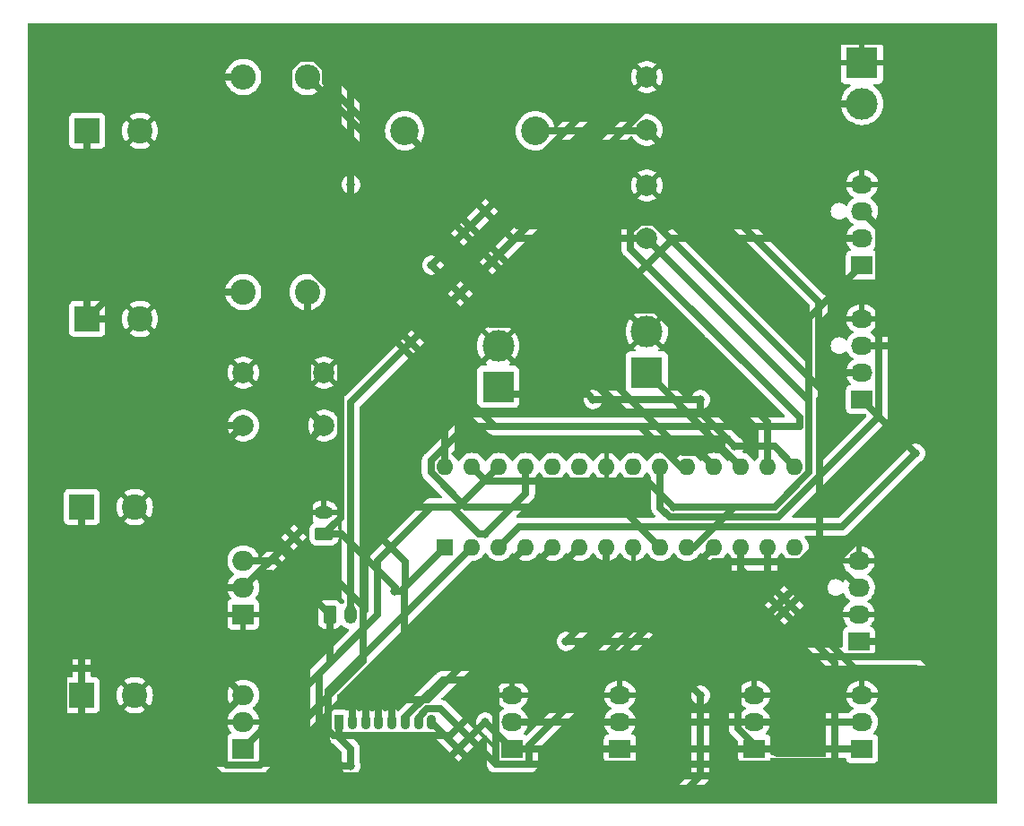
<source format=gbr>
%TF.GenerationSoftware,KiCad,Pcbnew,7.0.2*%
%TF.CreationDate,2023-06-25T21:36:58-03:00*%
%TF.ProjectId,projeto_final,70726f6a-6574-46f5-9f66-696e616c2e6b,rev?*%
%TF.SameCoordinates,Original*%
%TF.FileFunction,Profile,NP*%
%FSLAX46Y46*%
G04 Gerber Fmt 4.6, Leading zero omitted, Abs format (unit mm)*
G04 Created by KiCad (PCBNEW 7.0.2) date 2023-06-25 21:36:58*
%MOMM*%
%LPD*%
G01*
G04 APERTURE LIST*
G04 Aperture macros list*
%AMRoundRect*
0 Rectangle with rounded corners*
0 $1 Rounding radius*
0 $2 $3 $4 $5 $6 $7 $8 $9 X,Y pos of 4 corners*
0 Add a 4 corners polygon primitive as box body*
4,1,4,$2,$3,$4,$5,$6,$7,$8,$9,$2,$3,0*
0 Add four circle primitives for the rounded corners*
1,1,$1+$1,$2,$3*
1,1,$1+$1,$4,$5*
1,1,$1+$1,$6,$7*
1,1,$1+$1,$8,$9*
0 Add four rect primitives between the rounded corners*
20,1,$1+$1,$2,$3,$4,$5,0*
20,1,$1+$1,$4,$5,$6,$7,0*
20,1,$1+$1,$6,$7,$8,$9,0*
20,1,$1+$1,$8,$9,$2,$3,0*%
G04 Aperture macros list end*
%TA.AperFunction,Profile*%
%ADD10C,0.100000*%
%TD*%
%TA.AperFunction,ComponentPad*%
%ADD11O,1.600000X1.600000*%
%TD*%
%TA.AperFunction,ComponentPad*%
%ADD12R,1.600000X1.600000*%
%TD*%
%TA.AperFunction,ComponentPad*%
%ADD13R,2.000000X1.905000*%
%TD*%
%TA.AperFunction,ComponentPad*%
%ADD14O,2.000000X1.905000*%
%TD*%
%TA.AperFunction,ComponentPad*%
%ADD15RoundRect,0.225000X-0.225000X-0.475000X0.225000X-0.475000X0.225000X0.475000X-0.225000X0.475000X0*%
%TD*%
%TA.AperFunction,ComponentPad*%
%ADD16O,0.900000X1.400000*%
%TD*%
%TA.AperFunction,ComponentPad*%
%ADD17R,2.030000X1.730000*%
%TD*%
%TA.AperFunction,ComponentPad*%
%ADD18O,2.030000X1.730000*%
%TD*%
%TA.AperFunction,ComponentPad*%
%ADD19C,2.400000*%
%TD*%
%TA.AperFunction,ComponentPad*%
%ADD20O,2.400000X2.400000*%
%TD*%
%TA.AperFunction,ComponentPad*%
%ADD21R,3.000000X3.000000*%
%TD*%
%TA.AperFunction,ComponentPad*%
%ADD22C,3.000000*%
%TD*%
%TA.AperFunction,ComponentPad*%
%ADD23R,2.400000X2.400000*%
%TD*%
%TA.AperFunction,ComponentPad*%
%ADD24C,2.000000*%
%TD*%
%TA.AperFunction,ComponentPad*%
%ADD25RoundRect,0.250000X0.625000X-0.350000X0.625000X0.350000X-0.625000X0.350000X-0.625000X-0.350000X0*%
%TD*%
%TA.AperFunction,ComponentPad*%
%ADD26O,1.750000X1.200000*%
%TD*%
%TA.AperFunction,ComponentPad*%
%ADD27RoundRect,0.250000X-0.350000X-0.625000X0.350000X-0.625000X0.350000X0.625000X-0.350000X0.625000X0*%
%TD*%
%TA.AperFunction,ComponentPad*%
%ADD28O,1.200000X1.750000*%
%TD*%
%TA.AperFunction,ComponentPad*%
%ADD29C,2.700000*%
%TD*%
%TA.AperFunction,ViaPad*%
%ADD30C,0.800000*%
%TD*%
%TA.AperFunction,Conductor*%
%ADD31C,0.700000*%
%TD*%
G04 APERTURE END LIST*
D10*
X91440000Y-30480000D02*
X182880000Y-30480000D01*
X182880000Y-104140000D01*
X91440000Y-104140000D01*
X91440000Y-30480000D01*
D11*
%TO.P,U1,28,PC5*%
%TO.N,Net-(Display1-Pin_2)*%
X130820000Y-72380000D03*
%TO.P,U1,27,PC4*%
%TO.N,Net-(Display1-Pin_1)*%
X133360000Y-72380000D03*
%TO.P,U1,26,PC3*%
%TO.N,Net-(Teclado1-Pin_2)*%
X135900000Y-72380000D03*
%TO.P,U1,25,PC2*%
%TO.N,Net-(Teclado1-Pin_1)*%
X138440000Y-72380000D03*
%TO.P,U1,24,PC1*%
%TO.N,unconnected-(U1-PC1-Pad24)*%
X140980000Y-72380000D03*
%TO.P,U1,23,PC0*%
%TO.N,unconnected-(U1-PC0-Pad23)*%
X143520000Y-72380000D03*
%TO.P,U1,22,GND*%
%TO.N,GND*%
X146060000Y-72380000D03*
%TO.P,U1,21,AREF*%
%TO.N,unconnected-(U1-AREF-Pad21)*%
X148600000Y-72380000D03*
%TO.P,U1,20,AVCC*%
%TO.N,VCC*%
X151140000Y-72380000D03*
%TO.P,U1,19,PB5*%
%TO.N,Net-(LEDs1-Pin_3)*%
X153680000Y-72380000D03*
%TO.P,U1,18,PB4*%
%TO.N,Net-(LEDs1-Pin_1)*%
X156220000Y-72380000D03*
%TO.P,U1,17,PB3*%
%TO.N,Net-(Motor_ONOFF1-Pin_1)*%
X158760000Y-72380000D03*
%TO.P,U1,16,PB2*%
%TO.N,Sensor*%
X161300000Y-72380000D03*
%TO.P,U1,15,PB1*%
%TO.N,Net-(PWM_Motor1-Pin_1)*%
X163840000Y-72380000D03*
%TO.P,U1,14,PB0*%
%TO.N,unconnected-(U1-PB0-Pad14)*%
X163840000Y-80000000D03*
%TO.P,U1,13,PD7*%
%TO.N,Net-(Teclado1-Pin_8)*%
X161300000Y-80000000D03*
%TO.P,U1,12,PD6*%
%TO.N,Net-(Teclado1-Pin_7)*%
X158760000Y-80000000D03*
%TO.P,U1,11,PD5*%
%TO.N,Net-(Teclado1-Pin_6)*%
X156220000Y-80000000D03*
%TO.P,U1,10,XTAL2/PB7*%
%TO.N,XTAL2*%
X153680000Y-80000000D03*
%TO.P,U1,9,XTAL1/PB6*%
%TO.N,XTAL1*%
X151140000Y-80000000D03*
%TO.P,U1,8,GND*%
%TO.N,GND*%
X148600000Y-80000000D03*
%TO.P,U1,7,VCC*%
%TO.N,VCC*%
X146060000Y-80000000D03*
%TO.P,U1,6,PD4*%
%TO.N,Net-(Teclado1-Pin_5)*%
X143520000Y-80000000D03*
%TO.P,U1,5,PD3*%
%TO.N,Net-(Teclado1-Pin_4)*%
X140980000Y-80000000D03*
%TO.P,U1,4,PD2*%
%TO.N,Net-(Teclado1-Pin_3)*%
X138440000Y-80000000D03*
%TO.P,U1,3,PD1*%
%TO.N,RX*%
X135900000Y-80000000D03*
%TO.P,U1,2,PD0*%
%TO.N,TX*%
X133360000Y-80000000D03*
D12*
%TO.P,U1,1,~{RESET}/PC6*%
%TO.N,Reset*%
X130820000Y-80000000D03*
%TD*%
D13*
%TO.P,U3,1,IN*%
%TO.N,Alimentacao*%
X111760000Y-99060000D03*
D14*
%TO.P,U3,2,GND*%
%TO.N,GND*%
X111760000Y-96520000D03*
%TO.P,U3,3,OUT*%
%TO.N,VCC*%
X111760000Y-93980000D03*
%TD*%
D13*
%TO.P,U2,1,GND*%
%TO.N,GND*%
X111760000Y-86360000D03*
D14*
%TO.P,U2,2,VO*%
%TO.N,3V3*%
X111760000Y-83820000D03*
%TO.P,U2,3,VI*%
%TO.N,Alimentacao*%
X111760000Y-81280000D03*
%TD*%
D15*
%TO.P,Teclado1,1,Pin_1*%
%TO.N,Net-(Teclado1-Pin_1)*%
X120790000Y-96520000D03*
D16*
%TO.P,Teclado1,2,Pin_2*%
%TO.N,Net-(Teclado1-Pin_2)*%
X122040000Y-96520000D03*
%TO.P,Teclado1,3,Pin_3*%
%TO.N,Net-(Teclado1-Pin_3)*%
X123290000Y-96520000D03*
%TO.P,Teclado1,4,Pin_4*%
%TO.N,Net-(Teclado1-Pin_4)*%
X124540000Y-96520000D03*
%TO.P,Teclado1,5,Pin_5*%
%TO.N,Net-(Teclado1-Pin_5)*%
X125790000Y-96520000D03*
%TO.P,Teclado1,6,Pin_6*%
%TO.N,Net-(Teclado1-Pin_6)*%
X127040000Y-96520000D03*
%TO.P,Teclado1,7,Pin_7*%
%TO.N,Net-(Teclado1-Pin_7)*%
X128290000Y-96520000D03*
%TO.P,Teclado1,8,Pin_8*%
%TO.N,Net-(Teclado1-Pin_8)*%
X129540000Y-96520000D03*
%TD*%
D17*
%TO.P,Sensor4,1,Pin_1*%
%TO.N,3V3*%
X160020000Y-99060000D03*
D18*
%TO.P,Sensor4,2,Pin_2*%
%TO.N,Sensor*%
X160020000Y-96520000D03*
%TO.P,Sensor4,3,Pin_3*%
%TO.N,GND*%
X160020000Y-93980000D03*
%TD*%
D17*
%TO.P,Sensor3,1,Pin_1*%
%TO.N,3V3*%
X147320000Y-99060000D03*
D18*
%TO.P,Sensor3,2,Pin_2*%
%TO.N,Sensor*%
X147320000Y-96520000D03*
%TO.P,Sensor3,3,Pin_3*%
%TO.N,GND*%
X147320000Y-93980000D03*
%TD*%
D17*
%TO.P,Sensor2,1,Pin_1*%
%TO.N,3V3*%
X137160000Y-99060000D03*
D18*
%TO.P,Sensor2,2,Pin_2*%
%TO.N,Sensor*%
X137160000Y-96520000D03*
%TO.P,Sensor2,3,Pin_3*%
%TO.N,GND*%
X137160000Y-93980000D03*
%TD*%
D17*
%TO.P,Sensor1,1,Pin_1*%
%TO.N,3V3*%
X170180000Y-99060000D03*
D18*
%TO.P,Sensor1,2,Pin_2*%
%TO.N,Sensor*%
X170180000Y-96520000D03*
%TO.P,Sensor1,3,Pin_3*%
%TO.N,GND*%
X170180000Y-93980000D03*
%TD*%
D19*
%TO.P,R2,1*%
%TO.N,3V3*%
X117810000Y-55880000D03*
D20*
%TO.P,R2,2*%
%TO.N,Sensor*%
X117810000Y-35560000D03*
%TD*%
D19*
%TO.P,R1,1*%
%TO.N,VCC*%
X111760000Y-55880000D03*
D20*
%TO.P,R1,2*%
%TO.N,Reset*%
X111760000Y-35560000D03*
%TD*%
D21*
%TO.P,PWM_Motor1,1,Pin_1*%
%TO.N,Net-(PWM_Motor1-Pin_1)*%
X135820000Y-64840000D03*
D22*
%TO.P,PWM_Motor1,2,Pin_2*%
%TO.N,GND*%
X135820000Y-60960000D03*
%TD*%
D21*
%TO.P,Motor_ONOFF1,1,Pin_1*%
%TO.N,Net-(Motor_ONOFF1-Pin_1)*%
X149860000Y-63500000D03*
D22*
%TO.P,Motor_ONOFF1,2,Pin_2*%
%TO.N,GND*%
X149860000Y-59620000D03*
%TD*%
D18*
%TO.P,LEDs1,4,Pin_4*%
%TO.N,GND*%
X169880000Y-81280000D03*
%TO.P,LEDs1,3,Pin_3*%
%TO.N,Net-(LEDs1-Pin_3)*%
X169880000Y-83820000D03*
%TO.P,LEDs1,2,Pin_2*%
%TO.N,GND*%
X169880000Y-86360000D03*
D17*
%TO.P,LEDs1,1,Pin_1*%
%TO.N,Net-(LEDs1-Pin_1)*%
X169880000Y-88900000D03*
%TD*%
D21*
%TO.P,J1,1,Pin_1*%
%TO.N,GND*%
X170180000Y-34220000D03*
D22*
%TO.P,J1,2,Pin_2*%
%TO.N,Net-(Bot\u00E3o_ONOFF1-Pin_2)*%
X170180000Y-38100000D03*
%TD*%
D17*
%TO.P,EAP8266_WIFI1,1,Pin_1*%
%TO.N,RX*%
X170180000Y-66040000D03*
D18*
%TO.P,EAP8266_WIFI1,2,Pin_2*%
%TO.N,TX*%
X170180000Y-63500000D03*
%TO.P,EAP8266_WIFI1,3,Pin_3*%
%TO.N,3V3*%
X170180000Y-60960000D03*
%TO.P,EAP8266_WIFI1,4,Pin_4*%
%TO.N,GND*%
X170180000Y-58420000D03*
%TD*%
D17*
%TO.P,Display1,1,Pin_1*%
%TO.N,Net-(Display1-Pin_1)*%
X170180000Y-53340000D03*
D18*
%TO.P,Display1,2,Pin_2*%
%TO.N,Net-(Display1-Pin_2)*%
X170180000Y-50800000D03*
%TO.P,Display1,3,Pin_3*%
%TO.N,VCC*%
X170180000Y-48260000D03*
%TO.P,Display1,4,Pin_4*%
%TO.N,GND*%
X170180000Y-45720000D03*
%TD*%
D23*
%TO.P,C10,1*%
%TO.N,3V3*%
X96520000Y-93980000D03*
D19*
%TO.P,C10,2*%
%TO.N,GND*%
X101520000Y-93980000D03*
%TD*%
D23*
%TO.P,C9,1*%
%TO.N,3V3*%
X96520000Y-76200000D03*
D19*
%TO.P,C9,2*%
%TO.N,GND*%
X101520000Y-76200000D03*
%TD*%
D23*
%TO.P,C6,1*%
%TO.N,VCC*%
X97012082Y-58420000D03*
D19*
%TO.P,C6,2*%
%TO.N,GND*%
X102012082Y-58420000D03*
%TD*%
D23*
%TO.P,C5,1*%
%TO.N,VCC*%
X97012082Y-40640000D03*
D19*
%TO.P,C5,2*%
%TO.N,GND*%
X102012082Y-40640000D03*
%TD*%
D24*
%TO.P,C4,1*%
%TO.N,3V3*%
X119380000Y-68500000D03*
%TO.P,C4,2*%
%TO.N,GND*%
X119380000Y-63500000D03*
%TD*%
%TO.P,C3,1*%
%TO.N,VCC*%
X111760000Y-68500000D03*
%TO.P,C3,2*%
%TO.N,GND*%
X111760000Y-63500000D03*
%TD*%
%TO.P,C2,1*%
%TO.N,XTAL1*%
X149860000Y-40560000D03*
%TO.P,C2,2*%
%TO.N,GND*%
X149860000Y-35560000D03*
%TD*%
%TO.P,C1,1*%
%TO.N,XTAL2*%
X149860000Y-50800000D03*
%TO.P,C1,2*%
%TO.N,GND*%
X149860000Y-45800000D03*
%TD*%
D25*
%TO.P,Bot\u00E3o_Reset1,1,Pin_1*%
%TO.N,Reset*%
X119380000Y-78740000D03*
D26*
%TO.P,Bot\u00E3o_Reset1,2,Pin_2*%
%TO.N,GND*%
X119380000Y-76740000D03*
%TD*%
D27*
%TO.P,Bot\u00E3o_ONOFF1,1,Pin_1*%
%TO.N,Alimentacao*%
X119920000Y-86360000D03*
D28*
%TO.P,Bot\u00E3o_ONOFF1,2,Pin_2*%
%TO.N,Net-(Bot\u00E3o_ONOFF1-Pin_2)*%
X121920000Y-86360000D03*
%TD*%
D29*
%TO.P,16MHz1,1,1*%
%TO.N,XTAL2*%
X127000000Y-40640000D03*
%TO.P,16MHz1,2,2*%
%TO.N,XTAL1*%
X139340000Y-40640000D03*
%TD*%
D30*
%TO.N,VCC*%
X154940000Y-93980000D03*
X142240000Y-88900000D03*
%TO.N,Reset*%
X126050500Y-84192792D03*
%TO.N,Net-(Teclado1-Pin_1)*%
X121920000Y-100650500D03*
X134620000Y-78740000D03*
%TO.N,Net-(LEDs1-Pin_3)*%
X121920000Y-45720000D03*
%TO.N,Net-(LEDs1-Pin_1)*%
X129540000Y-53340000D03*
X170180000Y-88900000D03*
%TO.N,RX*%
X175260000Y-71120000D03*
%TO.N,Net-(PWM_Motor1-Pin_1)*%
X158161398Y-70438602D03*
X154940000Y-66040000D03*
X144780000Y-66040000D03*
%TO.N,Net-(Display1-Pin_1)*%
X152400000Y-76200000D03*
%TO.N,3V3*%
X134620000Y-96520000D03*
%TD*%
D31*
%TO.N,VCC*%
X109220000Y-91440000D02*
X111760000Y-93980000D01*
X95560000Y-91440000D02*
X109220000Y-91440000D01*
X94770000Y-92230000D02*
X95560000Y-91440000D01*
X94770000Y-101122792D02*
X94770000Y-92230000D01*
X97437208Y-103790000D02*
X94770000Y-101122792D01*
X152750000Y-103790000D02*
X97437208Y-103790000D01*
X154940000Y-101600000D02*
X152750000Y-103790000D01*
X154940000Y-93980000D02*
X154940000Y-101600000D01*
X146060000Y-85080000D02*
X142240000Y-88900000D01*
X146060000Y-80000000D02*
X146060000Y-85080000D01*
%TO.N,Reset*%
X126627208Y-84192792D02*
X130820000Y-80000000D01*
X126050500Y-84192792D02*
X126627208Y-84192792D01*
%TO.N,Net-(Teclado1-Pin_1)*%
X133998019Y-78740000D02*
X134620000Y-78740000D01*
X131458019Y-76200000D02*
X133998019Y-78740000D01*
X118890000Y-91930000D02*
X124460000Y-86360000D01*
X118890000Y-98570000D02*
X118890000Y-91930000D01*
X121020000Y-100700000D02*
X118890000Y-98570000D01*
X129540000Y-76200000D02*
X131458019Y-76200000D01*
X121920000Y-100700000D02*
X121020000Y-100700000D01*
X124460000Y-86360000D02*
X124460000Y-81280000D01*
X121920000Y-100650500D02*
X121920000Y-100700000D01*
X124460000Y-81280000D02*
X129540000Y-76200000D01*
%TO.N,3V3*%
X160408888Y-99060000D02*
X170180000Y-99060000D01*
X158455000Y-97106112D02*
X160408888Y-99060000D01*
X158455000Y-89192208D02*
X158455000Y-97106112D01*
X165877208Y-81770000D02*
X158455000Y-89192208D01*
X167238888Y-81770000D02*
X165877208Y-81770000D01*
X177800000Y-71208888D02*
X167238888Y-81770000D01*
X177800000Y-63500000D02*
X177800000Y-71208888D01*
X175260000Y-60960000D02*
X177800000Y-63500000D01*
X170180000Y-60960000D02*
X175260000Y-60960000D01*
%TO.N,Net-(LEDs1-Pin_3)*%
X168730000Y-82670000D02*
X169880000Y-83820000D01*
X166250000Y-82670000D02*
X168730000Y-82670000D01*
X160020000Y-88900000D02*
X166250000Y-82670000D01*
X179990000Y-86710000D02*
X176385000Y-90315000D01*
X176385000Y-90315000D02*
X161435000Y-90315000D01*
X179990000Y-37750000D02*
X179990000Y-86710000D01*
X126210000Y-31270000D02*
X173510000Y-31270000D01*
X173510000Y-31270000D02*
X179990000Y-37750000D01*
X121920000Y-35560000D02*
X126210000Y-31270000D01*
X161435000Y-90315000D02*
X160020000Y-88900000D01*
X121920000Y-45720000D02*
X121920000Y-35560000D01*
%TO.N,Net-(LEDs1-Pin_1)*%
X150710000Y-32170000D02*
X129540000Y-53340000D01*
X179090000Y-39030000D02*
X172230000Y-32170000D01*
X175260000Y-88900000D02*
X179090000Y-85070000D01*
X179090000Y-85070000D02*
X179090000Y-39030000D01*
X170180000Y-88900000D02*
X175260000Y-88900000D01*
X172230000Y-32170000D02*
X150710000Y-32170000D01*
%TO.N,TX*%
X119790000Y-93570000D02*
X133360000Y-80000000D01*
X119790000Y-97316016D02*
X119790000Y-93570000D01*
X120243984Y-97770000D02*
X119790000Y-97316016D01*
X131290000Y-97770000D02*
X120243984Y-97770000D01*
X135595000Y-100475000D02*
X135595000Y-93465000D01*
X138725000Y-100475000D02*
X135595000Y-100475000D01*
X138725000Y-98767792D02*
X138725000Y-100475000D01*
X156142792Y-81350000D02*
X138725000Y-98767792D01*
X164399189Y-81350000D02*
X156142792Y-81350000D01*
X166160760Y-79588429D02*
X164399189Y-81350000D01*
X166160760Y-66040000D02*
X166160760Y-79588429D01*
X168700760Y-63500000D02*
X166160760Y-66040000D01*
X170180000Y-63500000D02*
X168700760Y-63500000D01*
X135595000Y-93465000D02*
X131290000Y-97770000D01*
%TO.N,RX*%
X175260000Y-71120000D02*
X170180000Y-66040000D01*
%TO.N,Net-(PWM_Motor1-Pin_1)*%
X158161398Y-70438602D02*
X161898602Y-70438602D01*
X161898602Y-70438602D02*
X163840000Y-72380000D01*
X144780000Y-66040000D02*
X154940000Y-66040000D01*
%TO.N,Net-(Display1-Pin_1)*%
X134710000Y-73730000D02*
X133360000Y-72380000D01*
X152400000Y-76200000D02*
X149930000Y-73730000D01*
X149930000Y-73730000D02*
X134710000Y-73730000D01*
%TO.N,Net-(Bot\u00E3o_ONOFF1-Pin_2)*%
X121920000Y-66307968D02*
X121920000Y-86360000D01*
X170180000Y-38100000D02*
X150127968Y-38100000D01*
X150127968Y-38100000D02*
X121920000Y-66307968D01*
%TO.N,3V3*%
X117955000Y-77625000D02*
X111760000Y-83820000D01*
X117955000Y-69925000D02*
X117955000Y-77625000D01*
X119380000Y-68500000D02*
X117955000Y-69925000D01*
X129540000Y-101600000D02*
X96520000Y-101600000D01*
X134620000Y-96520000D02*
X129540000Y-101600000D01*
X96520000Y-101600000D02*
X96520000Y-93980000D01*
X170180000Y-99060000D02*
X160020000Y-99060000D01*
%TO.N,Sensor*%
X170180000Y-96520000D02*
X160020000Y-96520000D01*
%TO.N,Net-(Teclado1-Pin_6)*%
X130580786Y-92565000D02*
X127000000Y-96145786D01*
X127000000Y-96145786D02*
X127000000Y-96520000D01*
X143655000Y-92565000D02*
X130580786Y-92565000D01*
X156220000Y-80000000D02*
X143655000Y-92565000D01*
%TO.N,XTAL1*%
X147340000Y-76200000D02*
X151140000Y-80000000D01*
X132730811Y-76200000D02*
X147340000Y-76200000D01*
X129470000Y-72939189D02*
X132730811Y-76200000D01*
X129470000Y-71820811D02*
X129470000Y-72939189D01*
X132710811Y-68580000D02*
X129470000Y-71820811D01*
X164290000Y-68580000D02*
X132710811Y-68580000D01*
X164290000Y-67770000D02*
X164290000Y-68580000D01*
X148310000Y-51790000D02*
X164290000Y-67770000D01*
X148310000Y-50157968D02*
X148310000Y-51790000D01*
X149217968Y-49250000D02*
X148310000Y-50157968D01*
X150502032Y-49250000D02*
X149217968Y-49250000D01*
X166090000Y-64837968D02*
X150502032Y-49250000D01*
X166090000Y-56790000D02*
X166090000Y-64837968D01*
X149860000Y-40560000D02*
X166090000Y-56790000D01*
%TO.N,XTAL2*%
X154290811Y-80020000D02*
X153700000Y-80020000D01*
X153700000Y-80020000D02*
X153680000Y-80000000D01*
X158110811Y-76200000D02*
X154290811Y-80020000D01*
X165190000Y-66130000D02*
X165190000Y-72939189D01*
X165190000Y-72939189D02*
X161929189Y-76200000D01*
X161929189Y-76200000D02*
X158110811Y-76200000D01*
X149860000Y-50800000D02*
X165190000Y-66130000D01*
%TD*%
%TA.AperFunction,Conductor*%
%TO.N,GND*%
G36*
X125562554Y-30500185D02*
G01*
X125608309Y-30552989D01*
X125618253Y-30622147D01*
X125589228Y-30685703D01*
X125580791Y-30694522D01*
X125557877Y-30716226D01*
X125543091Y-30734119D01*
X121346610Y-34930599D01*
X121339208Y-34937424D01*
X121298898Y-34971664D01*
X121250922Y-35034773D01*
X121248859Y-35037412D01*
X121199086Y-35099335D01*
X121186998Y-35118824D01*
X121153644Y-35190916D01*
X121152194Y-35193941D01*
X121116908Y-35265090D01*
X121109293Y-35286719D01*
X121092219Y-35364283D01*
X121091453Y-35367549D01*
X121072289Y-35444610D01*
X121069500Y-35467390D01*
X121069500Y-35546772D01*
X121069455Y-35550129D01*
X121067303Y-35629550D01*
X121069500Y-35652650D01*
X121069499Y-45403850D01*
X121063430Y-45442167D01*
X121034327Y-45531740D01*
X121034326Y-45531744D01*
X121014540Y-45720000D01*
X121022247Y-45793327D01*
X121034326Y-45908257D01*
X121092820Y-46088284D01*
X121187466Y-46252216D01*
X121314129Y-46392889D01*
X121467269Y-46504151D01*
X121640197Y-46581144D01*
X121825352Y-46620500D01*
X121825354Y-46620500D01*
X122014648Y-46620500D01*
X122138083Y-46594262D01*
X122199803Y-46581144D01*
X122372730Y-46504151D01*
X122525871Y-46392888D01*
X122652533Y-46252216D01*
X122747179Y-46088284D01*
X122805674Y-45908256D01*
X122825460Y-45720000D01*
X122805674Y-45531744D01*
X122776569Y-45442167D01*
X122770500Y-45403850D01*
X122770500Y-40640000D01*
X125144772Y-40640000D01*
X125163657Y-40904027D01*
X125219921Y-41162673D01*
X125219923Y-41162678D01*
X125312426Y-41410689D01*
X125312428Y-41410692D01*
X125439282Y-41643009D01*
X125518598Y-41748963D01*
X125597913Y-41854915D01*
X125785085Y-42042087D01*
X125944012Y-42161058D01*
X125996990Y-42200717D01*
X126044981Y-42226922D01*
X126229311Y-42327574D01*
X126477322Y-42420077D01*
X126477325Y-42420077D01*
X126477326Y-42420078D01*
X126525667Y-42430593D01*
X126735974Y-42476343D01*
X127000000Y-42495227D01*
X127264026Y-42476343D01*
X127522678Y-42420077D01*
X127770689Y-42327574D01*
X128003011Y-42200716D01*
X128214915Y-42042087D01*
X128402087Y-41854915D01*
X128560716Y-41643011D01*
X128687574Y-41410689D01*
X128780077Y-41162678D01*
X128836343Y-40904026D01*
X128855227Y-40640000D01*
X128836343Y-40375974D01*
X128780077Y-40117322D01*
X128687574Y-39869311D01*
X128606068Y-39720045D01*
X128560717Y-39636990D01*
X128422429Y-39452259D01*
X128402087Y-39425085D01*
X128214915Y-39237913D01*
X128078139Y-39135524D01*
X128003009Y-39079282D01*
X127836898Y-38988579D01*
X127770689Y-38952426D01*
X127522678Y-38859923D01*
X127522673Y-38859921D01*
X127264027Y-38803657D01*
X127000000Y-38784772D01*
X126735972Y-38803657D01*
X126477326Y-38859921D01*
X126353316Y-38906174D01*
X126229311Y-38952426D01*
X126229308Y-38952427D01*
X126229307Y-38952428D01*
X125996990Y-39079282D01*
X125785082Y-39237915D01*
X125597915Y-39425082D01*
X125439282Y-39636990D01*
X125357247Y-39787227D01*
X125312426Y-39869311D01*
X125266174Y-39993316D01*
X125219921Y-40117326D01*
X125163657Y-40375972D01*
X125144772Y-40640000D01*
X122770500Y-40640000D01*
X122770500Y-35963651D01*
X122790185Y-35896612D01*
X122806819Y-35875970D01*
X126525970Y-32156819D01*
X126587293Y-32123334D01*
X126613651Y-32120500D01*
X149257350Y-32120500D01*
X149324389Y-32140185D01*
X149370144Y-32192989D01*
X149380088Y-32262147D01*
X149351063Y-32325703D01*
X149345031Y-32332181D01*
X141359233Y-40317976D01*
X141297910Y-40351461D01*
X141228218Y-40346477D01*
X141172285Y-40304605D01*
X141150386Y-40256652D01*
X141120078Y-40117327D01*
X141120078Y-40117326D01*
X141120077Y-40117322D01*
X141027574Y-39869311D01*
X140946068Y-39720045D01*
X140900717Y-39636990D01*
X140762429Y-39452259D01*
X140742087Y-39425085D01*
X140554915Y-39237913D01*
X140418139Y-39135524D01*
X140343009Y-39079282D01*
X140176898Y-38988579D01*
X140110689Y-38952426D01*
X139862678Y-38859923D01*
X139862673Y-38859921D01*
X139604027Y-38803657D01*
X139339999Y-38784772D01*
X139075972Y-38803657D01*
X138817326Y-38859921D01*
X138693316Y-38906174D01*
X138569311Y-38952426D01*
X138569308Y-38952427D01*
X138569307Y-38952428D01*
X138336990Y-39079282D01*
X138125082Y-39237915D01*
X137937915Y-39425082D01*
X137779282Y-39636990D01*
X137697247Y-39787227D01*
X137652426Y-39869311D01*
X137606174Y-39993316D01*
X137559921Y-40117326D01*
X137503657Y-40375972D01*
X137484772Y-40640000D01*
X137503657Y-40904027D01*
X137559921Y-41162673D01*
X137559923Y-41162678D01*
X137652426Y-41410689D01*
X137652428Y-41410692D01*
X137779282Y-41643009D01*
X137858598Y-41748963D01*
X137937913Y-41854915D01*
X138125085Y-42042087D01*
X138284013Y-42161058D01*
X138336990Y-42200717D01*
X138384981Y-42226922D01*
X138569311Y-42327574D01*
X138817322Y-42420077D01*
X138956652Y-42450386D01*
X139017976Y-42483870D01*
X139051461Y-42545193D01*
X139046477Y-42614885D01*
X139017976Y-42659233D01*
X129164972Y-52512237D01*
X129127729Y-52537834D01*
X129087270Y-52555848D01*
X128934129Y-52667111D01*
X128807466Y-52807783D01*
X128712820Y-52971715D01*
X128654326Y-53151742D01*
X128634540Y-53340000D01*
X128654326Y-53528257D01*
X128712820Y-53708284D01*
X128807466Y-53872216D01*
X128934129Y-54012889D01*
X129087269Y-54124151D01*
X129260197Y-54201144D01*
X129445352Y-54240500D01*
X129445354Y-54240500D01*
X129634648Y-54240500D01*
X129758084Y-54214262D01*
X129819803Y-54201144D01*
X129992730Y-54124151D01*
X130145871Y-54012888D01*
X130272533Y-53872216D01*
X130349013Y-53739747D01*
X130368710Y-53714077D01*
X148200802Y-35881986D01*
X148262121Y-35848504D01*
X148331813Y-35853488D01*
X148387746Y-35895360D01*
X148408684Y-35939228D01*
X148436411Y-36048716D01*
X148536268Y-36276370D01*
X148636563Y-36429882D01*
X148636564Y-36429882D01*
X149376922Y-35689523D01*
X149400507Y-35769844D01*
X149478239Y-35890798D01*
X149586900Y-35984952D01*
X149717685Y-36044680D01*
X149727466Y-36046086D01*
X148989942Y-36783609D01*
X148989942Y-36783610D01*
X149036766Y-36820055D01*
X149255393Y-36938368D01*
X149490506Y-37019083D01*
X149735707Y-37060000D01*
X149794585Y-37060000D01*
X149861624Y-37079685D01*
X149907379Y-37132489D01*
X149917323Y-37201647D01*
X149888298Y-37265203D01*
X149834183Y-37301506D01*
X149786339Y-37317628D01*
X149768639Y-37323592D01*
X149747941Y-37333510D01*
X149681027Y-37376280D01*
X149678176Y-37378049D01*
X149610133Y-37418989D01*
X149592063Y-37433116D01*
X149535927Y-37489251D01*
X149533524Y-37491589D01*
X149475843Y-37546229D01*
X149461062Y-37564115D01*
X121346610Y-65678567D01*
X121339208Y-65685392D01*
X121298898Y-65719632D01*
X121250922Y-65782741D01*
X121248859Y-65785380D01*
X121199086Y-65847303D01*
X121186998Y-65866792D01*
X121153644Y-65938884D01*
X121152194Y-65941909D01*
X121116908Y-66013058D01*
X121109293Y-66034687D01*
X121092219Y-66112251D01*
X121091453Y-66115517D01*
X121072289Y-66192578D01*
X121069500Y-66215358D01*
X121069500Y-66294740D01*
X121069455Y-66298097D01*
X121067303Y-66377518D01*
X121069500Y-66400618D01*
X121069499Y-68064519D01*
X121049814Y-68131559D01*
X120997010Y-68177313D01*
X120927852Y-68187257D01*
X120864296Y-68158232D01*
X120826522Y-68099454D01*
X120825306Y-68095009D01*
X120804063Y-68011119D01*
X120704173Y-67783393D01*
X120568164Y-67575215D01*
X120399744Y-67392262D01*
X120343898Y-67348795D01*
X120203514Y-67239529D01*
X120203510Y-67239526D01*
X120203509Y-67239526D01*
X119984810Y-67121172D01*
X119984806Y-67121170D01*
X119984805Y-67121170D01*
X119749615Y-67040429D01*
X119504335Y-66999500D01*
X119255665Y-66999500D01*
X119010384Y-67040429D01*
X118775194Y-67121170D01*
X118775190Y-67121171D01*
X118775190Y-67121172D01*
X118687710Y-67168513D01*
X118556485Y-67239529D01*
X118360259Y-67392259D01*
X118360256Y-67392261D01*
X118360256Y-67392262D01*
X118191836Y-67575215D01*
X118146499Y-67644607D01*
X118055825Y-67783395D01*
X118001637Y-67906933D01*
X117955937Y-68011119D01*
X117918683Y-68158232D01*
X117894891Y-68252183D01*
X117874356Y-68499999D01*
X117892785Y-68722398D01*
X117878704Y-68790834D01*
X117856890Y-68820319D01*
X117381610Y-69295599D01*
X117374208Y-69302424D01*
X117333898Y-69336664D01*
X117285922Y-69399773D01*
X117283859Y-69402412D01*
X117234086Y-69464335D01*
X117221998Y-69483824D01*
X117221946Y-69483935D01*
X117221946Y-69483936D01*
X117188932Y-69555294D01*
X117188644Y-69555916D01*
X117187194Y-69558941D01*
X117151908Y-69630090D01*
X117144293Y-69651719D01*
X117127219Y-69729283D01*
X117126453Y-69732549D01*
X117107289Y-69809610D01*
X117104500Y-69832390D01*
X117104500Y-69911772D01*
X117104455Y-69915129D01*
X117102303Y-69994550D01*
X117104500Y-70017650D01*
X117104500Y-77221348D01*
X117084815Y-77288387D01*
X117068181Y-77309029D01*
X113421196Y-80956013D01*
X113359873Y-80989498D01*
X113290181Y-80984514D01*
X113234248Y-80942642D01*
X113216234Y-80908595D01*
X113207509Y-80883181D01*
X113142679Y-80694336D01*
X113028072Y-80482561D01*
X112880171Y-80292537D01*
X112703010Y-80129449D01*
X112501422Y-79997745D01*
X112481574Y-79989039D01*
X112280906Y-79901017D01*
X112047477Y-79841905D01*
X112014532Y-79839175D01*
X111867600Y-79827000D01*
X111652400Y-79827000D01*
X111538411Y-79836445D01*
X111472522Y-79841905D01*
X111239093Y-79901017D01*
X111018577Y-79997745D01*
X110816991Y-80129448D01*
X110639829Y-80292536D01*
X110491929Y-80482559D01*
X110459926Y-80541695D01*
X110399061Y-80654165D01*
X110377319Y-80694340D01*
X110299134Y-80922084D01*
X110259500Y-81159601D01*
X110259500Y-81400398D01*
X110299134Y-81637915D01*
X110377319Y-81865659D01*
X110377321Y-81865664D01*
X110491928Y-82077439D01*
X110639829Y-82267463D01*
X110816990Y-82430551D01*
X110835508Y-82442649D01*
X110840930Y-82446192D01*
X110886286Y-82499339D01*
X110895709Y-82568570D01*
X110866206Y-82631906D01*
X110840930Y-82653808D01*
X110816991Y-82669448D01*
X110639829Y-82832536D01*
X110491929Y-83022559D01*
X110377319Y-83234340D01*
X110299134Y-83462084D01*
X110259500Y-83699601D01*
X110259500Y-83940398D01*
X110299134Y-84177915D01*
X110377319Y-84405659D01*
X110377321Y-84405664D01*
X110491928Y-84617439D01*
X110505524Y-84634907D01*
X110603154Y-84760344D01*
X110628796Y-84825339D01*
X110615229Y-84893879D01*
X110566760Y-84944203D01*
X110548635Y-84952687D01*
X110517913Y-84964146D01*
X110402811Y-85050311D01*
X110316647Y-85165410D01*
X110266400Y-85300128D01*
X110260354Y-85356367D01*
X110260000Y-85362981D01*
X110260000Y-86110000D01*
X111265148Y-86110000D01*
X111216441Y-86247047D01*
X111206123Y-86397886D01*
X111236884Y-86545915D01*
X111270090Y-86610000D01*
X110260000Y-86610000D01*
X110260000Y-87357018D01*
X110260354Y-87363632D01*
X110266400Y-87419871D01*
X110316647Y-87554589D01*
X110402811Y-87669688D01*
X110517910Y-87755852D01*
X110652628Y-87806099D01*
X110708867Y-87812145D01*
X110715482Y-87812500D01*
X111510000Y-87812500D01*
X111510000Y-86851683D01*
X111538819Y-86869209D01*
X111684404Y-86910000D01*
X111797622Y-86910000D01*
X111909783Y-86894584D01*
X112010000Y-86851053D01*
X112010000Y-87812500D01*
X112804518Y-87812500D01*
X112811132Y-87812145D01*
X112867371Y-87806099D01*
X113002089Y-87755852D01*
X113117188Y-87669688D01*
X113203352Y-87554589D01*
X113253599Y-87419871D01*
X113259645Y-87363632D01*
X113260000Y-87357018D01*
X113260000Y-86610000D01*
X112254852Y-86610000D01*
X112303559Y-86472953D01*
X112313877Y-86322114D01*
X112283116Y-86174085D01*
X112249910Y-86110000D01*
X113260000Y-86110000D01*
X113260000Y-85362981D01*
X113259645Y-85356367D01*
X113253599Y-85300128D01*
X113203352Y-85165410D01*
X113117188Y-85050311D01*
X113002088Y-84964147D01*
X112971365Y-84952688D01*
X112915432Y-84910816D01*
X112891015Y-84845351D01*
X112905867Y-84777079D01*
X112916845Y-84760344D01*
X112930043Y-84743387D01*
X113028072Y-84617439D01*
X113142679Y-84405664D01*
X113220866Y-84177913D01*
X113260500Y-83940399D01*
X113260500Y-83699601D01*
X113245648Y-83610599D01*
X113254030Y-83541237D01*
X113280273Y-83502514D01*
X117792821Y-78989966D01*
X117854142Y-78956483D01*
X117923834Y-78961467D01*
X117979767Y-79003339D01*
X118004184Y-79068803D01*
X118004500Y-79077647D01*
X118004500Y-79136858D01*
X118004500Y-79136877D01*
X118004501Y-79140008D01*
X118004820Y-79143140D01*
X118004821Y-79143141D01*
X118015000Y-79242796D01*
X118070186Y-79409334D01*
X118162288Y-79558657D01*
X118286342Y-79682711D01*
X118320554Y-79703813D01*
X118435666Y-79774814D01*
X118532679Y-79806961D01*
X118602202Y-79829999D01*
X118701858Y-79840180D01*
X118701859Y-79840180D01*
X118704991Y-79840500D01*
X120055008Y-79840499D01*
X120157797Y-79829999D01*
X120324334Y-79774814D01*
X120473656Y-79682712D01*
X120597712Y-79558656D01*
X120689814Y-79409334D01*
X120744999Y-79242797D01*
X120755500Y-79140009D01*
X120755499Y-78339992D01*
X120744999Y-78237203D01*
X120689814Y-78070666D01*
X120597712Y-77921344D01*
X120597711Y-77921342D01*
X120473657Y-77797288D01*
X120409808Y-77757906D01*
X120363083Y-77705958D01*
X120351860Y-77636996D01*
X120379704Y-77572913D01*
X120398253Y-77554896D01*
X120417539Y-77539729D01*
X120555111Y-77380963D01*
X120660146Y-77199036D01*
X120728856Y-77000511D01*
X120730368Y-76990000D01*
X119659560Y-76990000D01*
X119698278Y-76947941D01*
X119748551Y-76833330D01*
X119758886Y-76708605D01*
X119728163Y-76587281D01*
X119664606Y-76490000D01*
X120726257Y-76490000D01*
X120699229Y-76378589D01*
X120611960Y-76187494D01*
X120490107Y-76016378D01*
X120338066Y-75871407D01*
X120161344Y-75757833D01*
X119966314Y-75679755D01*
X119760038Y-75640000D01*
X119630000Y-75640000D01*
X119630000Y-76459382D01*
X119560948Y-76405637D01*
X119442576Y-76365000D01*
X119348927Y-76365000D01*
X119256554Y-76380414D01*
X119146486Y-76439981D01*
X119130000Y-76457889D01*
X119130000Y-75640000D01*
X119055550Y-75640000D01*
X119049640Y-75640281D01*
X118941287Y-75650628D01*
X118872680Y-75637406D01*
X118822113Y-75589190D01*
X118805500Y-75527190D01*
X118805500Y-70328650D01*
X118825185Y-70261611D01*
X118841815Y-70240973D01*
X119061950Y-70020837D01*
X119123271Y-69987354D01*
X119170035Y-69986211D01*
X119255665Y-70000500D01*
X119255667Y-70000500D01*
X119504335Y-70000500D01*
X119749614Y-69959571D01*
X119984810Y-69878828D01*
X120203509Y-69760474D01*
X120399744Y-69607738D01*
X120568164Y-69424785D01*
X120704173Y-69216607D01*
X120804063Y-68988881D01*
X120825295Y-68905037D01*
X120860832Y-68844885D01*
X120923252Y-68813492D01*
X120992735Y-68820830D01*
X121047221Y-68864568D01*
X121069411Y-68930820D01*
X121069499Y-68935480D01*
X121069500Y-85173769D01*
X121049815Y-85240808D01*
X120997011Y-85286563D01*
X120927853Y-85296507D01*
X120864297Y-85267482D01*
X120857819Y-85261450D01*
X120738657Y-85142288D01*
X120589334Y-85050186D01*
X120422797Y-84995000D01*
X120323141Y-84984819D01*
X120323122Y-84984818D01*
X120320009Y-84984500D01*
X120316860Y-84984500D01*
X119523141Y-84984500D01*
X119523121Y-84984500D01*
X119519992Y-84984501D01*
X119516860Y-84984820D01*
X119516858Y-84984821D01*
X119417203Y-84995000D01*
X119250665Y-85050186D01*
X119101342Y-85142288D01*
X118977288Y-85266342D01*
X118885186Y-85415665D01*
X118830000Y-85582202D01*
X118819819Y-85681858D01*
X118819817Y-85681878D01*
X118819500Y-85684991D01*
X118819500Y-85688138D01*
X118819500Y-85688139D01*
X118819500Y-87031859D01*
X118819500Y-87031878D01*
X118819501Y-87035008D01*
X118819820Y-87038140D01*
X118819821Y-87038141D01*
X118830000Y-87137796D01*
X118885186Y-87304334D01*
X118977288Y-87453657D01*
X119101342Y-87577711D01*
X119101344Y-87577712D01*
X119250666Y-87669814D01*
X119362016Y-87706712D01*
X119417202Y-87724999D01*
X119516858Y-87735180D01*
X119516859Y-87735180D01*
X119519991Y-87735500D01*
X120320008Y-87735499D01*
X120422797Y-87724999D01*
X120589334Y-87669814D01*
X120738656Y-87577712D01*
X120862712Y-87453656D01*
X120901815Y-87390258D01*
X120953761Y-87343535D01*
X121022723Y-87332312D01*
X121086806Y-87360155D01*
X121104818Y-87378698D01*
X121119908Y-87397886D01*
X121244447Y-87505800D01*
X121278745Y-87535520D01*
X121302991Y-87549518D01*
X121460756Y-87640604D01*
X121656776Y-87708447D01*
X121713691Y-87748975D01*
X121739659Y-87813840D01*
X121726436Y-87882447D01*
X121703901Y-87913308D01*
X118316610Y-91300599D01*
X118309208Y-91307424D01*
X118268898Y-91341664D01*
X118220922Y-91404773D01*
X118218859Y-91407412D01*
X118169086Y-91469335D01*
X118156998Y-91488824D01*
X118123644Y-91560916D01*
X118122194Y-91563941D01*
X118086908Y-91635090D01*
X118079293Y-91656719D01*
X118062219Y-91734283D01*
X118061453Y-91737549D01*
X118042289Y-91814610D01*
X118039500Y-91837390D01*
X118039500Y-91916772D01*
X118039455Y-91920129D01*
X118037303Y-91999550D01*
X118039500Y-92022650D01*
X118039500Y-98530393D01*
X118039091Y-98540456D01*
X118034799Y-98593167D01*
X118045502Y-98671732D01*
X118045910Y-98675062D01*
X118054498Y-98754025D01*
X118059732Y-98776356D01*
X118059772Y-98776467D01*
X118059773Y-98776468D01*
X118087129Y-98850934D01*
X118088228Y-98854054D01*
X118113594Y-98929333D01*
X118123508Y-98950023D01*
X118140198Y-98976133D01*
X118166295Y-99016962D01*
X118168037Y-99019771D01*
X118206538Y-99083761D01*
X118208990Y-99087835D01*
X118223116Y-99105905D01*
X118223199Y-99105988D01*
X118223200Y-99105989D01*
X118279302Y-99162091D01*
X118281608Y-99164461D01*
X118336151Y-99222041D01*
X118336152Y-99222042D01*
X118336233Y-99222127D01*
X118354117Y-99236906D01*
X119100200Y-99982989D01*
X119655031Y-100537819D01*
X119688516Y-100599142D01*
X119683532Y-100668834D01*
X119641660Y-100724767D01*
X119576196Y-100749184D01*
X119567350Y-100749500D01*
X112903505Y-100749500D01*
X112836466Y-100729815D01*
X112790711Y-100677011D01*
X112780767Y-100607853D01*
X112809792Y-100544297D01*
X112860172Y-100509318D01*
X112881425Y-100501391D01*
X113002331Y-100456296D01*
X113117546Y-100370046D01*
X113203796Y-100254831D01*
X113254091Y-100119983D01*
X113260500Y-100060373D01*
X113260499Y-98059628D01*
X113254091Y-98000017D01*
X113203796Y-97865169D01*
X113117546Y-97749954D01*
X113002331Y-97663704D01*
X112971193Y-97652090D01*
X112915261Y-97610219D01*
X112890844Y-97544755D01*
X112905696Y-97476482D01*
X112916675Y-97459746D01*
X113027651Y-97317164D01*
X113142219Y-97105460D01*
X113220380Y-96877792D01*
X113238367Y-96770000D01*
X112254852Y-96770000D01*
X112303559Y-96632953D01*
X112313877Y-96482114D01*
X112283116Y-96334085D01*
X112249910Y-96270000D01*
X113238366Y-96270000D01*
X113238366Y-96269999D01*
X113220380Y-96162207D01*
X113142219Y-95934539D01*
X113027651Y-95722835D01*
X112879798Y-95532873D01*
X112702704Y-95369846D01*
X112678614Y-95354107D01*
X112633257Y-95300961D01*
X112623833Y-95231729D01*
X112653335Y-95168393D01*
X112678610Y-95146492D01*
X112703010Y-95130551D01*
X112880171Y-94967463D01*
X113028072Y-94777439D01*
X113142679Y-94565664D01*
X113220866Y-94337913D01*
X113260500Y-94100399D01*
X113260500Y-93859601D01*
X113220866Y-93622087D01*
X113142679Y-93394336D01*
X113028072Y-93182561D01*
X112880171Y-92992537D01*
X112703010Y-92829449D01*
X112501422Y-92697745D01*
X112443904Y-92672515D01*
X112280906Y-92601017D01*
X112047477Y-92541905D01*
X112014532Y-92539175D01*
X111867600Y-92527000D01*
X111652400Y-92527000D01*
X111649869Y-92527209D01*
X111649861Y-92527210D01*
X111577979Y-92533166D01*
X111509543Y-92519084D01*
X111480059Y-92497270D01*
X109849400Y-90866611D01*
X109842573Y-90859205D01*
X109808341Y-90818904D01*
X109808339Y-90818902D01*
X109808337Y-90818900D01*
X109745167Y-90770879D01*
X109742622Y-90768889D01*
X109680754Y-90719158D01*
X109680751Y-90719156D01*
X109680666Y-90719088D01*
X109661174Y-90706997D01*
X109589082Y-90673643D01*
X109586057Y-90672193D01*
X109514907Y-90636907D01*
X109493280Y-90629292D01*
X109415733Y-90612223D01*
X109412464Y-90611457D01*
X109335386Y-90592289D01*
X109312616Y-90589500D01*
X109312497Y-90589500D01*
X109233227Y-90589500D01*
X109229870Y-90589455D01*
X109150448Y-90587303D01*
X109127350Y-90589500D01*
X95599606Y-90589500D01*
X95589543Y-90589091D01*
X95567584Y-90587303D01*
X95536833Y-90584799D01*
X95536832Y-90584799D01*
X95536831Y-90584799D01*
X95458264Y-90595502D01*
X95454936Y-90595910D01*
X95390508Y-90602917D01*
X95376090Y-90604486D01*
X95376089Y-90604486D01*
X95375972Y-90604499D01*
X95353636Y-90609734D01*
X95279105Y-90637114D01*
X95275942Y-90638228D01*
X95200667Y-90663592D01*
X95179978Y-90673507D01*
X95113026Y-90716300D01*
X95110176Y-90718067D01*
X95042169Y-90758986D01*
X95024096Y-90773115D01*
X94967959Y-90829251D01*
X94965556Y-90831589D01*
X94907875Y-90886229D01*
X94893094Y-90904115D01*
X94196610Y-91600599D01*
X94189208Y-91607424D01*
X94148898Y-91641664D01*
X94100922Y-91704773D01*
X94098859Y-91707412D01*
X94049086Y-91769335D01*
X94036998Y-91788824D01*
X94036946Y-91788935D01*
X94036946Y-91788936D01*
X94012314Y-91842177D01*
X94003644Y-91860916D01*
X94002194Y-91863941D01*
X93966908Y-91935090D01*
X93959293Y-91956719D01*
X93942219Y-92034283D01*
X93941453Y-92037549D01*
X93922289Y-92114610D01*
X93919500Y-92137390D01*
X93919500Y-92216772D01*
X93919455Y-92220129D01*
X93917303Y-92299550D01*
X93919500Y-92322650D01*
X93919500Y-101083185D01*
X93919091Y-101093248D01*
X93914799Y-101145959D01*
X93925502Y-101224524D01*
X93925910Y-101227854D01*
X93934498Y-101306817D01*
X93939732Y-101329148D01*
X93939772Y-101329259D01*
X93939773Y-101329260D01*
X93967129Y-101403726D01*
X93968228Y-101406846D01*
X93993594Y-101482125D01*
X94003508Y-101502815D01*
X94020198Y-101528925D01*
X94046295Y-101569754D01*
X94048037Y-101572563D01*
X94088990Y-101640627D01*
X94103116Y-101658696D01*
X94103198Y-101658778D01*
X94103200Y-101658781D01*
X94159301Y-101714881D01*
X94161609Y-101717253D01*
X94216233Y-101774920D01*
X94234122Y-101789702D01*
X96372239Y-103927819D01*
X96405724Y-103989142D01*
X96400740Y-104058834D01*
X96358868Y-104114767D01*
X96293404Y-104139184D01*
X96284558Y-104139500D01*
X91564500Y-104139500D01*
X91497461Y-104119815D01*
X91451706Y-104067011D01*
X91440500Y-104015500D01*
X91440500Y-77444578D01*
X94819500Y-77444578D01*
X94819501Y-77447872D01*
X94819853Y-77451152D01*
X94819854Y-77451159D01*
X94825909Y-77507484D01*
X94848009Y-77566737D01*
X94876204Y-77642331D01*
X94962454Y-77757546D01*
X95077669Y-77843796D01*
X95212517Y-77894091D01*
X95272127Y-77900500D01*
X97767872Y-77900499D01*
X97827483Y-77894091D01*
X97962331Y-77843796D01*
X98077546Y-77757546D01*
X98163796Y-77642331D01*
X98214091Y-77507483D01*
X98220500Y-77447873D01*
X98220499Y-76199999D01*
X99815232Y-76199999D01*
X99834273Y-76454080D01*
X99890971Y-76702491D01*
X99984057Y-76939668D01*
X100111456Y-77160331D01*
X100153452Y-77212993D01*
X100153453Y-77212993D01*
X100957226Y-76409219D01*
X100995901Y-76502588D01*
X101092075Y-76627925D01*
X101217412Y-76724099D01*
X101310779Y-76762772D01*
X100506813Y-77566737D01*
X100667619Y-77676372D01*
X100897179Y-77786922D01*
X101140654Y-77862025D01*
X101392603Y-77900000D01*
X101647397Y-77900000D01*
X101899345Y-77862025D01*
X102142823Y-77786921D01*
X102372383Y-77676372D01*
X102533185Y-77566737D01*
X101729220Y-76762772D01*
X101822588Y-76724099D01*
X101947925Y-76627925D01*
X102044099Y-76502589D01*
X102082773Y-76409220D01*
X102886545Y-77212993D01*
X102886546Y-77212992D01*
X102928545Y-77160328D01*
X103055942Y-76939669D01*
X103149028Y-76702491D01*
X103205726Y-76454080D01*
X103224767Y-76199999D01*
X103205726Y-75945919D01*
X103149028Y-75697508D01*
X103055942Y-75460330D01*
X102928545Y-75239671D01*
X102886546Y-75187005D01*
X102082772Y-75990779D01*
X102044099Y-75897412D01*
X101947925Y-75772075D01*
X101822588Y-75675901D01*
X101729220Y-75637227D01*
X102533185Y-74833261D01*
X102372379Y-74723625D01*
X102142823Y-74613078D01*
X101899345Y-74537974D01*
X101647397Y-74500000D01*
X101392603Y-74500000D01*
X101140654Y-74537974D01*
X100897179Y-74613077D01*
X100667615Y-74723628D01*
X100506813Y-74833261D01*
X101310779Y-75637227D01*
X101217412Y-75675901D01*
X101092075Y-75772075D01*
X100995901Y-75897411D01*
X100957226Y-75990779D01*
X100153453Y-75187006D01*
X100111453Y-75239673D01*
X99984057Y-75460331D01*
X99890971Y-75697508D01*
X99834273Y-75945919D01*
X99815232Y-76199999D01*
X98220499Y-76199999D01*
X98220499Y-74952128D01*
X98214091Y-74892517D01*
X98163796Y-74757669D01*
X98077546Y-74642454D01*
X97962331Y-74556204D01*
X97827483Y-74505909D01*
X97827483Y-74505908D01*
X97771166Y-74499854D01*
X97771165Y-74499853D01*
X97767873Y-74499500D01*
X97764550Y-74499500D01*
X95275439Y-74499500D01*
X95275420Y-74499500D01*
X95272128Y-74499501D01*
X95268848Y-74499853D01*
X95268840Y-74499854D01*
X95212515Y-74505909D01*
X95077669Y-74556204D01*
X94962454Y-74642454D01*
X94876204Y-74757668D01*
X94825910Y-74892515D01*
X94825909Y-74892517D01*
X94819500Y-74952127D01*
X94819500Y-74955448D01*
X94819500Y-74955449D01*
X94819500Y-77444560D01*
X94819500Y-77444578D01*
X91440500Y-77444578D01*
X91440500Y-68499999D01*
X110254356Y-68499999D01*
X110274891Y-68747816D01*
X110274891Y-68747819D01*
X110274892Y-68747821D01*
X110335937Y-68988881D01*
X110380960Y-69091523D01*
X110435825Y-69216604D01*
X110435827Y-69216607D01*
X110571836Y-69424785D01*
X110740256Y-69607738D01*
X110796763Y-69651719D01*
X110936485Y-69760470D01*
X110936487Y-69760471D01*
X110936491Y-69760474D01*
X111155190Y-69878828D01*
X111390386Y-69959571D01*
X111635665Y-70000500D01*
X111884335Y-70000500D01*
X112129614Y-69959571D01*
X112364810Y-69878828D01*
X112583509Y-69760474D01*
X112779744Y-69607738D01*
X112948164Y-69424785D01*
X113084173Y-69216607D01*
X113184063Y-68988881D01*
X113245108Y-68747821D01*
X113265643Y-68500000D01*
X113245108Y-68252179D01*
X113184063Y-68011119D01*
X113084173Y-67783393D01*
X112948164Y-67575215D01*
X112779744Y-67392262D01*
X112723898Y-67348795D01*
X112583514Y-67239529D01*
X112583510Y-67239526D01*
X112583509Y-67239526D01*
X112364810Y-67121172D01*
X112364806Y-67121170D01*
X112364805Y-67121170D01*
X112129615Y-67040429D01*
X111884335Y-66999500D01*
X111635665Y-66999500D01*
X111390384Y-67040429D01*
X111155194Y-67121170D01*
X111155190Y-67121171D01*
X111155190Y-67121172D01*
X111067710Y-67168513D01*
X110936485Y-67239529D01*
X110740259Y-67392259D01*
X110740256Y-67392261D01*
X110740256Y-67392262D01*
X110571836Y-67575215D01*
X110526499Y-67644607D01*
X110435825Y-67783395D01*
X110381637Y-67906933D01*
X110335937Y-68011119D01*
X110298683Y-68158232D01*
X110274891Y-68252183D01*
X110254356Y-68499999D01*
X91440500Y-68499999D01*
X91440500Y-63500000D01*
X110254858Y-63500000D01*
X110275386Y-63747732D01*
X110336413Y-63988721D01*
X110436268Y-64216370D01*
X110536563Y-64369882D01*
X110536564Y-64369882D01*
X111276923Y-63629523D01*
X111300507Y-63709844D01*
X111378239Y-63830798D01*
X111486900Y-63924952D01*
X111617685Y-63984680D01*
X111627466Y-63986086D01*
X110889942Y-64723609D01*
X110889942Y-64723610D01*
X110936766Y-64760055D01*
X111155393Y-64878368D01*
X111390506Y-64959083D01*
X111635707Y-65000000D01*
X111884293Y-65000000D01*
X112129493Y-64959083D01*
X112364606Y-64878368D01*
X112583233Y-64760053D01*
X112630056Y-64723609D01*
X111892533Y-63986086D01*
X111902315Y-63984680D01*
X112033100Y-63924952D01*
X112141761Y-63830798D01*
X112219493Y-63709844D01*
X112243077Y-63629523D01*
X112983434Y-64369882D01*
X113083730Y-64216369D01*
X113183586Y-63988721D01*
X113244613Y-63747732D01*
X113265141Y-63500000D01*
X113265141Y-63499999D01*
X117874858Y-63499999D01*
X117895386Y-63747732D01*
X117956413Y-63988721D01*
X118056268Y-64216370D01*
X118156563Y-64369882D01*
X118156564Y-64369882D01*
X118896923Y-63629523D01*
X118920507Y-63709844D01*
X118998239Y-63830798D01*
X119106900Y-63924952D01*
X119237685Y-63984680D01*
X119247466Y-63986086D01*
X118509942Y-64723609D01*
X118509942Y-64723610D01*
X118556766Y-64760055D01*
X118775393Y-64878368D01*
X119010506Y-64959083D01*
X119255707Y-65000000D01*
X119504293Y-65000000D01*
X119749493Y-64959083D01*
X119984606Y-64878368D01*
X120203233Y-64760053D01*
X120250056Y-64723609D01*
X119512533Y-63986086D01*
X119522315Y-63984680D01*
X119653100Y-63924952D01*
X119761761Y-63830798D01*
X119839493Y-63709844D01*
X119863076Y-63629524D01*
X120603434Y-64369882D01*
X120703730Y-64216369D01*
X120803586Y-63988721D01*
X120864613Y-63747732D01*
X120885141Y-63499999D01*
X120864613Y-63252267D01*
X120803586Y-63011278D01*
X120703730Y-62783630D01*
X120603434Y-62630116D01*
X119863076Y-63370473D01*
X119839493Y-63290156D01*
X119761761Y-63169202D01*
X119653100Y-63075048D01*
X119522315Y-63015320D01*
X119512534Y-63013913D01*
X120250057Y-62276390D01*
X120250056Y-62276388D01*
X120203235Y-62239947D01*
X119984606Y-62121631D01*
X119749493Y-62040916D01*
X119504293Y-62000000D01*
X119255707Y-62000000D01*
X119010506Y-62040916D01*
X118775393Y-62121631D01*
X118556764Y-62239946D01*
X118509942Y-62276388D01*
X118509942Y-62276390D01*
X119247466Y-63013913D01*
X119237685Y-63015320D01*
X119106900Y-63075048D01*
X118998239Y-63169202D01*
X118920507Y-63290156D01*
X118896923Y-63370474D01*
X118156564Y-62630117D01*
X118056266Y-62783634D01*
X117956413Y-63011278D01*
X117895386Y-63252267D01*
X117874858Y-63499999D01*
X113265141Y-63499999D01*
X113244613Y-63252267D01*
X113183586Y-63011278D01*
X113083730Y-62783630D01*
X112983434Y-62630116D01*
X112243076Y-63370474D01*
X112219493Y-63290156D01*
X112141761Y-63169202D01*
X112033100Y-63075048D01*
X111902315Y-63015320D01*
X111892534Y-63013913D01*
X112630057Y-62276390D01*
X112630056Y-62276388D01*
X112583235Y-62239947D01*
X112364606Y-62121631D01*
X112129493Y-62040916D01*
X111884293Y-62000000D01*
X111635707Y-62000000D01*
X111390506Y-62040916D01*
X111155393Y-62121631D01*
X110936764Y-62239946D01*
X110889942Y-62276388D01*
X110889942Y-62276390D01*
X111627466Y-63013913D01*
X111617685Y-63015320D01*
X111486900Y-63075048D01*
X111378239Y-63169202D01*
X111300507Y-63290156D01*
X111276923Y-63370475D01*
X110536564Y-62630116D01*
X110436266Y-62783634D01*
X110336413Y-63011278D01*
X110275386Y-63252267D01*
X110254858Y-63500000D01*
X91440500Y-63500000D01*
X91440500Y-59664578D01*
X95311582Y-59664578D01*
X95311583Y-59667872D01*
X95311935Y-59671152D01*
X95311936Y-59671159D01*
X95317991Y-59727484D01*
X95331948Y-59764903D01*
X95368286Y-59862331D01*
X95454536Y-59977546D01*
X95569751Y-60063796D01*
X95704599Y-60114091D01*
X95764209Y-60120500D01*
X98259954Y-60120499D01*
X98319565Y-60114091D01*
X98454413Y-60063796D01*
X98569628Y-59977546D01*
X98655878Y-59862331D01*
X98706173Y-59727483D01*
X98712582Y-59667873D01*
X98712581Y-58420000D01*
X100307314Y-58420000D01*
X100326355Y-58674080D01*
X100383053Y-58922491D01*
X100476139Y-59159668D01*
X100603538Y-59380331D01*
X100645534Y-59432993D01*
X101449308Y-58629218D01*
X101487983Y-58722588D01*
X101584157Y-58847925D01*
X101709494Y-58944099D01*
X101802861Y-58982772D01*
X100998895Y-59786737D01*
X101159701Y-59896372D01*
X101389261Y-60006922D01*
X101632736Y-60082025D01*
X101884685Y-60120000D01*
X102139479Y-60120000D01*
X102391427Y-60082025D01*
X102634905Y-60006921D01*
X102864465Y-59896372D01*
X103025267Y-59786737D01*
X102221302Y-58982772D01*
X102314670Y-58944099D01*
X102440007Y-58847925D01*
X102536181Y-58722589D01*
X102574854Y-58629220D01*
X103378627Y-59432993D01*
X103378628Y-59432992D01*
X103420627Y-59380328D01*
X103548024Y-59159669D01*
X103641110Y-58922491D01*
X103697808Y-58674080D01*
X103716849Y-58419999D01*
X103697808Y-58165919D01*
X103641110Y-57917508D01*
X103548024Y-57680330D01*
X103420627Y-57459671D01*
X103378628Y-57407005D01*
X103378627Y-57407005D01*
X102574854Y-58210777D01*
X102536181Y-58117412D01*
X102440007Y-57992075D01*
X102314670Y-57895901D01*
X102221300Y-57857226D01*
X103025267Y-57053261D01*
X102864461Y-56943625D01*
X102634905Y-56833078D01*
X102391427Y-56757974D01*
X102139479Y-56720000D01*
X101884685Y-56720000D01*
X101632736Y-56757974D01*
X101389261Y-56833077D01*
X101159697Y-56943628D01*
X100998895Y-57053261D01*
X101802861Y-57857227D01*
X101709494Y-57895901D01*
X101584157Y-57992075D01*
X101487983Y-58117411D01*
X101449308Y-58210779D01*
X100645535Y-57407006D01*
X100603535Y-57459673D01*
X100476139Y-57680331D01*
X100383053Y-57917508D01*
X100326355Y-58165919D01*
X100307314Y-58420000D01*
X98712581Y-58420000D01*
X98712581Y-57172128D01*
X98706173Y-57112517D01*
X98655878Y-56977669D01*
X98569628Y-56862454D01*
X98454413Y-56776204D01*
X98319565Y-56725909D01*
X98263248Y-56719854D01*
X98263247Y-56719853D01*
X98259955Y-56719500D01*
X98256632Y-56719500D01*
X95767521Y-56719500D01*
X95767502Y-56719500D01*
X95764210Y-56719501D01*
X95760930Y-56719853D01*
X95760922Y-56719854D01*
X95704597Y-56725909D01*
X95569751Y-56776204D01*
X95454536Y-56862454D01*
X95368286Y-56977668D01*
X95317992Y-57112515D01*
X95317991Y-57112517D01*
X95311582Y-57172127D01*
X95311582Y-57175448D01*
X95311582Y-57175449D01*
X95311582Y-59664560D01*
X95311582Y-59664578D01*
X91440500Y-59664578D01*
X91440500Y-55879999D01*
X110054731Y-55879999D01*
X110073777Y-56134154D01*
X110130492Y-56382637D01*
X110223608Y-56619891D01*
X110303330Y-56757974D01*
X110351041Y-56840612D01*
X110509950Y-57039877D01*
X110696783Y-57213232D01*
X110907366Y-57356805D01*
X111136996Y-57467389D01*
X111380542Y-57542513D01*
X111632565Y-57580500D01*
X111887435Y-57580500D01*
X112139458Y-57542513D01*
X112383004Y-57467389D01*
X112612634Y-57356805D01*
X112823217Y-57213232D01*
X113010050Y-57039877D01*
X113168959Y-56840612D01*
X113296393Y-56619888D01*
X113389508Y-56382637D01*
X113446222Y-56134157D01*
X113465268Y-55880000D01*
X116104731Y-55880000D01*
X116123777Y-56134154D01*
X116180492Y-56382637D01*
X116273608Y-56619891D01*
X116353330Y-56757974D01*
X116401041Y-56840612D01*
X116559950Y-57039877D01*
X116746783Y-57213232D01*
X116957366Y-57356805D01*
X117186996Y-57467389D01*
X117430542Y-57542513D01*
X117682565Y-57580500D01*
X117937435Y-57580500D01*
X118189458Y-57542513D01*
X118433004Y-57467389D01*
X118662634Y-57356805D01*
X118873217Y-57213232D01*
X119060050Y-57039877D01*
X119218959Y-56840612D01*
X119346393Y-56619888D01*
X119439508Y-56382637D01*
X119496222Y-56134157D01*
X119515268Y-55880000D01*
X119496222Y-55625843D01*
X119439508Y-55377363D01*
X119346393Y-55140112D01*
X119218959Y-54919388D01*
X119060050Y-54720123D01*
X118873217Y-54546768D01*
X118662634Y-54403195D01*
X118433004Y-54292611D01*
X118189458Y-54217487D01*
X117937435Y-54179500D01*
X117682565Y-54179500D01*
X117430542Y-54217487D01*
X117186996Y-54292611D01*
X116957366Y-54403195D01*
X116852074Y-54474981D01*
X116746781Y-54546769D01*
X116559950Y-54720123D01*
X116401038Y-54919392D01*
X116273608Y-55140108D01*
X116180492Y-55377362D01*
X116123777Y-55625845D01*
X116104731Y-55880000D01*
X113465268Y-55880000D01*
X113446222Y-55625843D01*
X113389508Y-55377363D01*
X113296393Y-55140112D01*
X113168959Y-54919388D01*
X113010050Y-54720123D01*
X112823217Y-54546768D01*
X112612634Y-54403195D01*
X112383004Y-54292611D01*
X112139458Y-54217487D01*
X111887435Y-54179500D01*
X111632565Y-54179500D01*
X111380542Y-54217487D01*
X111136996Y-54292611D01*
X110907366Y-54403195D01*
X110802074Y-54474981D01*
X110696781Y-54546769D01*
X110509950Y-54720123D01*
X110351038Y-54919392D01*
X110223608Y-55140108D01*
X110130492Y-55377362D01*
X110073777Y-55625845D01*
X110054731Y-55879999D01*
X91440500Y-55879999D01*
X91440500Y-41884578D01*
X95311582Y-41884578D01*
X95311583Y-41887872D01*
X95311935Y-41891152D01*
X95311936Y-41891159D01*
X95317061Y-41938829D01*
X95317991Y-41947483D01*
X95368286Y-42082331D01*
X95454536Y-42197546D01*
X95569751Y-42283796D01*
X95704599Y-42334091D01*
X95764209Y-42340500D01*
X98259954Y-42340499D01*
X98319565Y-42334091D01*
X98454413Y-42283796D01*
X98569628Y-42197546D01*
X98655878Y-42082331D01*
X98706173Y-41947483D01*
X98712582Y-41887873D01*
X98712581Y-40640000D01*
X100307314Y-40640000D01*
X100326355Y-40894080D01*
X100383053Y-41142491D01*
X100476139Y-41379668D01*
X100603538Y-41600331D01*
X100645534Y-41652993D01*
X101449308Y-40849219D01*
X101487983Y-40942588D01*
X101584157Y-41067925D01*
X101709494Y-41164099D01*
X101802861Y-41202772D01*
X100998895Y-42006737D01*
X101159701Y-42116372D01*
X101389261Y-42226922D01*
X101632736Y-42302025D01*
X101884685Y-42340000D01*
X102139479Y-42340000D01*
X102391427Y-42302025D01*
X102634905Y-42226921D01*
X102864465Y-42116372D01*
X103025267Y-42006737D01*
X102221302Y-41202772D01*
X102314670Y-41164099D01*
X102440007Y-41067925D01*
X102536181Y-40942589D01*
X102574855Y-40849220D01*
X103378627Y-41652993D01*
X103378628Y-41652992D01*
X103420627Y-41600328D01*
X103548024Y-41379669D01*
X103641110Y-41142491D01*
X103697808Y-40894080D01*
X103716849Y-40640000D01*
X103697808Y-40385919D01*
X103641110Y-40137508D01*
X103548024Y-39900330D01*
X103420627Y-39679671D01*
X103378628Y-39627005D01*
X102574854Y-40430778D01*
X102536181Y-40337412D01*
X102440007Y-40212075D01*
X102314670Y-40115901D01*
X102221300Y-40077226D01*
X103025267Y-39273261D01*
X102864461Y-39163625D01*
X102634905Y-39053078D01*
X102391427Y-38977974D01*
X102139479Y-38940000D01*
X101884685Y-38940000D01*
X101632736Y-38977974D01*
X101389261Y-39053077D01*
X101159697Y-39163628D01*
X100998895Y-39273261D01*
X101802861Y-40077227D01*
X101709494Y-40115901D01*
X101584157Y-40212075D01*
X101487983Y-40337411D01*
X101449309Y-40430778D01*
X100645535Y-39627006D01*
X100603535Y-39679673D01*
X100476139Y-39900331D01*
X100383053Y-40137508D01*
X100326355Y-40385919D01*
X100307314Y-40640000D01*
X98712581Y-40640000D01*
X98712581Y-39392128D01*
X98706173Y-39332517D01*
X98655878Y-39197669D01*
X98569628Y-39082454D01*
X98454413Y-38996204D01*
X98319565Y-38945909D01*
X98263248Y-38939854D01*
X98263247Y-38939853D01*
X98259955Y-38939500D01*
X98256632Y-38939500D01*
X95767521Y-38939500D01*
X95767502Y-38939500D01*
X95764210Y-38939501D01*
X95760930Y-38939853D01*
X95760922Y-38939854D01*
X95704597Y-38945909D01*
X95569751Y-38996204D01*
X95454536Y-39082454D01*
X95368286Y-39197668D01*
X95317992Y-39332515D01*
X95317991Y-39332517D01*
X95311582Y-39392127D01*
X95311582Y-39395448D01*
X95311582Y-39395449D01*
X95311582Y-41884560D01*
X95311582Y-41884578D01*
X91440500Y-41884578D01*
X91440500Y-35560000D01*
X110054731Y-35560000D01*
X110073777Y-35814154D01*
X110130492Y-36062637D01*
X110223608Y-36299891D01*
X110288781Y-36412774D01*
X110351041Y-36520612D01*
X110509950Y-36719877D01*
X110696783Y-36893232D01*
X110907366Y-37036805D01*
X111136996Y-37147389D01*
X111380542Y-37222513D01*
X111632565Y-37260500D01*
X111887435Y-37260500D01*
X112139458Y-37222513D01*
X112383004Y-37147389D01*
X112612634Y-37036805D01*
X112823217Y-36893232D01*
X113010050Y-36719877D01*
X113168959Y-36520612D01*
X113296393Y-36299888D01*
X113389508Y-36062637D01*
X113446222Y-35814157D01*
X113465268Y-35560000D01*
X116104731Y-35560000D01*
X116123777Y-35814154D01*
X116180492Y-36062637D01*
X116273608Y-36299891D01*
X116338781Y-36412774D01*
X116401041Y-36520612D01*
X116559950Y-36719877D01*
X116746783Y-36893232D01*
X116957366Y-37036805D01*
X117186996Y-37147389D01*
X117430542Y-37222513D01*
X117682565Y-37260500D01*
X117937435Y-37260500D01*
X118189458Y-37222513D01*
X118433004Y-37147389D01*
X118662634Y-37036805D01*
X118873217Y-36893232D01*
X119060050Y-36719877D01*
X119218959Y-36520612D01*
X119346393Y-36299888D01*
X119439508Y-36062637D01*
X119496222Y-35814157D01*
X119515268Y-35560000D01*
X119496222Y-35305843D01*
X119439508Y-35057363D01*
X119346393Y-34820112D01*
X119218959Y-34599388D01*
X119060050Y-34400123D01*
X118873217Y-34226768D01*
X118662634Y-34083195D01*
X118433004Y-33972611D01*
X118189458Y-33897487D01*
X117937435Y-33859500D01*
X117682565Y-33859500D01*
X117430542Y-33897487D01*
X117186996Y-33972611D01*
X116957366Y-34083195D01*
X116929591Y-34102132D01*
X116746781Y-34226769D01*
X116559950Y-34400123D01*
X116401038Y-34599392D01*
X116273608Y-34820108D01*
X116180492Y-35057362D01*
X116123777Y-35305845D01*
X116104731Y-35560000D01*
X113465268Y-35560000D01*
X113446222Y-35305843D01*
X113389508Y-35057363D01*
X113296393Y-34820112D01*
X113168959Y-34599388D01*
X113010050Y-34400123D01*
X112823217Y-34226768D01*
X112612634Y-34083195D01*
X112383004Y-33972611D01*
X112139458Y-33897487D01*
X111887435Y-33859500D01*
X111632565Y-33859500D01*
X111380542Y-33897487D01*
X111136996Y-33972611D01*
X110907366Y-34083195D01*
X110879591Y-34102132D01*
X110696781Y-34226769D01*
X110509950Y-34400123D01*
X110351038Y-34599392D01*
X110223608Y-34820108D01*
X110130492Y-35057362D01*
X110073777Y-35305845D01*
X110054731Y-35560000D01*
X91440500Y-35560000D01*
X91440500Y-30604500D01*
X91460185Y-30537461D01*
X91512989Y-30491706D01*
X91564500Y-30480500D01*
X125495515Y-30480500D01*
X125562554Y-30500185D01*
G37*
%TD.AperFunction*%
%TA.AperFunction,Conductor*%
G36*
X182822539Y-30500185D02*
G01*
X182868294Y-30552989D01*
X182879500Y-30604500D01*
X182879500Y-104015500D01*
X182859815Y-104082539D01*
X182807011Y-104128294D01*
X182755500Y-104139500D01*
X153902651Y-104139500D01*
X153835612Y-104119815D01*
X153789857Y-104067011D01*
X153779913Y-103997853D01*
X153808938Y-103934297D01*
X153814970Y-103927819D01*
X155080607Y-102662181D01*
X155513393Y-102229394D01*
X155520771Y-102222592D01*
X155561100Y-102188337D01*
X155609113Y-102125174D01*
X155611155Y-102122564D01*
X155660842Y-102060753D01*
X155660842Y-102060751D01*
X155660913Y-102060664D01*
X155673000Y-102041179D01*
X155673051Y-102041066D01*
X155673054Y-102041064D01*
X155706356Y-101969079D01*
X155707795Y-101966077D01*
X155743037Y-101895021D01*
X155743038Y-101895016D01*
X155743095Y-101894902D01*
X155750706Y-101873283D01*
X155767779Y-101795718D01*
X155768546Y-101792445D01*
X155769229Y-101789702D01*
X155787684Y-101715494D01*
X155787684Y-101715492D01*
X155787711Y-101715384D01*
X155790500Y-101692619D01*
X155790500Y-101613226D01*
X155790545Y-101609869D01*
X155792696Y-101530448D01*
X155790500Y-101507350D01*
X155790500Y-94296149D01*
X155796569Y-94257831D01*
X155817296Y-94194040D01*
X155825674Y-94168256D01*
X155845460Y-93980000D01*
X155825674Y-93791744D01*
X155788525Y-93677411D01*
X155767179Y-93611715D01*
X155672533Y-93447783D01*
X155545870Y-93307110D01*
X155392730Y-93195848D01*
X155219802Y-93118855D01*
X155034648Y-93079500D01*
X155034646Y-93079500D01*
X154845354Y-93079500D01*
X154845352Y-93079500D01*
X154660197Y-93118855D01*
X154487269Y-93195848D01*
X154334129Y-93307110D01*
X154207466Y-93447783D01*
X154112820Y-93611715D01*
X154054326Y-93791742D01*
X154034540Y-93980000D01*
X154054326Y-94168257D01*
X154083431Y-94257831D01*
X154089500Y-94296149D01*
X154089500Y-101196348D01*
X154069815Y-101263387D01*
X154053181Y-101284029D01*
X152434030Y-102903181D01*
X152372707Y-102936666D01*
X152346349Y-102939500D01*
X97840859Y-102939500D01*
X97773820Y-102919815D01*
X97753178Y-102903181D01*
X97512178Y-102662181D01*
X97478693Y-102600858D01*
X97483677Y-102531166D01*
X97525549Y-102475233D01*
X97591013Y-102450816D01*
X97599859Y-102450500D01*
X129500394Y-102450500D01*
X129510457Y-102450909D01*
X129514124Y-102451207D01*
X129563167Y-102455201D01*
X129641748Y-102444493D01*
X129645074Y-102444086D01*
X129677583Y-102440551D01*
X129724031Y-102435501D01*
X129746351Y-102430269D01*
X129746463Y-102430227D01*
X129746468Y-102430227D01*
X129820983Y-102402851D01*
X129824033Y-102401777D01*
X129899221Y-102376444D01*
X129899224Y-102376441D01*
X129899340Y-102376403D01*
X129920020Y-102366492D01*
X129920110Y-102366433D01*
X129920116Y-102366432D01*
X129987004Y-102323677D01*
X129989742Y-102321978D01*
X130057736Y-102281070D01*
X130057735Y-102281070D01*
X130057836Y-102281010D01*
X130075899Y-102266889D01*
X130075986Y-102266801D01*
X130075989Y-102266800D01*
X130132091Y-102210696D01*
X130134422Y-102208427D01*
X130192041Y-102153849D01*
X130192042Y-102153847D01*
X130192127Y-102153767D01*
X130206905Y-102135882D01*
X134532821Y-97809966D01*
X134594142Y-97776483D01*
X134663834Y-97781467D01*
X134719767Y-97823339D01*
X134744184Y-97888803D01*
X134744500Y-97897649D01*
X134744500Y-100395653D01*
X134742866Y-100415714D01*
X134740739Y-100428681D01*
X134744318Y-100494678D01*
X134744500Y-100501391D01*
X134744500Y-100521113D01*
X134744860Y-100524428D01*
X134744861Y-100524439D01*
X134746632Y-100540726D01*
X134747176Y-100547412D01*
X134750754Y-100613407D01*
X134754271Y-100626073D01*
X134758062Y-100645828D01*
X134759485Y-100658908D01*
X134780592Y-100721551D01*
X134782563Y-100727971D01*
X134800245Y-100791659D01*
X134806406Y-100803280D01*
X134814356Y-100821759D01*
X134818555Y-100834219D01*
X134852632Y-100890857D01*
X134855936Y-100896701D01*
X134886899Y-100955103D01*
X134895409Y-100965122D01*
X134907148Y-100981465D01*
X134913930Y-100992736D01*
X134959413Y-101040751D01*
X134963870Y-101045721D01*
X135006663Y-101096100D01*
X135017125Y-101104053D01*
X135032107Y-101117494D01*
X135041151Y-101127041D01*
X135069053Y-101145959D01*
X135095871Y-101164142D01*
X135101318Y-101168055D01*
X135153936Y-101208054D01*
X135153937Y-101208054D01*
X135153938Y-101208055D01*
X135165868Y-101213575D01*
X135183384Y-101223478D01*
X135194268Y-101230857D01*
X135194269Y-101230857D01*
X135194270Y-101230858D01*
X135255693Y-101255331D01*
X135261815Y-101257964D01*
X135321833Y-101285732D01*
X135334679Y-101288559D01*
X135353911Y-101294464D01*
X135366125Y-101299331D01*
X135431370Y-101310026D01*
X135437904Y-101311280D01*
X135502503Y-101325500D01*
X135515654Y-101325500D01*
X135535713Y-101327133D01*
X135548683Y-101329260D01*
X135614678Y-101325681D01*
X135621391Y-101325500D01*
X138645654Y-101325500D01*
X138665713Y-101327133D01*
X138678683Y-101329260D01*
X138744678Y-101325681D01*
X138751391Y-101325500D01*
X138767755Y-101325500D01*
X138771113Y-101325500D01*
X138790723Y-101323367D01*
X138797405Y-101322823D01*
X138863407Y-101319245D01*
X138876082Y-101315725D01*
X138895840Y-101311935D01*
X138908910Y-101310514D01*
X138971549Y-101289406D01*
X138977946Y-101287442D01*
X139041659Y-101269754D01*
X139053287Y-101263588D01*
X139071758Y-101255642D01*
X139084221Y-101251444D01*
X139140884Y-101217350D01*
X139146699Y-101214064D01*
X139205103Y-101183101D01*
X139215118Y-101174594D01*
X139231462Y-101162852D01*
X139242736Y-101156070D01*
X139290746Y-101110590D01*
X139295701Y-101106144D01*
X139346100Y-101063337D01*
X139354055Y-101052870D01*
X139367492Y-101037893D01*
X139377041Y-101028849D01*
X139414141Y-100974128D01*
X139418049Y-100968689D01*
X139430292Y-100952582D01*
X139458054Y-100916064D01*
X139463577Y-100904123D01*
X139473477Y-100886614D01*
X139480858Y-100875730D01*
X139505336Y-100814291D01*
X139507952Y-100808210D01*
X139535732Y-100748167D01*
X139538559Y-100735323D01*
X139544469Y-100716078D01*
X139549330Y-100703877D01*
X139549329Y-100703877D01*
X139549331Y-100703875D01*
X139560027Y-100638627D01*
X139561285Y-100632072D01*
X139575500Y-100567497D01*
X139575500Y-100554346D01*
X139577134Y-100534284D01*
X139579260Y-100521317D01*
X139575681Y-100455320D01*
X139575500Y-100448608D01*
X139575500Y-99171442D01*
X139595185Y-99104403D01*
X139611819Y-99083761D01*
X142233740Y-96461840D01*
X145800798Y-96461840D01*
X145810662Y-96694067D01*
X145859634Y-96921297D01*
X145946301Y-97136977D01*
X146068170Y-97334904D01*
X146136530Y-97412576D01*
X146215374Y-97502161D01*
X146223682Y-97511600D01*
X146253196Y-97574929D01*
X146243787Y-97644163D01*
X146198440Y-97697318D01*
X146173932Y-97709705D01*
X146062669Y-97751204D01*
X145947454Y-97837454D01*
X145861204Y-97952668D01*
X145810909Y-98087516D01*
X145805588Y-98137011D01*
X145804500Y-98147127D01*
X145804500Y-98150448D01*
X145804500Y-98150449D01*
X145804500Y-99969560D01*
X145804500Y-99969578D01*
X145804501Y-99972872D01*
X145804853Y-99976152D01*
X145804854Y-99976159D01*
X145810909Y-100032484D01*
X145821311Y-100060372D01*
X145861204Y-100167331D01*
X145947454Y-100282546D01*
X146062669Y-100368796D01*
X146197517Y-100419091D01*
X146257127Y-100425500D01*
X148382872Y-100425499D01*
X148442483Y-100419091D01*
X148577331Y-100368796D01*
X148692546Y-100282546D01*
X148778796Y-100167331D01*
X148829091Y-100032483D01*
X148835500Y-99972873D01*
X148835499Y-98147128D01*
X148829091Y-98087517D01*
X148778796Y-97952669D01*
X148692546Y-97837454D01*
X148577331Y-97751204D01*
X148514721Y-97727852D01*
X148461137Y-97707866D01*
X148405204Y-97665994D01*
X148380787Y-97600530D01*
X148395639Y-97532257D01*
X148418669Y-97502163D01*
X148498749Y-97425413D01*
X148636967Y-97238530D01*
X148741613Y-97030976D01*
X148809678Y-96808723D01*
X148839202Y-96578163D01*
X148829337Y-96345930D01*
X148780366Y-96118705D01*
X148768569Y-96089348D01*
X148736045Y-96008406D01*
X148693699Y-95903024D01*
X148687669Y-95893231D01*
X148571829Y-95705095D01*
X148418257Y-95530602D01*
X148237411Y-95384579D01*
X148189880Y-95358027D01*
X148140954Y-95308147D01*
X148126762Y-95239734D01*
X148151810Y-95174509D01*
X148180918Y-95147039D01*
X148330624Y-95045855D01*
X148498367Y-94885086D01*
X148636540Y-94698264D01*
X148741146Y-94490790D01*
X148809186Y-94268616D01*
X148814131Y-94230000D01*
X147765572Y-94230000D01*
X147788682Y-94194040D01*
X147830000Y-94053327D01*
X147830000Y-93906673D01*
X147788682Y-93765960D01*
X147765572Y-93730000D01*
X148812461Y-93730000D01*
X148812460Y-93729999D01*
X148779885Y-93578850D01*
X148693251Y-93363252D01*
X148571422Y-93165389D01*
X148417909Y-92990965D01*
X148237132Y-92844997D01*
X148034277Y-92731675D01*
X147815191Y-92654267D01*
X147586181Y-92615000D01*
X147570000Y-92615000D01*
X147570000Y-93533505D01*
X147465161Y-93485627D01*
X147356473Y-93470000D01*
X147283527Y-93470000D01*
X147174839Y-93485627D01*
X147070000Y-93533505D01*
X147070000Y-92618575D01*
X146938481Y-92629769D01*
X146713618Y-92688318D01*
X146501890Y-92784026D01*
X146309376Y-92914144D01*
X146141632Y-93074913D01*
X146003459Y-93261735D01*
X145898853Y-93469209D01*
X145830813Y-93691383D01*
X145825869Y-93730000D01*
X146874428Y-93730000D01*
X146851318Y-93765960D01*
X146810000Y-93906673D01*
X146810000Y-94053327D01*
X146851318Y-94194040D01*
X146874428Y-94230000D01*
X145827539Y-94230000D01*
X145860114Y-94381149D01*
X145946748Y-94596747D01*
X146068577Y-94794610D01*
X146222090Y-94969034D01*
X146402867Y-95115002D01*
X146450093Y-95141384D01*
X146499019Y-95191264D01*
X146513212Y-95259677D01*
X146488165Y-95324903D01*
X146459056Y-95352373D01*
X146309064Y-95453750D01*
X146141250Y-95614587D01*
X146003033Y-95801469D01*
X145898388Y-96009021D01*
X145898387Y-96009023D01*
X145898387Y-96009024D01*
X145830322Y-96231277D01*
X145815641Y-96345930D01*
X145800798Y-96461840D01*
X142233740Y-96461840D01*
X156458761Y-82236819D01*
X156520084Y-82203334D01*
X156546442Y-82200500D01*
X163944558Y-82200500D01*
X164011597Y-82220185D01*
X164057352Y-82272989D01*
X164067296Y-82342147D01*
X164038271Y-82405703D01*
X164032239Y-82412181D01*
X157881610Y-88562807D01*
X157874208Y-88569632D01*
X157833898Y-88603872D01*
X157785922Y-88666981D01*
X157783859Y-88669620D01*
X157734086Y-88731543D01*
X157721998Y-88751032D01*
X157688644Y-88823124D01*
X157687194Y-88826149D01*
X157651908Y-88897298D01*
X157644293Y-88918927D01*
X157627219Y-88996491D01*
X157626453Y-88999757D01*
X157607289Y-89076818D01*
X157604500Y-89099598D01*
X157604500Y-89178980D01*
X157604455Y-89182337D01*
X157602303Y-89261758D01*
X157604500Y-89284858D01*
X157604500Y-97066505D01*
X157604091Y-97076568D01*
X157599799Y-97129279D01*
X157610502Y-97207844D01*
X157610910Y-97211174D01*
X157619498Y-97290137D01*
X157624732Y-97312468D01*
X157624772Y-97312579D01*
X157624773Y-97312580D01*
X157652129Y-97387046D01*
X157653228Y-97390166D01*
X157665105Y-97425413D01*
X157676673Y-97459746D01*
X157678594Y-97465445D01*
X157688508Y-97486135D01*
X157698752Y-97502161D01*
X157731295Y-97553074D01*
X157733037Y-97555883D01*
X157773990Y-97623947D01*
X157788116Y-97642017D01*
X157788199Y-97642100D01*
X157788200Y-97642101D01*
X157844302Y-97698203D01*
X157846608Y-97700573D01*
X157901151Y-97758153D01*
X157901152Y-97758154D01*
X157901233Y-97758239D01*
X157919117Y-97773018D01*
X158205727Y-98059628D01*
X158468181Y-98322081D01*
X158501666Y-98383404D01*
X158504500Y-98409762D01*
X158504500Y-99969560D01*
X158504500Y-99969578D01*
X158504501Y-99972872D01*
X158504853Y-99976152D01*
X158504854Y-99976159D01*
X158510909Y-100032484D01*
X158521311Y-100060372D01*
X158561204Y-100167331D01*
X158647454Y-100282546D01*
X158762669Y-100368796D01*
X158897517Y-100419091D01*
X158957127Y-100425500D01*
X161082872Y-100425499D01*
X161142483Y-100419091D01*
X161277331Y-100368796D01*
X161392546Y-100282546D01*
X161478796Y-100167331D01*
X161529091Y-100032483D01*
X161530299Y-100021245D01*
X161557037Y-99956694D01*
X161614429Y-99916846D01*
X161653589Y-99910500D01*
X168546411Y-99910500D01*
X168613450Y-99930185D01*
X168659205Y-99982989D01*
X168669701Y-100021245D01*
X168670909Y-100032484D01*
X168681311Y-100060372D01*
X168721204Y-100167331D01*
X168807454Y-100282546D01*
X168922669Y-100368796D01*
X169057517Y-100419091D01*
X169117127Y-100425500D01*
X171242872Y-100425499D01*
X171302483Y-100419091D01*
X171437331Y-100368796D01*
X171552546Y-100282546D01*
X171638796Y-100167331D01*
X171689091Y-100032483D01*
X171695500Y-99972873D01*
X171695499Y-98147128D01*
X171689091Y-98087517D01*
X171638796Y-97952669D01*
X171552546Y-97837454D01*
X171437331Y-97751204D01*
X171374721Y-97727852D01*
X171321137Y-97707866D01*
X171265204Y-97665994D01*
X171240787Y-97600530D01*
X171255639Y-97532257D01*
X171278669Y-97502163D01*
X171358749Y-97425413D01*
X171496967Y-97238530D01*
X171601613Y-97030976D01*
X171669678Y-96808723D01*
X171699202Y-96578163D01*
X171689337Y-96345930D01*
X171640366Y-96118705D01*
X171628569Y-96089348D01*
X171596044Y-96008406D01*
X171553699Y-95903024D01*
X171547669Y-95893231D01*
X171431829Y-95705095D01*
X171278257Y-95530602D01*
X171097411Y-95384579D01*
X171049880Y-95358027D01*
X171000954Y-95308147D01*
X170986762Y-95239734D01*
X171011810Y-95174509D01*
X171040918Y-95147039D01*
X171190624Y-95045855D01*
X171358367Y-94885086D01*
X171496540Y-94698264D01*
X171601146Y-94490790D01*
X171669186Y-94268616D01*
X171674131Y-94230000D01*
X170625572Y-94230000D01*
X170648682Y-94194040D01*
X170690000Y-94053327D01*
X170690000Y-93906673D01*
X170648682Y-93765960D01*
X170625572Y-93730000D01*
X171672461Y-93730000D01*
X171672460Y-93729999D01*
X171639885Y-93578850D01*
X171553251Y-93363252D01*
X171431422Y-93165389D01*
X171277909Y-92990965D01*
X171097132Y-92844997D01*
X170894277Y-92731675D01*
X170675191Y-92654267D01*
X170446181Y-92615000D01*
X170430000Y-92615000D01*
X170430000Y-93533505D01*
X170325161Y-93485627D01*
X170216473Y-93470000D01*
X170143527Y-93470000D01*
X170034839Y-93485627D01*
X169930000Y-93533505D01*
X169930000Y-92618575D01*
X169798481Y-92629769D01*
X169573618Y-92688318D01*
X169361890Y-92784026D01*
X169169376Y-92914144D01*
X169001632Y-93074913D01*
X168863459Y-93261735D01*
X168758853Y-93469209D01*
X168690813Y-93691383D01*
X168685869Y-93730000D01*
X169734428Y-93730000D01*
X169711318Y-93765960D01*
X169670000Y-93906673D01*
X169670000Y-94053327D01*
X169711318Y-94194040D01*
X169734428Y-94230000D01*
X168687539Y-94230000D01*
X168720114Y-94381149D01*
X168806748Y-94596747D01*
X168928577Y-94794610D01*
X169082090Y-94969034D01*
X169262867Y-95115002D01*
X169310093Y-95141384D01*
X169359019Y-95191264D01*
X169373212Y-95259677D01*
X169348165Y-95324903D01*
X169319056Y-95352373D01*
X169169064Y-95453750D01*
X169001250Y-95614586D01*
X168997814Y-95619234D01*
X168942124Y-95661429D01*
X168898118Y-95669500D01*
X161296553Y-95669500D01*
X161229514Y-95649815D01*
X161203469Y-95627423D01*
X161118257Y-95530602D01*
X160937411Y-95384579D01*
X160889880Y-95358027D01*
X160840954Y-95308147D01*
X160826762Y-95239734D01*
X160851810Y-95174509D01*
X160880918Y-95147039D01*
X161030624Y-95045855D01*
X161198367Y-94885086D01*
X161336540Y-94698264D01*
X161441146Y-94490790D01*
X161509186Y-94268616D01*
X161514131Y-94230000D01*
X160465572Y-94230000D01*
X160488682Y-94194040D01*
X160530000Y-94053327D01*
X160530000Y-93906673D01*
X160488682Y-93765960D01*
X160465572Y-93730000D01*
X161512461Y-93730000D01*
X161512460Y-93729999D01*
X161479885Y-93578850D01*
X161393251Y-93363252D01*
X161271422Y-93165389D01*
X161117909Y-92990965D01*
X160937132Y-92844997D01*
X160734277Y-92731675D01*
X160515191Y-92654267D01*
X160286181Y-92615000D01*
X160270000Y-92615000D01*
X160270000Y-93533505D01*
X160165161Y-93485627D01*
X160056473Y-93470000D01*
X159983527Y-93470000D01*
X159874839Y-93485627D01*
X159770000Y-93533505D01*
X159770000Y-92618575D01*
X159638481Y-92629769D01*
X159460745Y-92676048D01*
X159390908Y-92673891D01*
X159333325Y-92634320D01*
X159306276Y-92569898D01*
X159305500Y-92556049D01*
X159305500Y-89687651D01*
X159325185Y-89620612D01*
X159377989Y-89574857D01*
X159447147Y-89564913D01*
X159510703Y-89593938D01*
X159517181Y-89599970D01*
X160805598Y-90888387D01*
X160812424Y-90895791D01*
X160846663Y-90936100D01*
X160890681Y-90969561D01*
X160909773Y-90984075D01*
X160912418Y-90986143D01*
X160974336Y-91035914D01*
X160993821Y-91048000D01*
X160993933Y-91048051D01*
X160993936Y-91048054D01*
X161065943Y-91081368D01*
X161068942Y-91082805D01*
X161140095Y-91118094D01*
X161161714Y-91125705D01*
X161161829Y-91125730D01*
X161161833Y-91125732D01*
X161239291Y-91142781D01*
X161242554Y-91143546D01*
X161319613Y-91162711D01*
X161342385Y-91165500D01*
X161342503Y-91165500D01*
X161421773Y-91165500D01*
X161425130Y-91165545D01*
X161504432Y-91167693D01*
X161504433Y-91167692D01*
X161504551Y-91167696D01*
X161527650Y-91165500D01*
X176345394Y-91165500D01*
X176355457Y-91165909D01*
X176359124Y-91166207D01*
X176408167Y-91170201D01*
X176486748Y-91159493D01*
X176490074Y-91159086D01*
X176522583Y-91155551D01*
X176569031Y-91150501D01*
X176591351Y-91145269D01*
X176591463Y-91145227D01*
X176591468Y-91145227D01*
X176665983Y-91117851D01*
X176669033Y-91116777D01*
X176744221Y-91091444D01*
X176744224Y-91091441D01*
X176744340Y-91091403D01*
X176765020Y-91081492D01*
X176765110Y-91081433D01*
X176765116Y-91081432D01*
X176832004Y-91038677D01*
X176834742Y-91036978D01*
X176902736Y-90996070D01*
X176902735Y-90996070D01*
X176902836Y-90996010D01*
X176920899Y-90981889D01*
X176920986Y-90981801D01*
X176920989Y-90981800D01*
X176977091Y-90925696D01*
X176979422Y-90923427D01*
X177037041Y-90868849D01*
X177037042Y-90868847D01*
X177037127Y-90868767D01*
X177051905Y-90850882D01*
X180563390Y-87339396D01*
X180570770Y-87332592D01*
X180611100Y-87298337D01*
X180659107Y-87235182D01*
X180661125Y-87232601D01*
X180710842Y-87170754D01*
X180710844Y-87170748D01*
X180710919Y-87170656D01*
X180722999Y-87151180D01*
X180723050Y-87151068D01*
X180723054Y-87151064D01*
X180756371Y-87079047D01*
X180757814Y-87076039D01*
X180793036Y-87005021D01*
X180793037Y-87005016D01*
X180793095Y-87004900D01*
X180800708Y-86983277D01*
X180817779Y-86905718D01*
X180818546Y-86902443D01*
X180826419Y-86870790D01*
X180837684Y-86825495D01*
X180837684Y-86825493D01*
X180837711Y-86825385D01*
X180840500Y-86802619D01*
X180840500Y-86723226D01*
X180840545Y-86719869D01*
X180842233Y-86657536D01*
X180842693Y-86640568D01*
X180842692Y-86640566D01*
X180842696Y-86640448D01*
X180840500Y-86617350D01*
X180840500Y-37789605D01*
X180840909Y-37779542D01*
X180845201Y-37726833D01*
X180834490Y-37648224D01*
X180834086Y-37644919D01*
X180825501Y-37565971D01*
X180820270Y-37543650D01*
X180817075Y-37534954D01*
X180792877Y-37469086D01*
X180791762Y-37465920D01*
X180780709Y-37433116D01*
X180766444Y-37390779D01*
X180766441Y-37390775D01*
X180766404Y-37390663D01*
X180756494Y-37369980D01*
X180713722Y-37303064D01*
X180711951Y-37300210D01*
X180671009Y-37232163D01*
X180656885Y-37214096D01*
X180600731Y-37157942D01*
X180598389Y-37155536D01*
X180590671Y-37147388D01*
X180543849Y-37097959D01*
X180543847Y-37097958D01*
X180543768Y-37097874D01*
X180525882Y-37083093D01*
X174139400Y-30696611D01*
X174132574Y-30689207D01*
X174128811Y-30684777D01*
X174100413Y-30620939D01*
X174111036Y-30551882D01*
X174157307Y-30499530D01*
X174223318Y-30480500D01*
X182755500Y-30480500D01*
X182822539Y-30500185D01*
G37*
%TD.AperFunction*%
%TA.AperFunction,Conductor*%
G36*
X100645259Y-92310185D02*
G01*
X100691014Y-92362989D01*
X100700958Y-92432147D01*
X100671933Y-92495703D01*
X100648071Y-92516954D01*
X100506813Y-92613261D01*
X101310778Y-93417227D01*
X101217412Y-93455901D01*
X101092075Y-93552075D01*
X100995901Y-93677411D01*
X100957226Y-93770779D01*
X100153453Y-92967006D01*
X100111453Y-93019673D01*
X99984057Y-93240331D01*
X99890971Y-93477508D01*
X99834273Y-93725919D01*
X99815232Y-93980000D01*
X99834273Y-94234080D01*
X99890971Y-94482491D01*
X99984057Y-94719668D01*
X100111456Y-94940331D01*
X100153452Y-94992993D01*
X100957226Y-94189219D01*
X100995901Y-94282588D01*
X101092075Y-94407925D01*
X101217412Y-94504099D01*
X101310779Y-94542772D01*
X100506813Y-95346737D01*
X100667619Y-95456372D01*
X100897179Y-95566922D01*
X101140654Y-95642025D01*
X101392603Y-95680000D01*
X101647397Y-95680000D01*
X101899345Y-95642025D01*
X102142823Y-95566921D01*
X102372383Y-95456372D01*
X102533185Y-95346737D01*
X101729220Y-94542772D01*
X101822588Y-94504099D01*
X101947925Y-94407925D01*
X102044099Y-94282589D01*
X102082772Y-94189220D01*
X102886545Y-94992993D01*
X102886546Y-94992992D01*
X102928545Y-94940328D01*
X103055942Y-94719669D01*
X103149028Y-94482491D01*
X103205726Y-94234080D01*
X103224767Y-93979999D01*
X103205726Y-93725919D01*
X103149028Y-93477508D01*
X103055942Y-93240330D01*
X102928545Y-93019671D01*
X102886546Y-92967005D01*
X102082772Y-93770779D01*
X102044099Y-93677412D01*
X101947925Y-93552075D01*
X101822588Y-93455901D01*
X101729219Y-93417226D01*
X102533185Y-92613261D01*
X102391928Y-92516954D01*
X102347626Y-92462925D01*
X102339567Y-92393521D01*
X102370310Y-92330779D01*
X102430094Y-92294617D01*
X102461780Y-92290500D01*
X108816349Y-92290500D01*
X108883388Y-92310185D01*
X108904030Y-92326819D01*
X110239722Y-93662511D01*
X110273207Y-93723834D01*
X110274350Y-93770600D01*
X110259500Y-93859599D01*
X110259500Y-94100398D01*
X110299134Y-94337915D01*
X110377319Y-94565659D01*
X110377321Y-94565664D01*
X110491928Y-94777439D01*
X110639829Y-94967463D01*
X110816990Y-95130551D01*
X110841387Y-95146490D01*
X110886742Y-95199636D01*
X110896166Y-95268867D01*
X110866664Y-95332203D01*
X110841387Y-95354106D01*
X110817294Y-95369846D01*
X110640201Y-95532873D01*
X110492348Y-95722835D01*
X110377780Y-95934539D01*
X110299619Y-96162207D01*
X110281633Y-96269999D01*
X110281634Y-96270000D01*
X111265148Y-96270000D01*
X111216441Y-96407047D01*
X111206123Y-96557886D01*
X111236884Y-96705915D01*
X111270090Y-96770000D01*
X110281633Y-96770000D01*
X110299619Y-96877792D01*
X110377780Y-97105460D01*
X110492350Y-97317168D01*
X110603324Y-97459747D01*
X110628967Y-97524741D01*
X110615401Y-97593280D01*
X110566932Y-97643605D01*
X110548806Y-97652090D01*
X110517671Y-97663703D01*
X110517670Y-97663703D01*
X110517669Y-97663704D01*
X110402454Y-97749953D01*
X110402454Y-97749954D01*
X110316204Y-97865168D01*
X110265910Y-98000015D01*
X110265909Y-98000017D01*
X110259500Y-98059627D01*
X110259500Y-98062948D01*
X110259500Y-98062949D01*
X110259500Y-100057060D01*
X110259500Y-100057078D01*
X110259501Y-100060372D01*
X110265909Y-100119983D01*
X110316204Y-100254831D01*
X110402454Y-100370046D01*
X110517669Y-100456296D01*
X110620577Y-100494678D01*
X110659828Y-100509318D01*
X110715761Y-100551190D01*
X110740178Y-100616654D01*
X110725326Y-100684927D01*
X110675921Y-100734332D01*
X110616494Y-100749500D01*
X97494500Y-100749500D01*
X97427461Y-100729815D01*
X97381706Y-100677011D01*
X97370500Y-100625500D01*
X97370500Y-95804499D01*
X97390185Y-95737460D01*
X97442989Y-95691705D01*
X97494500Y-95680499D01*
X97764561Y-95680499D01*
X97767872Y-95680499D01*
X97827483Y-95674091D01*
X97962331Y-95623796D01*
X98077546Y-95537546D01*
X98163796Y-95422331D01*
X98214091Y-95287483D01*
X98220500Y-95227873D01*
X98220499Y-92732128D01*
X98214091Y-92672517D01*
X98163796Y-92537669D01*
X98127219Y-92488808D01*
X98102803Y-92423347D01*
X98117654Y-92355074D01*
X98167059Y-92305668D01*
X98226487Y-92290500D01*
X100578220Y-92290500D01*
X100645259Y-92310185D01*
G37*
%TD.AperFunction*%
%TA.AperFunction,Conductor*%
G36*
X148422134Y-41111134D02*
G01*
X148478067Y-41153006D01*
X148492356Y-41177505D01*
X148535826Y-41276606D01*
X148535827Y-41276607D01*
X148671836Y-41484785D01*
X148840256Y-41667738D01*
X148840259Y-41667740D01*
X149036485Y-41820470D01*
X149036487Y-41820471D01*
X149036491Y-41820474D01*
X149255190Y-41938828D01*
X149490386Y-42019571D01*
X149735665Y-42060500D01*
X149984332Y-42060500D01*
X149984335Y-42060500D01*
X150069961Y-42046211D01*
X150139324Y-42054593D01*
X150178050Y-42080839D01*
X165203181Y-57105970D01*
X165236666Y-57167293D01*
X165239500Y-57193651D01*
X165239500Y-62485316D01*
X165219815Y-62552355D01*
X165167011Y-62598110D01*
X165097853Y-62608054D01*
X165034297Y-62579029D01*
X165027819Y-62572997D01*
X151131432Y-48676611D01*
X151124605Y-48669205D01*
X151090373Y-48628904D01*
X151090371Y-48628902D01*
X151090369Y-48628900D01*
X151027199Y-48580879D01*
X151024654Y-48578889D01*
X150962786Y-48529158D01*
X150962783Y-48529156D01*
X150962698Y-48529088D01*
X150943206Y-48516997D01*
X150871114Y-48483643D01*
X150868089Y-48482193D01*
X150796939Y-48446907D01*
X150775312Y-48439292D01*
X150697765Y-48422223D01*
X150694496Y-48421457D01*
X150617418Y-48402289D01*
X150594648Y-48399500D01*
X150594529Y-48399500D01*
X150515259Y-48399500D01*
X150511902Y-48399455D01*
X150432480Y-48397303D01*
X150409382Y-48399500D01*
X149257574Y-48399500D01*
X149247511Y-48399091D01*
X149225552Y-48397303D01*
X149194801Y-48394799D01*
X149194800Y-48394799D01*
X149194799Y-48394799D01*
X149116232Y-48405502D01*
X149112904Y-48405910D01*
X149048476Y-48412917D01*
X149034058Y-48414486D01*
X149034057Y-48414486D01*
X149033940Y-48414499D01*
X149011604Y-48419734D01*
X148937073Y-48447114D01*
X148933910Y-48448228D01*
X148858635Y-48473592D01*
X148837946Y-48483507D01*
X148770994Y-48526300D01*
X148768144Y-48528067D01*
X148700137Y-48568986D01*
X148682064Y-48583115D01*
X148625927Y-48639251D01*
X148623524Y-48641589D01*
X148565843Y-48696229D01*
X148551062Y-48714115D01*
X147736610Y-49528567D01*
X147729208Y-49535392D01*
X147688898Y-49569632D01*
X147640922Y-49632741D01*
X147638859Y-49635380D01*
X147589086Y-49697303D01*
X147576998Y-49716792D01*
X147543644Y-49788884D01*
X147542194Y-49791909D01*
X147506908Y-49863058D01*
X147499293Y-49884687D01*
X147482219Y-49962251D01*
X147481453Y-49965517D01*
X147462289Y-50042578D01*
X147459500Y-50065358D01*
X147459500Y-50144740D01*
X147459455Y-50148097D01*
X147457303Y-50227518D01*
X147459500Y-50250618D01*
X147459500Y-51750393D01*
X147459091Y-51760456D01*
X147454799Y-51813167D01*
X147465502Y-51891732D01*
X147465910Y-51895062D01*
X147474498Y-51974025D01*
X147479732Y-51996356D01*
X147479772Y-51996467D01*
X147479773Y-51996468D01*
X147507129Y-52070934D01*
X147508228Y-52074054D01*
X147533594Y-52149333D01*
X147543508Y-52170023D01*
X147560198Y-52196133D01*
X147586295Y-52236962D01*
X147588037Y-52239771D01*
X147621224Y-52294929D01*
X147628990Y-52307835D01*
X147643116Y-52325905D01*
X147643199Y-52325988D01*
X147643200Y-52325989D01*
X147699303Y-52382092D01*
X147701609Y-52384462D01*
X147756151Y-52442041D01*
X147756152Y-52442042D01*
X147756234Y-52442128D01*
X147774118Y-52456907D01*
X155402211Y-60085000D01*
X162835031Y-67517819D01*
X162868516Y-67579142D01*
X162863532Y-67648834D01*
X162821660Y-67704767D01*
X162756196Y-67729184D01*
X162747350Y-67729500D01*
X132750417Y-67729500D01*
X132740354Y-67729091D01*
X132724715Y-67727817D01*
X132687644Y-67724799D01*
X132687643Y-67724799D01*
X132687642Y-67724799D01*
X132609075Y-67735502D01*
X132605747Y-67735910D01*
X132541319Y-67742917D01*
X132526901Y-67744486D01*
X132526900Y-67744486D01*
X132526783Y-67744499D01*
X132504447Y-67749734D01*
X132429886Y-67777125D01*
X132426723Y-67778239D01*
X132351488Y-67803590D01*
X132330784Y-67813510D01*
X132263870Y-67856280D01*
X132261019Y-67858049D01*
X132192976Y-67898989D01*
X132174906Y-67913116D01*
X132118770Y-67969251D01*
X132116367Y-67971589D01*
X132058686Y-68026229D01*
X132043905Y-68044115D01*
X128896610Y-71191410D01*
X128889208Y-71198235D01*
X128848898Y-71232475D01*
X128800922Y-71295584D01*
X128798859Y-71298223D01*
X128749086Y-71360146D01*
X128736998Y-71379635D01*
X128736946Y-71379746D01*
X128736946Y-71379747D01*
X128713350Y-71430749D01*
X128703644Y-71451727D01*
X128702194Y-71454752D01*
X128666908Y-71525901D01*
X128659293Y-71547530D01*
X128642219Y-71625094D01*
X128641453Y-71628360D01*
X128622289Y-71705421D01*
X128619500Y-71728201D01*
X128619500Y-71807583D01*
X128619455Y-71810940D01*
X128617303Y-71890368D01*
X128619499Y-71913461D01*
X128619499Y-72899585D01*
X128619090Y-72909646D01*
X128614799Y-72962355D01*
X128625502Y-73040921D01*
X128625910Y-73044251D01*
X128634498Y-73123214D01*
X128639732Y-73145545D01*
X128639772Y-73145656D01*
X128639773Y-73145657D01*
X128667129Y-73220123D01*
X128668228Y-73223243D01*
X128693594Y-73298522D01*
X128703508Y-73319212D01*
X128720198Y-73345322D01*
X128746295Y-73386151D01*
X128748037Y-73388960D01*
X128788990Y-73457024D01*
X128803116Y-73475094D01*
X128803199Y-73475177D01*
X128803200Y-73475178D01*
X128859303Y-73531281D01*
X128861609Y-73533651D01*
X128916151Y-73591230D01*
X128916152Y-73591231D01*
X128916234Y-73591317D01*
X128934118Y-73606096D01*
X130465841Y-75137819D01*
X130499326Y-75199142D01*
X130494342Y-75268834D01*
X130452470Y-75324767D01*
X130387006Y-75349184D01*
X130378160Y-75349500D01*
X129579606Y-75349500D01*
X129569543Y-75349091D01*
X129547584Y-75347303D01*
X129516833Y-75344799D01*
X129516832Y-75344799D01*
X129516831Y-75344799D01*
X129438264Y-75355502D01*
X129434936Y-75355910D01*
X129370508Y-75362917D01*
X129356090Y-75364486D01*
X129356089Y-75364486D01*
X129355972Y-75364499D01*
X129333636Y-75369734D01*
X129259075Y-75397125D01*
X129255912Y-75398239D01*
X129180677Y-75423590D01*
X129159973Y-75433510D01*
X129093059Y-75476280D01*
X129090208Y-75478049D01*
X129022165Y-75518989D01*
X129004095Y-75533116D01*
X128947959Y-75589251D01*
X128945556Y-75591589D01*
X128887875Y-75646229D01*
X128873094Y-75664115D01*
X123886610Y-80650599D01*
X123879208Y-80657424D01*
X123838898Y-80691664D01*
X123790922Y-80754773D01*
X123788859Y-80757412D01*
X123739086Y-80819335D01*
X123726998Y-80838824D01*
X123726946Y-80838935D01*
X123726946Y-80838936D01*
X123694718Y-80908595D01*
X123693644Y-80910916D01*
X123692194Y-80913941D01*
X123656908Y-80985090D01*
X123649293Y-81006719D01*
X123632219Y-81084283D01*
X123631453Y-81087549D01*
X123612289Y-81164610D01*
X123609500Y-81187390D01*
X123609500Y-81266772D01*
X123609455Y-81270129D01*
X123607303Y-81349550D01*
X123609500Y-81372650D01*
X123609500Y-85956349D01*
X123589815Y-86023388D01*
X123573181Y-86044030D01*
X123232181Y-86385030D01*
X123170858Y-86418515D01*
X123101166Y-86413531D01*
X123045233Y-86371659D01*
X123020816Y-86306195D01*
X123020500Y-86297349D01*
X123020500Y-86035528D01*
X123020500Y-86032575D01*
X123019546Y-86022587D01*
X123005528Y-85875784D01*
X123005528Y-85875782D01*
X122946316Y-85674125D01*
X122850011Y-85487318D01*
X122797028Y-85419945D01*
X122771061Y-85355082D01*
X122770500Y-85343295D01*
X122770500Y-66711617D01*
X122790185Y-66644578D01*
X122806814Y-66623941D01*
X128470755Y-60960000D01*
X133814890Y-60960000D01*
X133835300Y-61245357D01*
X133896111Y-61524902D01*
X133996088Y-61792952D01*
X134133193Y-62044042D01*
X134239883Y-62186562D01*
X135050274Y-61376171D01*
X135091501Y-61453934D01*
X135214714Y-61598992D01*
X135366230Y-61714171D01*
X135402569Y-61730983D01*
X134593436Y-62540115D01*
X134695117Y-62616233D01*
X134736988Y-62672167D01*
X134741972Y-62741859D01*
X134708487Y-62803182D01*
X134647163Y-62836666D01*
X134620806Y-62839500D01*
X134275439Y-62839500D01*
X134275420Y-62839500D01*
X134272128Y-62839501D01*
X134268848Y-62839853D01*
X134268840Y-62839854D01*
X134212515Y-62845909D01*
X134077669Y-62896204D01*
X133962454Y-62982454D01*
X133876204Y-63097668D01*
X133825909Y-63232516D01*
X133823786Y-63252267D01*
X133819500Y-63292127D01*
X133819500Y-63295448D01*
X133819500Y-63295449D01*
X133819500Y-66384560D01*
X133819500Y-66384578D01*
X133819501Y-66387872D01*
X133819853Y-66391152D01*
X133819854Y-66391159D01*
X133820871Y-66400618D01*
X133825909Y-66447483D01*
X133876204Y-66582331D01*
X133962454Y-66697546D01*
X134077669Y-66783796D01*
X134212517Y-66834091D01*
X134272127Y-66840500D01*
X137367872Y-66840499D01*
X137427483Y-66834091D01*
X137562331Y-66783796D01*
X137677546Y-66697546D01*
X137763796Y-66582331D01*
X137814091Y-66447483D01*
X137820500Y-66387873D01*
X137820500Y-66040000D01*
X143874540Y-66040000D01*
X143894326Y-66228257D01*
X143952820Y-66408284D01*
X144047466Y-66572216D01*
X144174129Y-66712889D01*
X144327269Y-66824151D01*
X144500197Y-66901144D01*
X144685352Y-66940500D01*
X144685354Y-66940500D01*
X144874648Y-66940500D01*
X145072551Y-66898435D01*
X145072559Y-66898472D01*
X145110068Y-66890500D01*
X154609932Y-66890500D01*
X154647440Y-66898472D01*
X154647449Y-66898435D01*
X154845352Y-66940500D01*
X154845354Y-66940500D01*
X155034648Y-66940500D01*
X155158084Y-66914262D01*
X155219803Y-66901144D01*
X155392730Y-66824151D01*
X155448274Y-66783796D01*
X155545870Y-66712889D01*
X155672533Y-66572216D01*
X155767179Y-66408284D01*
X155774891Y-66384550D01*
X155825674Y-66228256D01*
X155845460Y-66040000D01*
X155825674Y-65851744D01*
X155767179Y-65671716D01*
X155767179Y-65671715D01*
X155672533Y-65507783D01*
X155545870Y-65367110D01*
X155392730Y-65255848D01*
X155219802Y-65178855D01*
X155034648Y-65139500D01*
X155034646Y-65139500D01*
X154845354Y-65139500D01*
X154845352Y-65139500D01*
X154647449Y-65181565D01*
X154647440Y-65181527D01*
X154609932Y-65189500D01*
X151983319Y-65189500D01*
X151916280Y-65169815D01*
X151870525Y-65117011D01*
X151860108Y-65052728D01*
X151859967Y-65054488D01*
X151860073Y-65052509D01*
X151860030Y-65052243D01*
X151860500Y-65047873D01*
X151860499Y-61952128D01*
X151854091Y-61892517D01*
X151803796Y-61757669D01*
X151717546Y-61642454D01*
X151602331Y-61556204D01*
X151467483Y-61505909D01*
X151407873Y-61499500D01*
X151404551Y-61499500D01*
X151059194Y-61499500D01*
X150992155Y-61479815D01*
X150946400Y-61427011D01*
X150936456Y-61357853D01*
X150965481Y-61294297D01*
X150984883Y-61276234D01*
X151086561Y-61200116D01*
X151086562Y-61200115D01*
X150276826Y-60390378D01*
X150392650Y-60320689D01*
X150530825Y-60189804D01*
X150632862Y-60039309D01*
X151440115Y-60846562D01*
X151546806Y-60704041D01*
X151683911Y-60452952D01*
X151783888Y-60184902D01*
X151844699Y-59905357D01*
X151865109Y-59620000D01*
X151844699Y-59334642D01*
X151783888Y-59055097D01*
X151683911Y-58787047D01*
X151546806Y-58535958D01*
X151440115Y-58393436D01*
X150629725Y-59203826D01*
X150588499Y-59126066D01*
X150465286Y-58981008D01*
X150313770Y-58865829D01*
X150277429Y-58849016D01*
X151086562Y-58039883D01*
X150944042Y-57933193D01*
X150692952Y-57796088D01*
X150424902Y-57696111D01*
X150145357Y-57635300D01*
X149860000Y-57614890D01*
X149574642Y-57635300D01*
X149295097Y-57696111D01*
X149027047Y-57796088D01*
X148775954Y-57933195D01*
X148633437Y-58039882D01*
X148633436Y-58039883D01*
X149443174Y-58849620D01*
X149327350Y-58919311D01*
X149189175Y-59050196D01*
X149087137Y-59200690D01*
X148279883Y-58393436D01*
X148279882Y-58393437D01*
X148173195Y-58535954D01*
X148036088Y-58787047D01*
X147936111Y-59055097D01*
X147875300Y-59334642D01*
X147854890Y-59620000D01*
X147875300Y-59905357D01*
X147936111Y-60184902D01*
X148036088Y-60452952D01*
X148173193Y-60704042D01*
X148279883Y-60846562D01*
X149090274Y-60036171D01*
X149131501Y-60113934D01*
X149254714Y-60258992D01*
X149406230Y-60374171D01*
X149442569Y-60390983D01*
X148633436Y-61200115D01*
X148735117Y-61276233D01*
X148776988Y-61332167D01*
X148781972Y-61401859D01*
X148748487Y-61463182D01*
X148687163Y-61496666D01*
X148660806Y-61499500D01*
X148315439Y-61499500D01*
X148315420Y-61499500D01*
X148312128Y-61499501D01*
X148308848Y-61499853D01*
X148308840Y-61499854D01*
X148252515Y-61505909D01*
X148117669Y-61556204D01*
X148002454Y-61642454D01*
X147916204Y-61757668D01*
X147865910Y-61892515D01*
X147865909Y-61892517D01*
X147859500Y-61952127D01*
X147859500Y-61955448D01*
X147859500Y-61955449D01*
X147859500Y-65044560D01*
X147859500Y-65044578D01*
X147859501Y-65047872D01*
X147859853Y-65051148D01*
X147859854Y-65051163D01*
X147859972Y-65052255D01*
X147859926Y-65052506D01*
X147860033Y-65054491D01*
X147859889Y-65052709D01*
X147847560Y-65121014D01*
X147799946Y-65172147D01*
X147736681Y-65189500D01*
X145110068Y-65189500D01*
X145072559Y-65181527D01*
X145072551Y-65181565D01*
X144874648Y-65139500D01*
X144874646Y-65139500D01*
X144685354Y-65139500D01*
X144685352Y-65139500D01*
X144500197Y-65178855D01*
X144327269Y-65255848D01*
X144174129Y-65367110D01*
X144047466Y-65507783D01*
X143952820Y-65671715D01*
X143894326Y-65851742D01*
X143874540Y-66040000D01*
X137820500Y-66040000D01*
X137820499Y-63292128D01*
X137814091Y-63232517D01*
X137763796Y-63097669D01*
X137677546Y-62982454D01*
X137562331Y-62896204D01*
X137427483Y-62845909D01*
X137367873Y-62839500D01*
X137364551Y-62839500D01*
X137019194Y-62839500D01*
X136952155Y-62819815D01*
X136906400Y-62767011D01*
X136896456Y-62697853D01*
X136925481Y-62634297D01*
X136944883Y-62616234D01*
X137046561Y-62540116D01*
X137046562Y-62540115D01*
X136236826Y-61730378D01*
X136352650Y-61660689D01*
X136490825Y-61529804D01*
X136592862Y-61379309D01*
X137400115Y-62186562D01*
X137506806Y-62044041D01*
X137643911Y-61792952D01*
X137743888Y-61524902D01*
X137804699Y-61245357D01*
X137825109Y-60960000D01*
X137804699Y-60674642D01*
X137743888Y-60395097D01*
X137643911Y-60127047D01*
X137506806Y-59875958D01*
X137400115Y-59733436D01*
X136589725Y-60543826D01*
X136548499Y-60466066D01*
X136425286Y-60321008D01*
X136273770Y-60205829D01*
X136237429Y-60189016D01*
X137046562Y-59379883D01*
X136904042Y-59273193D01*
X136652952Y-59136088D01*
X136384902Y-59036111D01*
X136105357Y-58975300D01*
X135819999Y-58954890D01*
X135534642Y-58975300D01*
X135255097Y-59036111D01*
X134987047Y-59136088D01*
X134735954Y-59273195D01*
X134593437Y-59379882D01*
X134593436Y-59379883D01*
X135403174Y-60189620D01*
X135287350Y-60259311D01*
X135149175Y-60390196D01*
X135047137Y-60540690D01*
X134239883Y-59733436D01*
X134239882Y-59733437D01*
X134133195Y-59875954D01*
X133996088Y-60127047D01*
X133896111Y-60395097D01*
X133835300Y-60674642D01*
X133814890Y-60960000D01*
X128470755Y-60960000D01*
X143630755Y-45799999D01*
X148354858Y-45799999D01*
X148375386Y-46047732D01*
X148436413Y-46288721D01*
X148536268Y-46516370D01*
X148636563Y-46669882D01*
X148636564Y-46669882D01*
X149376923Y-45929523D01*
X149400507Y-46009844D01*
X149478239Y-46130798D01*
X149586900Y-46224952D01*
X149717685Y-46284680D01*
X149727466Y-46286086D01*
X148989942Y-47023609D01*
X148989942Y-47023610D01*
X149036766Y-47060055D01*
X149255393Y-47178368D01*
X149490506Y-47259083D01*
X149735707Y-47300000D01*
X149984293Y-47300000D01*
X150229493Y-47259083D01*
X150464606Y-47178368D01*
X150683233Y-47060053D01*
X150730056Y-47023609D01*
X149992533Y-46286086D01*
X150002315Y-46284680D01*
X150133100Y-46224952D01*
X150241761Y-46130798D01*
X150319493Y-46009844D01*
X150343076Y-45929524D01*
X151083434Y-46669882D01*
X151183730Y-46516369D01*
X151283586Y-46288721D01*
X151344613Y-46047732D01*
X151365141Y-45800000D01*
X151344613Y-45552267D01*
X151283586Y-45311278D01*
X151183730Y-45083630D01*
X151083434Y-44930116D01*
X150343076Y-45670474D01*
X150319493Y-45590156D01*
X150241761Y-45469202D01*
X150133100Y-45375048D01*
X150002315Y-45315320D01*
X149992534Y-45313913D01*
X150730057Y-44576390D01*
X150730056Y-44576388D01*
X150683235Y-44539947D01*
X150464606Y-44421631D01*
X150229493Y-44340916D01*
X149984293Y-44300000D01*
X149735707Y-44300000D01*
X149490506Y-44340916D01*
X149255393Y-44421631D01*
X149036764Y-44539946D01*
X148989942Y-44576388D01*
X148989942Y-44576390D01*
X149727466Y-45313913D01*
X149717685Y-45315320D01*
X149586900Y-45375048D01*
X149478239Y-45469202D01*
X149400507Y-45590156D01*
X149376923Y-45670475D01*
X148636564Y-44930116D01*
X148536266Y-45083634D01*
X148436413Y-45311278D01*
X148375386Y-45552267D01*
X148354858Y-45799999D01*
X143630755Y-45799999D01*
X148291121Y-41139633D01*
X148352442Y-41106150D01*
X148422134Y-41111134D01*
G37*
%TD.AperFunction*%
%TA.AperFunction,Conductor*%
G36*
X148850000Y-81278871D02*
G01*
X149046326Y-81226266D01*
X149252480Y-81130134D01*
X149438819Y-80999658D01*
X149599658Y-80838819D01*
X149730135Y-80652479D01*
X149757342Y-80594135D01*
X149803514Y-80541695D01*
X149870707Y-80522543D01*
X149937589Y-80542758D01*
X149982105Y-80594132D01*
X150009432Y-80652733D01*
X150009433Y-80652736D01*
X150139953Y-80839140D01*
X150300859Y-81000046D01*
X150487264Y-81130567D01*
X150487265Y-81130567D01*
X150487266Y-81130568D01*
X150693504Y-81226739D01*
X150913308Y-81285635D01*
X151064436Y-81298856D01*
X151139999Y-81305468D01*
X151139999Y-81305467D01*
X151140000Y-81305468D01*
X151366692Y-81285635D01*
X151586496Y-81226739D01*
X151792734Y-81130568D01*
X151979139Y-81000047D01*
X152140047Y-80839139D01*
X152270568Y-80652734D01*
X152297618Y-80594724D01*
X152343790Y-80542285D01*
X152410983Y-80523133D01*
X152477865Y-80543348D01*
X152522382Y-80594725D01*
X152549431Y-80652733D01*
X152679953Y-80839140D01*
X152840859Y-81000046D01*
X153027264Y-81130567D01*
X153027265Y-81130567D01*
X153027266Y-81130568D01*
X153233504Y-81226739D01*
X153382910Y-81266772D01*
X153463787Y-81288443D01*
X153462807Y-81292098D01*
X153509302Y-81310259D01*
X153550309Y-81366829D01*
X153554222Y-81436589D01*
X153521156Y-81496054D01*
X143339030Y-91678181D01*
X143277707Y-91711666D01*
X143251349Y-91714500D01*
X130620392Y-91714500D01*
X130610329Y-91714091D01*
X130594690Y-91712817D01*
X130557619Y-91709799D01*
X130557618Y-91709799D01*
X130557617Y-91709799D01*
X130479050Y-91720502D01*
X130475722Y-91720910D01*
X130411294Y-91727917D01*
X130396876Y-91729486D01*
X130396875Y-91729486D01*
X130396758Y-91729499D01*
X130374422Y-91734734D01*
X130299861Y-91762125D01*
X130296698Y-91763239D01*
X130221456Y-91788592D01*
X130200763Y-91798508D01*
X130175572Y-91814610D01*
X130139757Y-91837503D01*
X130133868Y-91841267D01*
X130131014Y-91843037D01*
X130062960Y-91883983D01*
X130044878Y-91898120D01*
X129988764Y-91954233D01*
X129986360Y-91956572D01*
X129928664Y-92011226D01*
X129913877Y-92029119D01*
X126478803Y-95464192D01*
X126417480Y-95497677D01*
X126347788Y-95492693D01*
X126315220Y-95474567D01*
X126295372Y-95459203D01*
X126121816Y-95374070D01*
X126063547Y-95358983D01*
X125934674Y-95325615D01*
X125915089Y-95324621D01*
X125741608Y-95315823D01*
X125550525Y-95345096D01*
X125369247Y-95412235D01*
X125229470Y-95499358D01*
X125162164Y-95518114D01*
X125095404Y-95497505D01*
X125087978Y-95492182D01*
X125045375Y-95459204D01*
X124871816Y-95374070D01*
X124813547Y-95358983D01*
X124684674Y-95325615D01*
X124665089Y-95324621D01*
X124491608Y-95315823D01*
X124300525Y-95345096D01*
X124119247Y-95412235D01*
X123979470Y-95499358D01*
X123912164Y-95518114D01*
X123845404Y-95497505D01*
X123837978Y-95492182D01*
X123795375Y-95459204D01*
X123621816Y-95374070D01*
X123563547Y-95358983D01*
X123434674Y-95325615D01*
X123415090Y-95324621D01*
X123241608Y-95315823D01*
X123050525Y-95345096D01*
X122869247Y-95412235D01*
X122729470Y-95499358D01*
X122662164Y-95518114D01*
X122595404Y-95497505D01*
X122587978Y-95492182D01*
X122545375Y-95459204D01*
X122371816Y-95374070D01*
X122313547Y-95358983D01*
X122184674Y-95325615D01*
X122165090Y-95324621D01*
X121991608Y-95315823D01*
X121800525Y-95345096D01*
X121619247Y-95412235D01*
X121561072Y-95448496D01*
X121493767Y-95467252D01*
X121430384Y-95448802D01*
X121323699Y-95382997D01*
X121162707Y-95329650D01*
X121066477Y-95319819D01*
X121066458Y-95319818D01*
X121063345Y-95319500D01*
X121060196Y-95319500D01*
X120764500Y-95319500D01*
X120697461Y-95299815D01*
X120651706Y-95247011D01*
X120640500Y-95195500D01*
X120640499Y-93973650D01*
X120660184Y-93906611D01*
X120676813Y-93885974D01*
X133224696Y-81338091D01*
X133286017Y-81304608D01*
X133323179Y-81302246D01*
X133360000Y-81305468D01*
X133360001Y-81305467D01*
X133360003Y-81305468D01*
X133473346Y-81295551D01*
X133586692Y-81285635D01*
X133806496Y-81226739D01*
X134012734Y-81130568D01*
X134199139Y-81000047D01*
X134360047Y-80839139D01*
X134490568Y-80652734D01*
X134517618Y-80594724D01*
X134563790Y-80542285D01*
X134630983Y-80523133D01*
X134697865Y-80543348D01*
X134742382Y-80594725D01*
X134769431Y-80652733D01*
X134899953Y-80839140D01*
X135060859Y-81000046D01*
X135247264Y-81130567D01*
X135247265Y-81130567D01*
X135247266Y-81130568D01*
X135453504Y-81226739D01*
X135673308Y-81285635D01*
X135900000Y-81305468D01*
X136126692Y-81285635D01*
X136346496Y-81226739D01*
X136552734Y-81130568D01*
X136739139Y-81000047D01*
X136900047Y-80839139D01*
X137030568Y-80652734D01*
X137057618Y-80594724D01*
X137103790Y-80542285D01*
X137170983Y-80523133D01*
X137237865Y-80543348D01*
X137282382Y-80594725D01*
X137309431Y-80652733D01*
X137439953Y-80839140D01*
X137600859Y-81000046D01*
X137787264Y-81130567D01*
X137787265Y-81130567D01*
X137787266Y-81130568D01*
X137993504Y-81226739D01*
X138213308Y-81285635D01*
X138440000Y-81305468D01*
X138666692Y-81285635D01*
X138886496Y-81226739D01*
X139092734Y-81130568D01*
X139279139Y-81000047D01*
X139440047Y-80839139D01*
X139570568Y-80652734D01*
X139597618Y-80594724D01*
X139643790Y-80542285D01*
X139710983Y-80523133D01*
X139777865Y-80543348D01*
X139822382Y-80594725D01*
X139849431Y-80652733D01*
X139979953Y-80839140D01*
X140140859Y-81000046D01*
X140327264Y-81130567D01*
X140327265Y-81130567D01*
X140327266Y-81130568D01*
X140533504Y-81226739D01*
X140753308Y-81285635D01*
X140980000Y-81305468D01*
X141206692Y-81285635D01*
X141426496Y-81226739D01*
X141632734Y-81130568D01*
X141819139Y-81000047D01*
X141980047Y-80839139D01*
X142110568Y-80652734D01*
X142137618Y-80594724D01*
X142183790Y-80542285D01*
X142250983Y-80523133D01*
X142317865Y-80543348D01*
X142362382Y-80594725D01*
X142389431Y-80652733D01*
X142519953Y-80839140D01*
X142680859Y-81000046D01*
X142867264Y-81130567D01*
X142867265Y-81130567D01*
X142867266Y-81130568D01*
X143073504Y-81226739D01*
X143293308Y-81285635D01*
X143520000Y-81305468D01*
X143746692Y-81285635D01*
X143966496Y-81226739D01*
X144172734Y-81130568D01*
X144359139Y-81000047D01*
X144520047Y-80839139D01*
X144650568Y-80652734D01*
X144677618Y-80594724D01*
X144723790Y-80542285D01*
X144790983Y-80523133D01*
X144857865Y-80543348D01*
X144902382Y-80594725D01*
X144929431Y-80652733D01*
X145059953Y-80839139D01*
X145173181Y-80952367D01*
X145206666Y-81013690D01*
X145209500Y-81040048D01*
X145209500Y-84676348D01*
X145189815Y-84743387D01*
X145173181Y-84764029D01*
X141864972Y-88072237D01*
X141827729Y-88097834D01*
X141787270Y-88115848D01*
X141634129Y-88227111D01*
X141507466Y-88367783D01*
X141412820Y-88531715D01*
X141354326Y-88711742D01*
X141334540Y-88900000D01*
X141354326Y-89088257D01*
X141412820Y-89268284D01*
X141507466Y-89432216D01*
X141634129Y-89572889D01*
X141787269Y-89684151D01*
X141960197Y-89761144D01*
X142145352Y-89800500D01*
X142145354Y-89800500D01*
X142334648Y-89800500D01*
X142458083Y-89774262D01*
X142519803Y-89761144D01*
X142692730Y-89684151D01*
X142845871Y-89572888D01*
X142972533Y-89432216D01*
X143049013Y-89299747D01*
X143068710Y-89274077D01*
X146633390Y-85709396D01*
X146640770Y-85702592D01*
X146681100Y-85668337D01*
X146729114Y-85605174D01*
X146731131Y-85602593D01*
X146780842Y-85540753D01*
X146780844Y-85540747D01*
X146780916Y-85540659D01*
X146793000Y-85521179D01*
X146793051Y-85521066D01*
X146793054Y-85521064D01*
X146826356Y-85449079D01*
X146827795Y-85446077D01*
X146863037Y-85375021D01*
X146863038Y-85375016D01*
X146863095Y-85374902D01*
X146870706Y-85353283D01*
X146872905Y-85343295D01*
X146887781Y-85275709D01*
X146888546Y-85272445D01*
X146889781Y-85267482D01*
X146907684Y-85195494D01*
X146907684Y-85195492D01*
X146907711Y-85195384D01*
X146910500Y-85172619D01*
X146910500Y-85093226D01*
X146910545Y-85089869D01*
X146911679Y-85047992D01*
X146912693Y-85010568D01*
X146912692Y-85010566D01*
X146912696Y-85010448D01*
X146910500Y-84987350D01*
X146910500Y-81040048D01*
X146930185Y-80973009D01*
X146946814Y-80952371D01*
X147060047Y-80839139D01*
X147190568Y-80652734D01*
X147217893Y-80594134D01*
X147264065Y-80541695D01*
X147331258Y-80522543D01*
X147398139Y-80542758D01*
X147442657Y-80594133D01*
X147469866Y-80652482D01*
X147600341Y-80838819D01*
X147761180Y-80999658D01*
X147947519Y-81130134D01*
X148153673Y-81226266D01*
X148349999Y-81278871D01*
X148350000Y-81278871D01*
X148350000Y-80315686D01*
X148361955Y-80327641D01*
X148474852Y-80385165D01*
X148568519Y-80400000D01*
X148631481Y-80400000D01*
X148725148Y-80385165D01*
X148838045Y-80327641D01*
X148850000Y-80315686D01*
X148850000Y-81278871D01*
G37*
%TD.AperFunction*%
%TA.AperFunction,Conductor*%
G36*
X142642180Y-93435185D02*
G01*
X142687935Y-93487989D01*
X142697879Y-93557147D01*
X142668854Y-93620703D01*
X142662822Y-93627181D01*
X138562149Y-97727852D01*
X138500826Y-97761337D01*
X138431134Y-97756353D01*
X138417332Y-97751205D01*
X138417331Y-97751204D01*
X138349476Y-97725895D01*
X138301137Y-97707866D01*
X138245204Y-97665994D01*
X138220787Y-97600530D01*
X138235639Y-97532257D01*
X138258669Y-97502163D01*
X138338749Y-97425413D01*
X138476967Y-97238530D01*
X138581613Y-97030976D01*
X138649678Y-96808723D01*
X138679202Y-96578163D01*
X138669337Y-96345930D01*
X138620366Y-96118705D01*
X138608569Y-96089348D01*
X138576045Y-96008406D01*
X138533699Y-95903024D01*
X138527669Y-95893231D01*
X138411829Y-95705095D01*
X138258257Y-95530602D01*
X138077411Y-95384579D01*
X138029880Y-95358027D01*
X137980954Y-95308147D01*
X137966762Y-95239734D01*
X137991810Y-95174509D01*
X138020918Y-95147039D01*
X138170624Y-95045855D01*
X138338367Y-94885086D01*
X138476540Y-94698264D01*
X138581146Y-94490790D01*
X138649186Y-94268616D01*
X138654131Y-94230000D01*
X137605572Y-94230000D01*
X137628682Y-94194040D01*
X137670000Y-94053327D01*
X137670000Y-93906673D01*
X137628682Y-93765960D01*
X137605572Y-93730000D01*
X138652461Y-93730000D01*
X138652460Y-93729999D01*
X138617662Y-93568535D01*
X138620919Y-93567833D01*
X138615918Y-93516199D01*
X138647849Y-93454053D01*
X138708310Y-93419035D01*
X138737709Y-93415500D01*
X142575141Y-93415500D01*
X142642180Y-93435185D01*
G37*
%TD.AperFunction*%
%TA.AperFunction,Conductor*%
G36*
X166876463Y-83540185D02*
G01*
X166922218Y-83592989D01*
X166932644Y-83658384D01*
X166914434Y-83819999D01*
X166934631Y-83999251D01*
X166934631Y-83999253D01*
X166934632Y-83999255D01*
X166994211Y-84169522D01*
X167026742Y-84221295D01*
X167090185Y-84322264D01*
X167217735Y-84449814D01*
X167217737Y-84449815D01*
X167217738Y-84449816D01*
X167370478Y-84545789D01*
X167540745Y-84605368D01*
X167675046Y-84620500D01*
X167678530Y-84620500D01*
X167761470Y-84620500D01*
X167764954Y-84620500D01*
X167899255Y-84605368D01*
X168069522Y-84545789D01*
X168222262Y-84449816D01*
X168295819Y-84376258D01*
X168357140Y-84342775D01*
X168426832Y-84347759D01*
X168482766Y-84389630D01*
X168498556Y-84417704D01*
X168506301Y-84436976D01*
X168628170Y-84634904D01*
X168781742Y-84809397D01*
X168962586Y-84955418D01*
X169010118Y-84981971D01*
X169059045Y-85031851D01*
X169073237Y-85100264D01*
X169048189Y-85165490D01*
X169019081Y-85192960D01*
X168869376Y-85294143D01*
X168701632Y-85454913D01*
X168563459Y-85641735D01*
X168458853Y-85849209D01*
X168390813Y-86071383D01*
X168385869Y-86110000D01*
X169434428Y-86110000D01*
X169411318Y-86145960D01*
X169370000Y-86286673D01*
X169370000Y-86433327D01*
X169411318Y-86574040D01*
X169434428Y-86610000D01*
X168387539Y-86610000D01*
X168420114Y-86761149D01*
X168506748Y-86976747D01*
X168628577Y-87174610D01*
X168784183Y-87351412D01*
X168813698Y-87414742D01*
X168804289Y-87483975D01*
X168758943Y-87537131D01*
X168734434Y-87549518D01*
X168622669Y-87591204D01*
X168507454Y-87677454D01*
X168421204Y-87792668D01*
X168370909Y-87927516D01*
X168365588Y-87977011D01*
X168364500Y-87987127D01*
X168364500Y-88711744D01*
X168364501Y-89340500D01*
X168344816Y-89407539D01*
X168292013Y-89453294D01*
X168240501Y-89464500D01*
X161838650Y-89464500D01*
X161771611Y-89444815D01*
X161750969Y-89428181D01*
X161310469Y-88987681D01*
X161276984Y-88926358D01*
X161281968Y-88856666D01*
X161310469Y-88812319D01*
X166565970Y-83556819D01*
X166627293Y-83523334D01*
X166653651Y-83520500D01*
X166809424Y-83520500D01*
X166876463Y-83540185D01*
G37*
%TD.AperFunction*%
%TA.AperFunction,Conductor*%
G36*
X178158834Y-72155356D02*
G01*
X178214767Y-72197228D01*
X178239184Y-72262692D01*
X178239500Y-72271538D01*
X178239500Y-84666349D01*
X178219815Y-84733388D01*
X178203181Y-84754030D01*
X174944030Y-88013181D01*
X174882707Y-88046666D01*
X174856349Y-88049500D01*
X171513589Y-88049500D01*
X171446550Y-88029815D01*
X171400795Y-87977011D01*
X171390299Y-87938755D01*
X171389091Y-87927517D01*
X171338796Y-87792669D01*
X171252546Y-87677454D01*
X171137331Y-87591204D01*
X171020616Y-87547672D01*
X170964683Y-87505800D01*
X170940266Y-87440336D01*
X170955118Y-87372063D01*
X170978150Y-87341967D01*
X171058369Y-87265083D01*
X171196540Y-87078264D01*
X171301146Y-86870790D01*
X171369186Y-86648616D01*
X171374131Y-86610000D01*
X170325572Y-86610000D01*
X170348682Y-86574040D01*
X170390000Y-86433327D01*
X170390000Y-86286673D01*
X170348682Y-86145960D01*
X170325572Y-86110000D01*
X171372461Y-86110000D01*
X171372460Y-86109999D01*
X171339885Y-85958850D01*
X171253251Y-85743252D01*
X171131422Y-85545389D01*
X170977909Y-85370965D01*
X170797130Y-85224995D01*
X170749905Y-85198614D01*
X170700979Y-85148734D01*
X170686787Y-85080321D01*
X170711835Y-85015096D01*
X170740940Y-84987627D01*
X170890936Y-84886249D01*
X171058749Y-84725413D01*
X171196967Y-84538530D01*
X171301613Y-84330976D01*
X171369678Y-84108723D01*
X171399202Y-83878163D01*
X171389337Y-83645930D01*
X171340366Y-83418705D01*
X171253699Y-83203024D01*
X171142583Y-83022561D01*
X171131829Y-83005095D01*
X170978257Y-82830602D01*
X170797411Y-82684579D01*
X170749880Y-82658027D01*
X170700954Y-82608147D01*
X170686762Y-82539734D01*
X170711810Y-82474509D01*
X170740918Y-82447039D01*
X170890624Y-82345855D01*
X171058367Y-82185086D01*
X171196540Y-81998264D01*
X171301146Y-81790790D01*
X171369186Y-81568616D01*
X171374131Y-81530000D01*
X170325572Y-81530000D01*
X170348682Y-81494040D01*
X170390000Y-81353327D01*
X170390000Y-81206673D01*
X170348682Y-81065960D01*
X170325572Y-81030000D01*
X171372461Y-81030000D01*
X171372460Y-81029999D01*
X171339885Y-80878850D01*
X171253251Y-80663252D01*
X171131422Y-80465389D01*
X170977909Y-80290965D01*
X170797132Y-80144997D01*
X170594278Y-80031676D01*
X170473605Y-79989039D01*
X170416953Y-79948145D01*
X170391403Y-79883114D01*
X170405068Y-79814593D01*
X170427229Y-79784447D01*
X178027819Y-72183856D01*
X178089142Y-72150372D01*
X178158834Y-72155356D01*
G37*
%TD.AperFunction*%
%TA.AperFunction,Conductor*%
G36*
X157702315Y-69450185D02*
G01*
X157748070Y-69502989D01*
X157758014Y-69572147D01*
X157728989Y-69635703D01*
X157708161Y-69654818D01*
X157555527Y-69765712D01*
X157428864Y-69906385D01*
X157334218Y-70070317D01*
X157275724Y-70250344D01*
X157255938Y-70438602D01*
X157275724Y-70626859D01*
X157334218Y-70806886D01*
X157428864Y-70970818D01*
X157555527Y-71111491D01*
X157708663Y-71222751D01*
X157730501Y-71232474D01*
X157799439Y-71263167D01*
X157852676Y-71308418D01*
X157872997Y-71375267D01*
X157853952Y-71442491D01*
X157836685Y-71464128D01*
X157759951Y-71540862D01*
X157629433Y-71727263D01*
X157602382Y-71785275D01*
X157556209Y-71837714D01*
X157489015Y-71856865D01*
X157422134Y-71836649D01*
X157377618Y-71785275D01*
X157350568Y-71727266D01*
X157281314Y-71628360D01*
X157220046Y-71540859D01*
X157059140Y-71379953D01*
X156872735Y-71249432D01*
X156666497Y-71153261D01*
X156446689Y-71094364D01*
X156219999Y-71074531D01*
X155993310Y-71094364D01*
X155773502Y-71153261D01*
X155567264Y-71249432D01*
X155380859Y-71379953D01*
X155219953Y-71540859D01*
X155089433Y-71727263D01*
X155062382Y-71785275D01*
X155016209Y-71837714D01*
X154949015Y-71856865D01*
X154882134Y-71836649D01*
X154837618Y-71785275D01*
X154810568Y-71727266D01*
X154741314Y-71628360D01*
X154680046Y-71540859D01*
X154519140Y-71379953D01*
X154332735Y-71249432D01*
X154126497Y-71153261D01*
X153906689Y-71094364D01*
X153680000Y-71074531D01*
X153453310Y-71094364D01*
X153233502Y-71153261D01*
X153027264Y-71249432D01*
X152840859Y-71379953D01*
X152679953Y-71540859D01*
X152549433Y-71727263D01*
X152522382Y-71785275D01*
X152476209Y-71837714D01*
X152409015Y-71856865D01*
X152342134Y-71836649D01*
X152297618Y-71785275D01*
X152270568Y-71727266D01*
X152201314Y-71628360D01*
X152140046Y-71540859D01*
X151979140Y-71379953D01*
X151792735Y-71249432D01*
X151586497Y-71153261D01*
X151366689Y-71094364D01*
X151140000Y-71074531D01*
X150913310Y-71094364D01*
X150693502Y-71153261D01*
X150487264Y-71249432D01*
X150300859Y-71379953D01*
X150139953Y-71540859D01*
X150009433Y-71727263D01*
X149982382Y-71785275D01*
X149936209Y-71837714D01*
X149869015Y-71856865D01*
X149802134Y-71836649D01*
X149757618Y-71785275D01*
X149730568Y-71727266D01*
X149661314Y-71628360D01*
X149600046Y-71540859D01*
X149439140Y-71379953D01*
X149252735Y-71249432D01*
X149046497Y-71153261D01*
X148826689Y-71094364D01*
X148600000Y-71074531D01*
X148373310Y-71094364D01*
X148153502Y-71153261D01*
X147947264Y-71249432D01*
X147760859Y-71379953D01*
X147599953Y-71540859D01*
X147469430Y-71727267D01*
X147442105Y-71785866D01*
X147395932Y-71838305D01*
X147328739Y-71857456D01*
X147261858Y-71837239D01*
X147217342Y-71785865D01*
X147190134Y-71727519D01*
X147059658Y-71541180D01*
X146898819Y-71380341D01*
X146712480Y-71249865D01*
X146506326Y-71153733D01*
X146310000Y-71101126D01*
X146310000Y-72064314D01*
X146298045Y-72052359D01*
X146185148Y-71994835D01*
X146091481Y-71980000D01*
X146028519Y-71980000D01*
X145934852Y-71994835D01*
X145821955Y-72052359D01*
X145810000Y-72064313D01*
X145810000Y-71101127D01*
X145809999Y-71101126D01*
X145613673Y-71153733D01*
X145407519Y-71249865D01*
X145221180Y-71380341D01*
X145060341Y-71541180D01*
X144929863Y-71727522D01*
X144902656Y-71785866D01*
X144856483Y-71838305D01*
X144789290Y-71857456D01*
X144722409Y-71837239D01*
X144677893Y-71785865D01*
X144650567Y-71727264D01*
X144520046Y-71540859D01*
X144359140Y-71379953D01*
X144172735Y-71249432D01*
X143966497Y-71153261D01*
X143746689Y-71094364D01*
X143519999Y-71074531D01*
X143293310Y-71094364D01*
X143073502Y-71153261D01*
X142867264Y-71249432D01*
X142680859Y-71379953D01*
X142519953Y-71540859D01*
X142389433Y-71727263D01*
X142362382Y-71785275D01*
X142316209Y-71837714D01*
X142249015Y-71856865D01*
X142182134Y-71836649D01*
X142137618Y-71785275D01*
X142110568Y-71727266D01*
X142041314Y-71628360D01*
X141980046Y-71540859D01*
X141819140Y-71379953D01*
X141632735Y-71249432D01*
X141426497Y-71153261D01*
X141206689Y-71094364D01*
X140979999Y-71074531D01*
X140753310Y-71094364D01*
X140533502Y-71153261D01*
X140327264Y-71249432D01*
X140140859Y-71379953D01*
X139979953Y-71540859D01*
X139849433Y-71727263D01*
X139822382Y-71785275D01*
X139776209Y-71837714D01*
X139709015Y-71856865D01*
X139642134Y-71836649D01*
X139597618Y-71785275D01*
X139570568Y-71727266D01*
X139501314Y-71628360D01*
X139440046Y-71540859D01*
X139279140Y-71379953D01*
X139092735Y-71249432D01*
X138886497Y-71153261D01*
X138666689Y-71094364D01*
X138440000Y-71074531D01*
X138213310Y-71094364D01*
X137993502Y-71153261D01*
X137787264Y-71249432D01*
X137600859Y-71379953D01*
X137439953Y-71540859D01*
X137309433Y-71727263D01*
X137282382Y-71785275D01*
X137236209Y-71837714D01*
X137169015Y-71856865D01*
X137102134Y-71836649D01*
X137057618Y-71785275D01*
X137030568Y-71727266D01*
X136961314Y-71628360D01*
X136900046Y-71540859D01*
X136739140Y-71379953D01*
X136552735Y-71249432D01*
X136346497Y-71153261D01*
X136126689Y-71094364D01*
X135899999Y-71074531D01*
X135673310Y-71094364D01*
X135453502Y-71153261D01*
X135247264Y-71249432D01*
X135060859Y-71379953D01*
X134899953Y-71540859D01*
X134769433Y-71727263D01*
X134742382Y-71785275D01*
X134696209Y-71837714D01*
X134629015Y-71856865D01*
X134562134Y-71836649D01*
X134517618Y-71785275D01*
X134490568Y-71727266D01*
X134421314Y-71628360D01*
X134360046Y-71540859D01*
X134199140Y-71379953D01*
X134012735Y-71249432D01*
X133806497Y-71153261D01*
X133586689Y-71094364D01*
X133360000Y-71074531D01*
X133133310Y-71094364D01*
X132913502Y-71153261D01*
X132707264Y-71249432D01*
X132520859Y-71379953D01*
X132359953Y-71540859D01*
X132229433Y-71727263D01*
X132202382Y-71785275D01*
X132156209Y-71837714D01*
X132089015Y-71856865D01*
X132022134Y-71836649D01*
X131977618Y-71785275D01*
X131950568Y-71727266D01*
X131881314Y-71628360D01*
X131820046Y-71540859D01*
X131659140Y-71379953D01*
X131463848Y-71243210D01*
X131465369Y-71241037D01*
X131424906Y-71205402D01*
X131405761Y-71138206D01*
X131425984Y-71071327D01*
X131442071Y-71051527D01*
X133026779Y-69466819D01*
X133088103Y-69433334D01*
X133114461Y-69430500D01*
X157635276Y-69430500D01*
X157702315Y-69450185D01*
G37*
%TD.AperFunction*%
%TA.AperFunction,Conductor*%
G36*
X168123039Y-33040185D02*
G01*
X168168794Y-33092989D01*
X168180000Y-33144500D01*
X168180000Y-33970000D01*
X169337712Y-33970000D01*
X169331922Y-33984532D01*
X169301131Y-34172349D01*
X169311435Y-34362394D01*
X169341312Y-34470000D01*
X168180000Y-34470000D01*
X168180000Y-35764518D01*
X168180354Y-35771132D01*
X168186400Y-35827371D01*
X168236647Y-35962089D01*
X168322811Y-36077188D01*
X168437910Y-36163352D01*
X168572628Y-36213599D01*
X168628867Y-36219645D01*
X168635482Y-36220000D01*
X168980640Y-36220000D01*
X169047679Y-36239685D01*
X169093434Y-36292489D01*
X169103378Y-36361647D01*
X169074353Y-36425203D01*
X169054951Y-36443267D01*
X168866602Y-36584263D01*
X168664263Y-36786602D01*
X168492772Y-37015686D01*
X168420858Y-37147389D01*
X168415747Y-37156750D01*
X168400361Y-37184927D01*
X168350956Y-37234332D01*
X168291529Y-37249500D01*
X150301404Y-37249500D01*
X150234365Y-37229815D01*
X150188610Y-37177011D01*
X150178666Y-37107853D01*
X150207691Y-37044297D01*
X150261141Y-37008219D01*
X150464606Y-36938368D01*
X150683233Y-36820053D01*
X150730056Y-36783609D01*
X149992533Y-36046086D01*
X150002315Y-36044680D01*
X150133100Y-35984952D01*
X150241761Y-35890798D01*
X150319493Y-35769844D01*
X150343077Y-35689523D01*
X151083434Y-36429882D01*
X151183730Y-36276369D01*
X151283586Y-36048721D01*
X151344613Y-35807732D01*
X151365141Y-35560000D01*
X151344613Y-35312267D01*
X151283586Y-35071278D01*
X151183730Y-34843630D01*
X151083434Y-34690116D01*
X150343076Y-35430474D01*
X150319493Y-35350156D01*
X150241761Y-35229202D01*
X150133100Y-35135048D01*
X150002315Y-35075320D01*
X149992532Y-35073913D01*
X150730057Y-34336389D01*
X150730056Y-34336388D01*
X150683235Y-34299947D01*
X150464606Y-34181631D01*
X150233035Y-34102132D01*
X150176020Y-34061746D01*
X150149889Y-33996947D01*
X150162941Y-33928307D01*
X150185611Y-33897177D01*
X151025969Y-33056819D01*
X151087293Y-33023334D01*
X151113651Y-33020500D01*
X168056000Y-33020500D01*
X168123039Y-33040185D01*
G37*
%TD.AperFunction*%
%TA.AperFunction,Conductor*%
G36*
X172385203Y-33528437D02*
G01*
X172391666Y-33534455D01*
X178203182Y-39345971D01*
X178236666Y-39407292D01*
X178239500Y-39433650D01*
X178239499Y-62437348D01*
X178219814Y-62504387D01*
X178167010Y-62550142D01*
X178097852Y-62560086D01*
X178034296Y-62531061D01*
X178027818Y-62525029D01*
X175889400Y-60386611D01*
X175882573Y-60379205D01*
X175848341Y-60338904D01*
X175848339Y-60338902D01*
X175848337Y-60338900D01*
X175785167Y-60290879D01*
X175782622Y-60288889D01*
X175720754Y-60239158D01*
X175720751Y-60239156D01*
X175720666Y-60239088D01*
X175701174Y-60226997D01*
X175629082Y-60193643D01*
X175626057Y-60192193D01*
X175554907Y-60156907D01*
X175533280Y-60149292D01*
X175455733Y-60132223D01*
X175452464Y-60131457D01*
X175375386Y-60112289D01*
X175352616Y-60109500D01*
X175352497Y-60109500D01*
X175273227Y-60109500D01*
X175269870Y-60109455D01*
X175190448Y-60107303D01*
X175167350Y-60109500D01*
X171456553Y-60109500D01*
X171389514Y-60089815D01*
X171363469Y-60067423D01*
X171278257Y-59970602D01*
X171097411Y-59824579D01*
X171049880Y-59798027D01*
X171000954Y-59748147D01*
X170986762Y-59679734D01*
X171011810Y-59614509D01*
X171040918Y-59587039D01*
X171190624Y-59485855D01*
X171358367Y-59325086D01*
X171496540Y-59138264D01*
X171601146Y-58930790D01*
X171669186Y-58708616D01*
X171674131Y-58670000D01*
X170625572Y-58670000D01*
X170648682Y-58634040D01*
X170690000Y-58493327D01*
X170690000Y-58346673D01*
X170648682Y-58205960D01*
X170625572Y-58170000D01*
X171672461Y-58170000D01*
X171672460Y-58169999D01*
X171639885Y-58018850D01*
X171553251Y-57803252D01*
X171431422Y-57605389D01*
X171277909Y-57430965D01*
X171097132Y-57284997D01*
X170894277Y-57171675D01*
X170675191Y-57094267D01*
X170446181Y-57055000D01*
X170430000Y-57055000D01*
X170430000Y-57973505D01*
X170325161Y-57925627D01*
X170216473Y-57910000D01*
X170143527Y-57910000D01*
X170034839Y-57925627D01*
X169930000Y-57973505D01*
X169930000Y-57058575D01*
X169798481Y-57069769D01*
X169573618Y-57128318D01*
X169361890Y-57224026D01*
X169169376Y-57354144D01*
X169001632Y-57514913D01*
X168863459Y-57701735D01*
X168758853Y-57909209D01*
X168690813Y-58131383D01*
X168685869Y-58170000D01*
X169734428Y-58170000D01*
X169711318Y-58205960D01*
X169670000Y-58346673D01*
X169670000Y-58493327D01*
X169711318Y-58634040D01*
X169734428Y-58670000D01*
X168687539Y-58670000D01*
X168720114Y-58821149D01*
X168806748Y-59036747D01*
X168928577Y-59234610D01*
X169082090Y-59409034D01*
X169262867Y-59555002D01*
X169310093Y-59581384D01*
X169359019Y-59631264D01*
X169373212Y-59699677D01*
X169348165Y-59764903D01*
X169319056Y-59792373D01*
X169169064Y-59893750D01*
X169001250Y-60054587D01*
X168863035Y-60241467D01*
X168796255Y-60373917D01*
X168748496Y-60424916D01*
X168680747Y-60441999D01*
X168614517Y-60419742D01*
X168597851Y-60405772D01*
X168522264Y-60330185D01*
X168409468Y-60259311D01*
X168369522Y-60234211D01*
X168199255Y-60174632D01*
X168199251Y-60174631D01*
X168199250Y-60174631D01*
X168068420Y-60159890D01*
X168068410Y-60159889D01*
X168064954Y-60159500D01*
X167975046Y-60159500D01*
X167971590Y-60159889D01*
X167971579Y-60159890D01*
X167840749Y-60174631D01*
X167840746Y-60174631D01*
X167840745Y-60174632D01*
X167670478Y-60234211D01*
X167670476Y-60234211D01*
X167670476Y-60234212D01*
X167517735Y-60330185D01*
X167390185Y-60457735D01*
X167294212Y-60610476D01*
X167234631Y-60780748D01*
X167214434Y-60960000D01*
X167234631Y-61139251D01*
X167234631Y-61139253D01*
X167234632Y-61139255D01*
X167294211Y-61309522D01*
X167326742Y-61361295D01*
X167390185Y-61462264D01*
X167517735Y-61589814D01*
X167517737Y-61589815D01*
X167517738Y-61589816D01*
X167670478Y-61685789D01*
X167840745Y-61745368D01*
X167975046Y-61760500D01*
X167978530Y-61760500D01*
X168061470Y-61760500D01*
X168064954Y-61760500D01*
X168199255Y-61745368D01*
X168369522Y-61685789D01*
X168522262Y-61589816D01*
X168595819Y-61516258D01*
X168657140Y-61482775D01*
X168726832Y-61487759D01*
X168782766Y-61529630D01*
X168798556Y-61557704D01*
X168806301Y-61576976D01*
X168928170Y-61774904D01*
X169081742Y-61949397D01*
X169262586Y-62095418D01*
X169309629Y-62121698D01*
X169358556Y-62171578D01*
X169372748Y-62239991D01*
X169347700Y-62305217D01*
X169318592Y-62332687D01*
X169169064Y-62433750D01*
X169001250Y-62594586D01*
X168997814Y-62599234D01*
X168942124Y-62641429D01*
X168898118Y-62649500D01*
X168740366Y-62649500D01*
X168730303Y-62649091D01*
X168706182Y-62647126D01*
X168677593Y-62644799D01*
X168677592Y-62644799D01*
X168599045Y-62655500D01*
X168595716Y-62655908D01*
X168516738Y-62664498D01*
X168494398Y-62669733D01*
X168419865Y-62697115D01*
X168416701Y-62698229D01*
X168341430Y-62723591D01*
X168320744Y-62733503D01*
X168253841Y-62776267D01*
X168250989Y-62778036D01*
X168182934Y-62818983D01*
X168164852Y-62833120D01*
X168108738Y-62889233D01*
X168106334Y-62891572D01*
X168048638Y-62946226D01*
X168033851Y-62964119D01*
X167152181Y-63845790D01*
X167090858Y-63879275D01*
X167021167Y-63874291D01*
X166965233Y-63832419D01*
X166940816Y-63766955D01*
X166940500Y-63758109D01*
X166940500Y-56829605D01*
X166940909Y-56819542D01*
X166945201Y-56766833D01*
X166934490Y-56688224D01*
X166934086Y-56684919D01*
X166925501Y-56605971D01*
X166920270Y-56583650D01*
X166892877Y-56509086D01*
X166891762Y-56505920D01*
X166866444Y-56430779D01*
X166866441Y-56430775D01*
X166866404Y-56430663D01*
X166856496Y-56409985D01*
X166856432Y-56409886D01*
X166856432Y-56409884D01*
X166813715Y-56343055D01*
X166811957Y-56340221D01*
X166771070Y-56272264D01*
X166771067Y-56272261D01*
X166771010Y-56272166D01*
X166756882Y-56254094D01*
X166700749Y-56197961D01*
X166698407Y-56195555D01*
X166643770Y-56137876D01*
X166625877Y-56123089D01*
X158762788Y-48259999D01*
X167214434Y-48259999D01*
X167234631Y-48439251D01*
X167234631Y-48439253D01*
X167234632Y-48439255D01*
X167294211Y-48609522D01*
X167326742Y-48661295D01*
X167390185Y-48762264D01*
X167517735Y-48889814D01*
X167517737Y-48889815D01*
X167517738Y-48889816D01*
X167670478Y-48985789D01*
X167840745Y-49045368D01*
X167975046Y-49060500D01*
X167978530Y-49060500D01*
X168061470Y-49060500D01*
X168064954Y-49060500D01*
X168199255Y-49045368D01*
X168369522Y-48985789D01*
X168522262Y-48889816D01*
X168595819Y-48816258D01*
X168657140Y-48782775D01*
X168726832Y-48787759D01*
X168782766Y-48829630D01*
X168798556Y-48857704D01*
X168806301Y-48876976D01*
X168928170Y-49074904D01*
X169081742Y-49249397D01*
X169262586Y-49395418D01*
X169309629Y-49421698D01*
X169358556Y-49471578D01*
X169372748Y-49539991D01*
X169347700Y-49605217D01*
X169318592Y-49632687D01*
X169169064Y-49733750D01*
X169001250Y-49894587D01*
X168863033Y-50081469D01*
X168758388Y-50289021D01*
X168758387Y-50289023D01*
X168758387Y-50289024D01*
X168690322Y-50511277D01*
X168675641Y-50625930D01*
X168660798Y-50741840D01*
X168670662Y-50974067D01*
X168719634Y-51201297D01*
X168806301Y-51416977D01*
X168928170Y-51614904D01*
X168928173Y-51614907D01*
X169075374Y-51782161D01*
X169083682Y-51791600D01*
X169113196Y-51854929D01*
X169103787Y-51924163D01*
X169058440Y-51977318D01*
X169033932Y-51989705D01*
X168922669Y-52031204D01*
X168807454Y-52117454D01*
X168721204Y-52232668D01*
X168670909Y-52367516D01*
X168669218Y-52383249D01*
X168664500Y-52427127D01*
X168664500Y-52430448D01*
X168664500Y-52430449D01*
X168664500Y-54249560D01*
X168664500Y-54249578D01*
X168664501Y-54252872D01*
X168670909Y-54312483D01*
X168721204Y-54447331D01*
X168807454Y-54562546D01*
X168922669Y-54648796D01*
X169057517Y-54699091D01*
X169117127Y-54705500D01*
X171242872Y-54705499D01*
X171302483Y-54699091D01*
X171437331Y-54648796D01*
X171552546Y-54562546D01*
X171638796Y-54447331D01*
X171689091Y-54312483D01*
X171695500Y-54252873D01*
X171695499Y-52427128D01*
X171689091Y-52367517D01*
X171638796Y-52232669D01*
X171552546Y-52117454D01*
X171437331Y-52031204D01*
X171386815Y-52012363D01*
X171321137Y-51987866D01*
X171265204Y-51945994D01*
X171240787Y-51880530D01*
X171255639Y-51812257D01*
X171278669Y-51782163D01*
X171358749Y-51705413D01*
X171496967Y-51518530D01*
X171601613Y-51310976D01*
X171669678Y-51088723D01*
X171699202Y-50858163D01*
X171689337Y-50625930D01*
X171640366Y-50398705D01*
X171553699Y-50183024D01*
X171553698Y-50183022D01*
X171431829Y-49985095D01*
X171278257Y-49810602D01*
X171097411Y-49664579D01*
X171050369Y-49638300D01*
X171001443Y-49588420D01*
X170987251Y-49520007D01*
X171012299Y-49454781D01*
X171041408Y-49427312D01*
X171049715Y-49421698D01*
X171190936Y-49326249D01*
X171358749Y-49165413D01*
X171496967Y-48978530D01*
X171601613Y-48770976D01*
X171669678Y-48548723D01*
X171699202Y-48318163D01*
X171689337Y-48085930D01*
X171640366Y-47858705D01*
X171553699Y-47643024D01*
X171545793Y-47630184D01*
X171431829Y-47445095D01*
X171278257Y-47270602D01*
X171097411Y-47124579D01*
X171049880Y-47098027D01*
X171000954Y-47048147D01*
X170986762Y-46979734D01*
X171011810Y-46914509D01*
X171040918Y-46887039D01*
X171190624Y-46785855D01*
X171358367Y-46625086D01*
X171496540Y-46438264D01*
X171601146Y-46230790D01*
X171669186Y-46008616D01*
X171674131Y-45970000D01*
X170625572Y-45970000D01*
X170648682Y-45934040D01*
X170690000Y-45793327D01*
X170690000Y-45646673D01*
X170648682Y-45505960D01*
X170625572Y-45470000D01*
X171672461Y-45470000D01*
X171672460Y-45469999D01*
X171639885Y-45318850D01*
X171553251Y-45103252D01*
X171431422Y-44905389D01*
X171277909Y-44730965D01*
X171097132Y-44584997D01*
X170894277Y-44471675D01*
X170675191Y-44394267D01*
X170446181Y-44355000D01*
X170430000Y-44355000D01*
X170430000Y-45273505D01*
X170325161Y-45225627D01*
X170216473Y-45210000D01*
X170143527Y-45210000D01*
X170034839Y-45225627D01*
X169930000Y-45273505D01*
X169930000Y-44358575D01*
X169798481Y-44369769D01*
X169573618Y-44428318D01*
X169361890Y-44524026D01*
X169169376Y-44654144D01*
X169001632Y-44814913D01*
X168863459Y-45001735D01*
X168758853Y-45209209D01*
X168690813Y-45431383D01*
X168685869Y-45470000D01*
X169734428Y-45470000D01*
X169711318Y-45505960D01*
X169670000Y-45646673D01*
X169670000Y-45793327D01*
X169711318Y-45934040D01*
X169734428Y-45970000D01*
X168687539Y-45970000D01*
X168720114Y-46121149D01*
X168806748Y-46336747D01*
X168928577Y-46534610D01*
X169082090Y-46709034D01*
X169262867Y-46855002D01*
X169310093Y-46881384D01*
X169359019Y-46931264D01*
X169373212Y-46999677D01*
X169348165Y-47064903D01*
X169319056Y-47092373D01*
X169169064Y-47193750D01*
X169001250Y-47354587D01*
X168863035Y-47541467D01*
X168796255Y-47673917D01*
X168748496Y-47724916D01*
X168680747Y-47741999D01*
X168614517Y-47719742D01*
X168597851Y-47705772D01*
X168522264Y-47630185D01*
X168459867Y-47590979D01*
X168369522Y-47534211D01*
X168199255Y-47474632D01*
X168199251Y-47474631D01*
X168199250Y-47474631D01*
X168068420Y-47459890D01*
X168068410Y-47459889D01*
X168064954Y-47459500D01*
X167975046Y-47459500D01*
X167971590Y-47459889D01*
X167971579Y-47459890D01*
X167840749Y-47474631D01*
X167840746Y-47474631D01*
X167840745Y-47474632D01*
X167670478Y-47534211D01*
X167670476Y-47534211D01*
X167670476Y-47534212D01*
X167517735Y-47630185D01*
X167390185Y-47757735D01*
X167294212Y-47910476D01*
X167234631Y-48080748D01*
X167214434Y-48259999D01*
X158762788Y-48259999D01*
X151383109Y-40880320D01*
X151349624Y-40818997D01*
X151347214Y-40782402D01*
X151365643Y-40560000D01*
X151345108Y-40312179D01*
X151284063Y-40071119D01*
X151184173Y-39843393D01*
X151048164Y-39635215D01*
X150879744Y-39452262D01*
X150789843Y-39382289D01*
X150683514Y-39299529D01*
X150683510Y-39299526D01*
X150683509Y-39299526D01*
X150471409Y-39184743D01*
X150421820Y-39135524D01*
X150406712Y-39067307D01*
X150430883Y-39001752D01*
X150442779Y-38987976D01*
X150443973Y-38986782D01*
X150505311Y-38953323D01*
X150531618Y-38950500D01*
X168291529Y-38950500D01*
X168358568Y-38970185D01*
X168400360Y-39015072D01*
X168421113Y-39053078D01*
X168492772Y-39184313D01*
X168532897Y-39237913D01*
X168664261Y-39413395D01*
X168866605Y-39615739D01*
X168952011Y-39679673D01*
X169095686Y-39787227D01*
X169198547Y-39843393D01*
X169346839Y-39924367D01*
X169614954Y-40024369D01*
X169614957Y-40024369D01*
X169614958Y-40024370D01*
X169667217Y-40035738D01*
X169894572Y-40085196D01*
X170180000Y-40105610D01*
X170465428Y-40085196D01*
X170745046Y-40024369D01*
X171013161Y-39924367D01*
X171264315Y-39787226D01*
X171493395Y-39615739D01*
X171695739Y-39413395D01*
X171867226Y-39184315D01*
X172004367Y-38933161D01*
X172104369Y-38665046D01*
X172165196Y-38385428D01*
X172185610Y-38100000D01*
X172165196Y-37814572D01*
X172104369Y-37534954D01*
X172004367Y-37266839D01*
X171891424Y-37060000D01*
X171867227Y-37015686D01*
X171720779Y-36820055D01*
X171695739Y-36786605D01*
X171493395Y-36584261D01*
X171305049Y-36443267D01*
X171263178Y-36387333D01*
X171258194Y-36317642D01*
X171291679Y-36256319D01*
X171353002Y-36222834D01*
X171379360Y-36220000D01*
X171724518Y-36220000D01*
X171731132Y-36219645D01*
X171787371Y-36213599D01*
X171922089Y-36163352D01*
X172037188Y-36077188D01*
X172123352Y-35962089D01*
X172173599Y-35827371D01*
X172179645Y-35771132D01*
X172180000Y-35764518D01*
X172180000Y-34470000D01*
X171022288Y-34470000D01*
X171028078Y-34455468D01*
X171058869Y-34267651D01*
X171048565Y-34077606D01*
X171018688Y-33970000D01*
X172180000Y-33970000D01*
X172180000Y-33622150D01*
X172199685Y-33555111D01*
X172252489Y-33509356D01*
X172321647Y-33499412D01*
X172385203Y-33528437D01*
G37*
%TD.AperFunction*%
%TD*%
D11*
%TO.P,U1,28,PC5*%
%TO.N,Net-(Display1-Pin_2)*%
X130820000Y-72380000D03*
%TO.P,U1,27,PC4*%
%TO.N,Net-(Display1-Pin_1)*%
X133360000Y-72380000D03*
%TO.P,U1,26,PC3*%
%TO.N,Net-(Teclado1-Pin_2)*%
X135900000Y-72380000D03*
%TO.P,U1,25,PC2*%
%TO.N,Net-(Teclado1-Pin_1)*%
X138440000Y-72380000D03*
%TO.P,U1,24,PC1*%
%TO.N,unconnected-(U1-PC1-Pad24)*%
X140980000Y-72380000D03*
%TO.P,U1,23,PC0*%
%TO.N,unconnected-(U1-PC0-Pad23)*%
X143520000Y-72380000D03*
%TO.P,U1,22,GND*%
%TO.N,GND*%
X146060000Y-72380000D03*
%TO.P,U1,21,AREF*%
%TO.N,unconnected-(U1-AREF-Pad21)*%
X148600000Y-72380000D03*
%TO.P,U1,20,AVCC*%
%TO.N,VCC*%
X151140000Y-72380000D03*
%TO.P,U1,19,PB5*%
%TO.N,Net-(LEDs1-Pin_3)*%
X153680000Y-72380000D03*
%TO.P,U1,18,PB4*%
%TO.N,Net-(LEDs1-Pin_1)*%
X156220000Y-72380000D03*
%TO.P,U1,17,PB3*%
%TO.N,Net-(Motor_ONOFF1-Pin_1)*%
X158760000Y-72380000D03*
%TO.P,U1,16,PB2*%
%TO.N,Sensor*%
X161300000Y-72380000D03*
%TO.P,U1,15,PB1*%
%TO.N,Net-(PWM_Motor1-Pin_1)*%
X163840000Y-72380000D03*
%TO.P,U1,14,PB0*%
%TO.N,unconnected-(U1-PB0-Pad14)*%
X163840000Y-80000000D03*
%TO.P,U1,13,PD7*%
%TO.N,Net-(Teclado1-Pin_8)*%
X161300000Y-80000000D03*
%TO.P,U1,12,PD6*%
%TO.N,Net-(Teclado1-Pin_7)*%
X158760000Y-80000000D03*
%TO.P,U1,11,PD5*%
%TO.N,Net-(Teclado1-Pin_6)*%
X156220000Y-80000000D03*
%TO.P,U1,10,XTAL2/PB7*%
%TO.N,XTAL2*%
X153680000Y-80000000D03*
%TO.P,U1,9,XTAL1/PB6*%
%TO.N,XTAL1*%
X151140000Y-80000000D03*
%TO.P,U1,8,GND*%
%TO.N,GND*%
X148600000Y-80000000D03*
%TO.P,U1,7,VCC*%
%TO.N,VCC*%
X146060000Y-80000000D03*
%TO.P,U1,6,PD4*%
%TO.N,Net-(Teclado1-Pin_5)*%
X143520000Y-80000000D03*
%TO.P,U1,5,PD3*%
%TO.N,Net-(Teclado1-Pin_4)*%
X140980000Y-80000000D03*
%TO.P,U1,4,PD2*%
%TO.N,Net-(Teclado1-Pin_3)*%
X138440000Y-80000000D03*
%TO.P,U1,3,PD1*%
%TO.N,RX*%
X135900000Y-80000000D03*
%TO.P,U1,2,PD0*%
%TO.N,TX*%
X133360000Y-80000000D03*
D12*
%TO.P,U1,1,~{RESET}/PC6*%
%TO.N,Reset*%
X130820000Y-80000000D03*
%TD*%
D13*
%TO.P,U3,1,IN*%
%TO.N,Alimentacao*%
X111760000Y-99060000D03*
D14*
%TO.P,U3,2,GND*%
%TO.N,GND*%
X111760000Y-96520000D03*
%TO.P,U3,3,OUT*%
%TO.N,VCC*%
X111760000Y-93980000D03*
%TD*%
D13*
%TO.P,U2,1,GND*%
%TO.N,GND*%
X111760000Y-86360000D03*
D14*
%TO.P,U2,2,VO*%
%TO.N,3V3*%
X111760000Y-83820000D03*
%TO.P,U2,3,VI*%
%TO.N,Alimentacao*%
X111760000Y-81280000D03*
%TD*%
D15*
%TO.P,Teclado1,1,Pin_1*%
%TO.N,Net-(Teclado1-Pin_1)*%
X120790000Y-96520000D03*
D16*
%TO.P,Teclado1,2,Pin_2*%
%TO.N,Net-(Teclado1-Pin_2)*%
X122040000Y-96520000D03*
%TO.P,Teclado1,3,Pin_3*%
%TO.N,Net-(Teclado1-Pin_3)*%
X123290000Y-96520000D03*
%TO.P,Teclado1,4,Pin_4*%
%TO.N,Net-(Teclado1-Pin_4)*%
X124540000Y-96520000D03*
%TO.P,Teclado1,5,Pin_5*%
%TO.N,Net-(Teclado1-Pin_5)*%
X125790000Y-96520000D03*
%TO.P,Teclado1,6,Pin_6*%
%TO.N,Net-(Teclado1-Pin_6)*%
X127040000Y-96520000D03*
%TO.P,Teclado1,7,Pin_7*%
%TO.N,Net-(Teclado1-Pin_7)*%
X128290000Y-96520000D03*
%TO.P,Teclado1,8,Pin_8*%
%TO.N,Net-(Teclado1-Pin_8)*%
X129540000Y-96520000D03*
%TD*%
D17*
%TO.P,Sensor4,1,Pin_1*%
%TO.N,3V3*%
X160020000Y-99060000D03*
D18*
%TO.P,Sensor4,2,Pin_2*%
%TO.N,Sensor*%
X160020000Y-96520000D03*
%TO.P,Sensor4,3,Pin_3*%
%TO.N,GND*%
X160020000Y-93980000D03*
%TD*%
D17*
%TO.P,Sensor3,1,Pin_1*%
%TO.N,3V3*%
X147320000Y-99060000D03*
D18*
%TO.P,Sensor3,2,Pin_2*%
%TO.N,Sensor*%
X147320000Y-96520000D03*
%TO.P,Sensor3,3,Pin_3*%
%TO.N,GND*%
X147320000Y-93980000D03*
%TD*%
D17*
%TO.P,Sensor2,1,Pin_1*%
%TO.N,3V3*%
X137160000Y-99060000D03*
D18*
%TO.P,Sensor2,2,Pin_2*%
%TO.N,Sensor*%
X137160000Y-96520000D03*
%TO.P,Sensor2,3,Pin_3*%
%TO.N,GND*%
X137160000Y-93980000D03*
%TD*%
D17*
%TO.P,Sensor1,1,Pin_1*%
%TO.N,3V3*%
X170180000Y-99060000D03*
D18*
%TO.P,Sensor1,2,Pin_2*%
%TO.N,Sensor*%
X170180000Y-96520000D03*
%TO.P,Sensor1,3,Pin_3*%
%TO.N,GND*%
X170180000Y-93980000D03*
%TD*%
D19*
%TO.P,R2,1*%
%TO.N,3V3*%
X117810000Y-55880000D03*
D20*
%TO.P,R2,2*%
%TO.N,Sensor*%
X117810000Y-35560000D03*
%TD*%
D19*
%TO.P,R1,1*%
%TO.N,VCC*%
X111760000Y-55880000D03*
D20*
%TO.P,R1,2*%
%TO.N,Reset*%
X111760000Y-35560000D03*
%TD*%
D21*
%TO.P,PWM_Motor1,1,Pin_1*%
%TO.N,Net-(PWM_Motor1-Pin_1)*%
X135820000Y-64840000D03*
D22*
%TO.P,PWM_Motor1,2,Pin_2*%
%TO.N,GND*%
X135820000Y-60960000D03*
%TD*%
D21*
%TO.P,Motor_ONOFF1,1,Pin_1*%
%TO.N,Net-(Motor_ONOFF1-Pin_1)*%
X149860000Y-63500000D03*
D22*
%TO.P,Motor_ONOFF1,2,Pin_2*%
%TO.N,GND*%
X149860000Y-59620000D03*
%TD*%
D18*
%TO.P,LEDs1,4,Pin_4*%
%TO.N,GND*%
X169880000Y-81280000D03*
%TO.P,LEDs1,3,Pin_3*%
%TO.N,Net-(LEDs1-Pin_3)*%
X169880000Y-83820000D03*
%TO.P,LEDs1,2,Pin_2*%
%TO.N,GND*%
X169880000Y-86360000D03*
D17*
%TO.P,LEDs1,1,Pin_1*%
%TO.N,Net-(LEDs1-Pin_1)*%
X169880000Y-88900000D03*
%TD*%
D21*
%TO.P,J1,1,Pin_1*%
%TO.N,GND*%
X170180000Y-34220000D03*
D22*
%TO.P,J1,2,Pin_2*%
%TO.N,Net-(Bot\u00E3o_ONOFF1-Pin_2)*%
X170180000Y-38100000D03*
%TD*%
D17*
%TO.P,EAP8266_WIFI1,1,Pin_1*%
%TO.N,RX*%
X170180000Y-66040000D03*
D18*
%TO.P,EAP8266_WIFI1,2,Pin_2*%
%TO.N,TX*%
X170180000Y-63500000D03*
%TO.P,EAP8266_WIFI1,3,Pin_3*%
%TO.N,3V3*%
X170180000Y-60960000D03*
%TO.P,EAP8266_WIFI1,4,Pin_4*%
%TO.N,GND*%
X170180000Y-58420000D03*
%TD*%
D17*
%TO.P,Display1,1,Pin_1*%
%TO.N,Net-(Display1-Pin_1)*%
X170180000Y-53340000D03*
D18*
%TO.P,Display1,2,Pin_2*%
%TO.N,Net-(Display1-Pin_2)*%
X170180000Y-50800000D03*
%TO.P,Display1,3,Pin_3*%
%TO.N,VCC*%
X170180000Y-48260000D03*
%TO.P,Display1,4,Pin_4*%
%TO.N,GND*%
X170180000Y-45720000D03*
%TD*%
D23*
%TO.P,C10,1*%
%TO.N,3V3*%
X96520000Y-93980000D03*
D19*
%TO.P,C10,2*%
%TO.N,GND*%
X101520000Y-93980000D03*
%TD*%
D23*
%TO.P,C9,1*%
%TO.N,3V3*%
X96520000Y-76200000D03*
D19*
%TO.P,C9,2*%
%TO.N,GND*%
X101520000Y-76200000D03*
%TD*%
D23*
%TO.P,C6,1*%
%TO.N,VCC*%
X97012082Y-58420000D03*
D19*
%TO.P,C6,2*%
%TO.N,GND*%
X102012082Y-58420000D03*
%TD*%
D23*
%TO.P,C5,1*%
%TO.N,VCC*%
X97012082Y-40640000D03*
D19*
%TO.P,C5,2*%
%TO.N,GND*%
X102012082Y-40640000D03*
%TD*%
D24*
%TO.P,C4,1*%
%TO.N,3V3*%
X119380000Y-68500000D03*
%TO.P,C4,2*%
%TO.N,GND*%
X119380000Y-63500000D03*
%TD*%
%TO.P,C3,1*%
%TO.N,VCC*%
X111760000Y-68500000D03*
%TO.P,C3,2*%
%TO.N,GND*%
X111760000Y-63500000D03*
%TD*%
%TO.P,C2,1*%
%TO.N,XTAL1*%
X149860000Y-40560000D03*
%TO.P,C2,2*%
%TO.N,GND*%
X149860000Y-35560000D03*
%TD*%
%TO.P,C1,1*%
%TO.N,XTAL2*%
X149860000Y-50800000D03*
%TO.P,C1,2*%
%TO.N,GND*%
X149860000Y-45800000D03*
%TD*%
D25*
%TO.P,Bot\u00E3o_Reset1,1,Pin_1*%
%TO.N,Reset*%
X119380000Y-78740000D03*
D26*
%TO.P,Bot\u00E3o_Reset1,2,Pin_2*%
%TO.N,GND*%
X119380000Y-76740000D03*
%TD*%
D27*
%TO.P,Bot\u00E3o_ONOFF1,1,Pin_1*%
%TO.N,Alimentacao*%
X119920000Y-86360000D03*
D28*
%TO.P,Bot\u00E3o_ONOFF1,2,Pin_2*%
%TO.N,Net-(Bot\u00E3o_ONOFF1-Pin_2)*%
X121920000Y-86360000D03*
%TD*%
D29*
%TO.P,16MHz1,1,1*%
%TO.N,XTAL2*%
X127000000Y-40640000D03*
%TO.P,16MHz1,2,2*%
%TO.N,XTAL1*%
X139340000Y-40640000D03*
%TD*%
D30*
%TO.N,VCC*%
X154940000Y-93980000D03*
X142240000Y-88900000D03*
%TO.N,Reset*%
X126050500Y-84192792D03*
%TO.N,Net-(Teclado1-Pin_1)*%
X121920000Y-100650500D03*
X134620000Y-78740000D03*
%TO.N,Net-(LEDs1-Pin_3)*%
X121920000Y-45720000D03*
%TO.N,Net-(LEDs1-Pin_1)*%
X129540000Y-53340000D03*
X170180000Y-88900000D03*
%TO.N,RX*%
X175260000Y-71120000D03*
%TO.N,Net-(PWM_Motor1-Pin_1)*%
X158161398Y-70438602D03*
X154940000Y-66040000D03*
X144780000Y-66040000D03*
%TO.N,Net-(Display1-Pin_1)*%
X152400000Y-76200000D03*
%TO.N,3V3*%
X134620000Y-96520000D03*
%TD*%
D31*
%TO.N,VCC*%
X149860000Y-88900000D02*
X154940000Y-93980000D01*
X142240000Y-88900000D02*
X149860000Y-88900000D01*
%TO.N,Reset*%
X126100000Y-84192792D02*
X126050500Y-84192792D01*
X126100000Y-83820000D02*
X126100000Y-84192792D01*
X121020000Y-78740000D02*
X126100000Y-83820000D01*
X119380000Y-78740000D02*
X121020000Y-78740000D01*
%TO.N,Net-(Teclado1-Pin_2)*%
X122040000Y-93854416D02*
X122040000Y-96520000D01*
X127000000Y-88894416D02*
X122040000Y-93854416D01*
X127070000Y-83750000D02*
X127000000Y-83820000D01*
X127070000Y-81350000D02*
X127070000Y-83750000D01*
X124460000Y-78740000D02*
X127070000Y-81350000D01*
X124460000Y-76200000D02*
X124460000Y-78740000D01*
X132080000Y-76200000D02*
X124460000Y-76200000D01*
X127000000Y-83820000D02*
X127000000Y-88894416D01*
X135900000Y-72380000D02*
X132080000Y-76200000D01*
%TO.N,Net-(Teclado1-Pin_1)*%
X121920000Y-99060000D02*
X121920000Y-100650500D01*
X120790000Y-97930000D02*
X121920000Y-99060000D01*
X120790000Y-96520000D02*
X120790000Y-97930000D01*
X138440000Y-74920000D02*
X134620000Y-78740000D01*
X138440000Y-72380000D02*
X138440000Y-74920000D01*
%TO.N,Net-(LEDs1-Pin_3)*%
X121920000Y-54969542D02*
X121920000Y-45720000D01*
X135530458Y-68580000D02*
X121920000Y-54969542D01*
X149249189Y-68580000D02*
X135530458Y-68580000D01*
X153049189Y-72380000D02*
X149249189Y-68580000D01*
X153680000Y-72380000D02*
X153049189Y-72380000D01*
%TO.N,Net-(LEDs1-Pin_1)*%
X153290000Y-71030000D02*
X154870000Y-71030000D01*
X129540000Y-53340000D02*
X135110000Y-58910000D01*
X135110000Y-58910000D02*
X141170000Y-58910000D01*
X141170000Y-58910000D02*
X153290000Y-71030000D01*
X154870000Y-71030000D02*
X156220000Y-72380000D01*
%TO.N,RX*%
X168330000Y-78050000D02*
X175260000Y-71120000D01*
X137850000Y-78050000D02*
X168330000Y-78050000D01*
X135900000Y-80000000D02*
X137850000Y-78050000D01*
%TO.N,Net-(PWM_Motor1-Pin_1)*%
X154940000Y-67217204D02*
X158161398Y-70438602D01*
X154940000Y-66040000D02*
X154940000Y-67217204D01*
X144780000Y-66040000D02*
X144290000Y-65550000D01*
X136530000Y-65550000D02*
X144290000Y-65550000D01*
X135820000Y-64840000D02*
X136530000Y-65550000D01*
%TO.N,Net-(Display1-Pin_2)*%
X140192792Y-56670000D02*
X119560000Y-36037208D01*
%TO.N,VCC*%
X152006497Y-77150000D02*
X151140000Y-76283503D01*
X171745000Y-67656981D02*
X162251981Y-77150000D01*
X151140000Y-76283503D02*
X151140000Y-72380000D01*
X170180000Y-48260000D02*
X171745000Y-49825000D01*
X171745000Y-49825000D02*
X171745000Y-67656981D01*
X162251981Y-77150000D02*
X152006497Y-77150000D01*
%TO.N,Net-(Display1-Pin_1)*%
X161929189Y-76200000D02*
X152400000Y-76200000D01*
X165190000Y-72939189D02*
X161929189Y-76200000D01*
X165190000Y-58330000D02*
X165190000Y-72939189D01*
X170180000Y-53340000D02*
X165190000Y-58330000D01*
%TO.N,Net-(Display1-Pin_2)*%
X130820000Y-65142334D02*
X130820000Y-72380000D01*
X116060000Y-50382334D02*
X130820000Y-65142334D01*
X116060000Y-34835126D02*
X116060000Y-50382334D01*
X117085126Y-33810000D02*
X116060000Y-34835126D01*
X118534874Y-33810000D02*
X117085126Y-33810000D01*
X119560000Y-34835126D02*
X118534874Y-33810000D01*
X119560000Y-36037208D02*
X119560000Y-34835126D01*
X146530000Y-56670000D02*
X140192792Y-56670000D01*
X152400000Y-50800000D02*
X146530000Y-56670000D01*
X170180000Y-50800000D02*
X152400000Y-50800000D01*
%TO.N,Reset*%
X120930000Y-56525126D02*
X120930000Y-77190000D01*
X99964874Y-35560000D02*
X120930000Y-56525126D01*
X120930000Y-77190000D02*
X119380000Y-78740000D01*
X111760000Y-35560000D02*
X99964874Y-35560000D01*
%TO.N,VCC*%
X99552082Y-55880000D02*
X97012082Y-58420000D01*
X111760000Y-55880000D02*
X99552082Y-55880000D01*
%TO.N,3V3*%
X117810000Y-66930000D02*
X119380000Y-68500000D01*
X117810000Y-55880000D02*
X117810000Y-66930000D01*
%TO.N,Sensor*%
X161300000Y-68160862D02*
X161300000Y-72380000D01*
X139820000Y-57570000D02*
X150709138Y-57570000D01*
X150709138Y-57570000D02*
X161300000Y-68160862D01*
X117810000Y-35560000D02*
X139820000Y-57570000D01*
%TO.N,VCC*%
X97012082Y-40640000D02*
X97012082Y-58420000D01*
X109140000Y-68500000D02*
X111760000Y-68500000D01*
X99060000Y-58420000D02*
X109140000Y-68500000D01*
X97012082Y-58420000D02*
X99060000Y-58420000D01*
X109220000Y-99572500D02*
X109220000Y-96520000D01*
X110210000Y-100562500D02*
X109220000Y-99572500D01*
X113310000Y-100562500D02*
X110210000Y-100562500D01*
X123070000Y-85608654D02*
X123070000Y-90802500D01*
X110210000Y-72748654D02*
X123070000Y-85608654D01*
X123070000Y-90802500D02*
X113310000Y-100562500D01*
X110210000Y-70050000D02*
X110210000Y-72748654D01*
X111760000Y-68500000D02*
X110210000Y-70050000D01*
X109220000Y-96520000D02*
X111760000Y-93980000D01*
%TO.N,Alimentacao*%
X114840000Y-81280000D02*
X119920000Y-86360000D01*
X111760000Y-81280000D02*
X114840000Y-81280000D01*
X119920000Y-90900000D02*
X119920000Y-86360000D01*
X111760000Y-99060000D02*
X119920000Y-90900000D01*
%TO.N,3V3*%
X111760000Y-83820000D02*
X96520000Y-83820000D01*
X96520000Y-83820000D02*
X96520000Y-76200000D01*
X96520000Y-93980000D02*
X96520000Y-83820000D01*
X137160000Y-99060000D02*
X134620000Y-96520000D01*
X147320000Y-99060000D02*
X160020000Y-99060000D01*
X137160000Y-99060000D02*
X147320000Y-99060000D01*
%TO.N,Sensor*%
X160020000Y-96520000D02*
X147320000Y-96520000D01*
X137160000Y-96520000D02*
X147320000Y-96520000D01*
%TO.N,Net-(Teclado1-Pin_3)*%
X123290000Y-93877208D02*
X123290000Y-96520000D01*
X124597208Y-92570000D02*
X123290000Y-93877208D01*
X125870000Y-92570000D02*
X124597208Y-92570000D01*
X138440000Y-80000000D02*
X125870000Y-92570000D01*
%TO.N,Net-(Teclado1-Pin_4)*%
X124970000Y-93470000D02*
X124540000Y-93900000D01*
X124540000Y-93900000D02*
X124540000Y-96520000D01*
X127510000Y-93470000D02*
X124970000Y-93470000D01*
X140980000Y-80000000D02*
X127510000Y-93470000D01*
%TO.N,Net-(Teclado1-Pin_5)*%
X126540000Y-94370000D02*
X125790000Y-95120000D01*
X125790000Y-95120000D02*
X125790000Y-96520000D01*
X129150000Y-94370000D02*
X126540000Y-94370000D01*
X143520000Y-80000000D02*
X129150000Y-94370000D01*
%TO.N,Net-(Teclado1-Pin_7)*%
X158760000Y-82032792D02*
X158760000Y-80000000D01*
X167640000Y-90912792D02*
X158760000Y-82032792D01*
X167640000Y-100700000D02*
X167640000Y-90912792D01*
X161758888Y-100700000D02*
X167640000Y-100700000D01*
X135595000Y-100475000D02*
X161533888Y-100475000D01*
X130390000Y-95270000D02*
X135595000Y-100475000D01*
X161533888Y-100475000D02*
X161758888Y-100700000D01*
X129125786Y-95270000D02*
X130390000Y-95270000D01*
X128290000Y-96105786D02*
X129125786Y-95270000D01*
X128290000Y-96520000D02*
X128290000Y-96105786D01*
%TO.N,Net-(Teclado1-Pin_8)*%
X177450000Y-93630000D02*
X177450000Y-101600000D01*
X177450000Y-101600000D02*
X134620000Y-101600000D01*
X175260000Y-91440000D02*
X177450000Y-93630000D01*
X169440000Y-91440000D02*
X175260000Y-91440000D01*
X161300000Y-83300000D02*
X169440000Y-91440000D01*
X161300000Y-80000000D02*
X161300000Y-83300000D01*
X134620000Y-101600000D02*
X129540000Y-96520000D01*
%TO.N,Net-(Motor_ONOFF1-Pin_1)*%
X149880000Y-63500000D02*
X158760000Y-72380000D01*
X149860000Y-63500000D02*
X149880000Y-63500000D01*
%TO.N,XTAL2*%
X127000000Y-40640000D02*
X137160000Y-50800000D01*
X137160000Y-50800000D02*
X149860000Y-50800000D01*
%TO.N,XTAL1*%
X149780000Y-40640000D02*
X149860000Y-40560000D01*
X139340000Y-40640000D02*
X149780000Y-40640000D01*
%TD*%
%TA.AperFunction,Conductor*%
%TO.N,GND*%
G36*
X148850000Y-81278871D02*
G01*
X149046326Y-81226266D01*
X149252480Y-81130134D01*
X149438819Y-80999658D01*
X149599658Y-80838819D01*
X149730135Y-80652479D01*
X149757342Y-80594135D01*
X149803514Y-80541695D01*
X149870707Y-80522543D01*
X149937589Y-80542758D01*
X149982105Y-80594132D01*
X150009432Y-80652733D01*
X150009433Y-80652736D01*
X150139953Y-80839140D01*
X150300859Y-81000046D01*
X150487264Y-81130567D01*
X150487265Y-81130567D01*
X150487266Y-81130568D01*
X150693504Y-81226739D01*
X150913308Y-81285635D01*
X151064436Y-81298856D01*
X151139999Y-81305468D01*
X151139999Y-81305467D01*
X151140000Y-81305468D01*
X151366692Y-81285635D01*
X151586496Y-81226739D01*
X151792734Y-81130568D01*
X151979139Y-81000047D01*
X152140047Y-80839139D01*
X152270568Y-80652734D01*
X152297618Y-80594724D01*
X152343790Y-80542285D01*
X152410983Y-80523133D01*
X152477865Y-80543348D01*
X152522382Y-80594725D01*
X152549431Y-80652733D01*
X152679953Y-80839140D01*
X152840859Y-81000046D01*
X153027264Y-81130567D01*
X153027265Y-81130567D01*
X153027266Y-81130568D01*
X153233504Y-81226739D01*
X153453308Y-81285635D01*
X153604435Y-81298857D01*
X153679999Y-81305468D01*
X153679999Y-81305467D01*
X153680000Y-81305468D01*
X153906692Y-81285635D01*
X154126496Y-81226739D01*
X154332734Y-81130568D01*
X154519139Y-81000047D01*
X154680047Y-80839139D01*
X154810568Y-80652734D01*
X154837618Y-80594724D01*
X154883790Y-80542285D01*
X154950983Y-80523133D01*
X155017865Y-80543348D01*
X155062382Y-80594725D01*
X155089431Y-80652733D01*
X155219953Y-80839140D01*
X155380859Y-81000046D01*
X155567264Y-81130567D01*
X155567265Y-81130567D01*
X155567266Y-81130568D01*
X155773504Y-81226739D01*
X155993308Y-81285635D01*
X156220000Y-81305468D01*
X156446692Y-81285635D01*
X156666496Y-81226739D01*
X156872734Y-81130568D01*
X157059139Y-81000047D01*
X157220047Y-80839139D01*
X157350568Y-80652734D01*
X157377618Y-80594724D01*
X157423790Y-80542285D01*
X157490983Y-80523133D01*
X157557865Y-80543348D01*
X157602382Y-80594725D01*
X157629431Y-80652733D01*
X157759950Y-80839136D01*
X157759952Y-80839138D01*
X157759953Y-80839139D01*
X157873182Y-80952368D01*
X157906666Y-81013689D01*
X157909500Y-81040048D01*
X157909500Y-81993185D01*
X157909091Y-82003248D01*
X157904799Y-82055959D01*
X157915502Y-82134524D01*
X157915910Y-82137854D01*
X157924498Y-82216817D01*
X157929732Y-82239148D01*
X157929772Y-82239259D01*
X157929773Y-82239260D01*
X157957129Y-82313726D01*
X157958228Y-82316846D01*
X157983594Y-82392125D01*
X157993508Y-82412815D01*
X157994906Y-82415002D01*
X158036295Y-82479754D01*
X158038037Y-82482563D01*
X158078612Y-82550000D01*
X158078990Y-82550627D01*
X158093116Y-82568697D01*
X158093199Y-82568780D01*
X158093200Y-82568781D01*
X158149303Y-82624884D01*
X158151609Y-82627254D01*
X158206151Y-82684833D01*
X158206152Y-82684834D01*
X158206234Y-82684920D01*
X158224118Y-82699699D01*
X166753181Y-91228762D01*
X166786666Y-91290085D01*
X166789500Y-91316443D01*
X166789500Y-99725500D01*
X166769815Y-99792539D01*
X166717011Y-99838294D01*
X166665500Y-99849500D01*
X162158217Y-99849500D01*
X162091178Y-99829815D01*
X162083186Y-99824223D01*
X162059109Y-99805920D01*
X162056466Y-99803853D01*
X161994559Y-99754091D01*
X161975062Y-99741997D01*
X161902970Y-99708643D01*
X161899945Y-99707193D01*
X161828795Y-99671907D01*
X161807168Y-99664292D01*
X161729621Y-99647223D01*
X161726352Y-99646457D01*
X161666829Y-99631654D01*
X161649383Y-99627316D01*
X161649381Y-99627315D01*
X161636301Y-99624063D01*
X161636985Y-99621308D01*
X161589648Y-99605999D01*
X161545346Y-99551970D01*
X161535499Y-99503545D01*
X161535499Y-98150439D01*
X161535499Y-98147128D01*
X161529091Y-98087517D01*
X161478796Y-97952669D01*
X161392546Y-97837454D01*
X161277331Y-97751204D01*
X161205616Y-97724456D01*
X161161137Y-97707866D01*
X161105204Y-97665994D01*
X161080787Y-97600530D01*
X161095639Y-97532257D01*
X161118669Y-97502163D01*
X161198749Y-97425413D01*
X161336967Y-97238530D01*
X161441613Y-97030976D01*
X161509678Y-96808723D01*
X161539202Y-96578163D01*
X161529337Y-96345930D01*
X161480366Y-96118705D01*
X161468569Y-96089348D01*
X161427758Y-95987783D01*
X161393699Y-95903024D01*
X161390170Y-95897292D01*
X161271829Y-95705095D01*
X161118257Y-95530602D01*
X160937411Y-95384579D01*
X160889880Y-95358027D01*
X160840954Y-95308147D01*
X160826762Y-95239734D01*
X160851810Y-95174509D01*
X160880918Y-95147039D01*
X161030624Y-95045855D01*
X161198367Y-94885086D01*
X161336540Y-94698264D01*
X161441146Y-94490790D01*
X161509186Y-94268616D01*
X161514131Y-94230000D01*
X160465572Y-94230000D01*
X160488682Y-94194040D01*
X160530000Y-94053327D01*
X160530000Y-93906673D01*
X160488682Y-93765960D01*
X160465572Y-93730000D01*
X161512461Y-93730000D01*
X161512460Y-93729999D01*
X161479885Y-93578850D01*
X161393251Y-93363252D01*
X161271422Y-93165389D01*
X161117909Y-92990965D01*
X160937132Y-92844997D01*
X160734277Y-92731675D01*
X160515191Y-92654267D01*
X160286181Y-92615000D01*
X160270000Y-92615000D01*
X160270000Y-93533505D01*
X160165161Y-93485627D01*
X160056473Y-93470000D01*
X159983527Y-93470000D01*
X159874839Y-93485627D01*
X159770000Y-93533505D01*
X159770000Y-92618575D01*
X159638481Y-92629769D01*
X159413618Y-92688318D01*
X159201890Y-92784026D01*
X159009376Y-92914144D01*
X158841632Y-93074913D01*
X158703459Y-93261735D01*
X158598853Y-93469209D01*
X158530813Y-93691383D01*
X158525869Y-93730000D01*
X159574428Y-93730000D01*
X159551318Y-93765960D01*
X159510000Y-93906673D01*
X159510000Y-94053327D01*
X159551318Y-94194040D01*
X159574428Y-94230000D01*
X158527539Y-94230000D01*
X158560114Y-94381149D01*
X158646748Y-94596747D01*
X158768577Y-94794610D01*
X158922090Y-94969034D01*
X159102867Y-95115002D01*
X159150093Y-95141384D01*
X159199019Y-95191264D01*
X159213212Y-95259677D01*
X159188165Y-95324903D01*
X159159056Y-95352373D01*
X159009064Y-95453750D01*
X158841250Y-95614586D01*
X158837814Y-95619234D01*
X158782124Y-95661429D01*
X158738118Y-95669500D01*
X148596553Y-95669500D01*
X148529514Y-95649815D01*
X148503469Y-95627423D01*
X148418257Y-95530602D01*
X148237411Y-95384579D01*
X148189880Y-95358027D01*
X148140954Y-95308147D01*
X148126762Y-95239734D01*
X148151810Y-95174509D01*
X148180918Y-95147039D01*
X148330624Y-95045855D01*
X148498367Y-94885086D01*
X148636540Y-94698264D01*
X148741146Y-94490790D01*
X148809186Y-94268616D01*
X148814131Y-94230000D01*
X147765572Y-94230000D01*
X147788682Y-94194040D01*
X147830000Y-94053327D01*
X147830000Y-93906673D01*
X147788682Y-93765960D01*
X147765572Y-93730000D01*
X148812461Y-93730000D01*
X148812460Y-93729999D01*
X148779885Y-93578850D01*
X148693251Y-93363252D01*
X148571422Y-93165389D01*
X148417909Y-92990965D01*
X148237132Y-92844997D01*
X148034277Y-92731675D01*
X147815191Y-92654267D01*
X147586181Y-92615000D01*
X147570000Y-92615000D01*
X147570000Y-93533505D01*
X147465161Y-93485627D01*
X147356473Y-93470000D01*
X147283527Y-93470000D01*
X147174839Y-93485627D01*
X147070000Y-93533505D01*
X147070000Y-92618575D01*
X146938481Y-92629769D01*
X146713618Y-92688318D01*
X146501890Y-92784026D01*
X146309376Y-92914144D01*
X146141632Y-93074913D01*
X146003459Y-93261735D01*
X145898853Y-93469209D01*
X145830813Y-93691383D01*
X145825869Y-93730000D01*
X146874428Y-93730000D01*
X146851318Y-93765960D01*
X146810000Y-93906673D01*
X146810000Y-94053327D01*
X146851318Y-94194040D01*
X146874428Y-94230000D01*
X145827539Y-94230000D01*
X145860114Y-94381149D01*
X145946748Y-94596747D01*
X146068577Y-94794610D01*
X146222090Y-94969034D01*
X146402867Y-95115002D01*
X146450093Y-95141384D01*
X146499019Y-95191264D01*
X146513212Y-95259677D01*
X146488165Y-95324903D01*
X146459056Y-95352373D01*
X146309064Y-95453750D01*
X146141250Y-95614586D01*
X146137814Y-95619234D01*
X146082124Y-95661429D01*
X146038118Y-95669500D01*
X138436553Y-95669500D01*
X138369514Y-95649815D01*
X138343469Y-95627423D01*
X138258257Y-95530602D01*
X138077411Y-95384579D01*
X138029880Y-95358027D01*
X137980954Y-95308147D01*
X137966762Y-95239734D01*
X137991810Y-95174509D01*
X138020918Y-95147039D01*
X138170624Y-95045855D01*
X138338367Y-94885086D01*
X138476540Y-94698264D01*
X138581146Y-94490790D01*
X138649186Y-94268616D01*
X138654131Y-94230000D01*
X137605572Y-94230000D01*
X137628682Y-94194040D01*
X137670000Y-94053327D01*
X137670000Y-93906673D01*
X137628682Y-93765960D01*
X137605572Y-93730000D01*
X138652461Y-93730000D01*
X138652460Y-93729999D01*
X138619885Y-93578850D01*
X138533251Y-93363252D01*
X138411422Y-93165389D01*
X138257909Y-92990965D01*
X138077132Y-92844997D01*
X137874277Y-92731675D01*
X137655191Y-92654267D01*
X137426181Y-92615000D01*
X137410000Y-92615000D01*
X137410000Y-93533505D01*
X137305161Y-93485627D01*
X137196473Y-93470000D01*
X137123527Y-93470000D01*
X137014839Y-93485627D01*
X136910000Y-93533505D01*
X136910000Y-92618575D01*
X136778481Y-92629769D01*
X136553618Y-92688318D01*
X136341890Y-92784026D01*
X136149376Y-92914144D01*
X135981632Y-93074913D01*
X135843459Y-93261735D01*
X135738853Y-93469209D01*
X135670813Y-93691383D01*
X135665869Y-93730000D01*
X136714428Y-93730000D01*
X136691318Y-93765960D01*
X136650000Y-93906673D01*
X136650000Y-94053327D01*
X136691318Y-94194040D01*
X136714428Y-94230000D01*
X135667539Y-94230000D01*
X135700114Y-94381149D01*
X135786748Y-94596747D01*
X135908577Y-94794610D01*
X136062090Y-94969034D01*
X136242867Y-95115002D01*
X136290093Y-95141384D01*
X136339019Y-95191264D01*
X136353212Y-95259677D01*
X136328165Y-95324903D01*
X136299056Y-95352373D01*
X136149064Y-95453750D01*
X135981250Y-95614587D01*
X135843033Y-95801469D01*
X135738385Y-96009026D01*
X135698774Y-96138370D01*
X135660322Y-96196706D01*
X135596434Y-96224993D01*
X135527395Y-96214249D01*
X135492529Y-96189740D01*
X135448715Y-96145926D01*
X135429009Y-96120244D01*
X135352534Y-95987785D01*
X135225870Y-95847110D01*
X135072730Y-95735848D01*
X134899802Y-95658855D01*
X134714648Y-95619500D01*
X134714646Y-95619500D01*
X134525354Y-95619500D01*
X134525352Y-95619500D01*
X134340197Y-95658855D01*
X134167269Y-95735848D01*
X134014129Y-95847110D01*
X133887466Y-95987783D01*
X133792820Y-96151715D01*
X133734326Y-96331742D01*
X133714540Y-96519999D01*
X133734326Y-96708257D01*
X133792820Y-96888284D01*
X133887466Y-97052216D01*
X134014129Y-97192889D01*
X134134384Y-97280258D01*
X134167270Y-97304151D01*
X134196507Y-97317168D01*
X134207726Y-97322163D01*
X134244973Y-97347762D01*
X135608181Y-98710970D01*
X135641666Y-98772293D01*
X135644500Y-98798651D01*
X135644500Y-99022349D01*
X135624815Y-99089388D01*
X135572011Y-99135143D01*
X135502853Y-99145087D01*
X135439297Y-99116062D01*
X135432819Y-99110030D01*
X131019400Y-94696611D01*
X131012573Y-94689205D01*
X130978341Y-94648904D01*
X130978339Y-94648902D01*
X130978337Y-94648900D01*
X130915167Y-94600879D01*
X130912622Y-94598889D01*
X130850754Y-94549158D01*
X130850751Y-94549156D01*
X130850666Y-94549088D01*
X130831174Y-94536997D01*
X130759082Y-94503643D01*
X130756057Y-94502193D01*
X130684907Y-94466907D01*
X130663280Y-94459292D01*
X130585733Y-94442223D01*
X130582466Y-94441457D01*
X130554147Y-94434415D01*
X130493839Y-94399135D01*
X130462179Y-94336850D01*
X130469218Y-94267336D01*
X130496387Y-94226401D01*
X135822787Y-88900000D01*
X141334540Y-88900000D01*
X141354326Y-89088257D01*
X141412820Y-89268284D01*
X141507466Y-89432216D01*
X141634129Y-89572889D01*
X141787269Y-89684151D01*
X141960197Y-89761144D01*
X142145352Y-89800500D01*
X142145354Y-89800500D01*
X142334648Y-89800500D01*
X142532551Y-89758435D01*
X142532559Y-89758472D01*
X142570068Y-89750500D01*
X149456349Y-89750500D01*
X149523388Y-89770185D01*
X149544030Y-89786819D01*
X154111282Y-94354070D01*
X154130988Y-94379751D01*
X154207466Y-94512216D01*
X154334129Y-94652889D01*
X154487269Y-94764151D01*
X154660197Y-94841144D01*
X154845352Y-94880500D01*
X154845354Y-94880500D01*
X155034648Y-94880500D01*
X155158084Y-94854262D01*
X155219803Y-94841144D01*
X155392730Y-94764151D01*
X155392729Y-94764150D01*
X155545870Y-94652889D01*
X155592662Y-94600922D01*
X155672533Y-94512216D01*
X155767179Y-94348284D01*
X155825674Y-94168256D01*
X155845460Y-93980000D01*
X155825674Y-93791744D01*
X155772891Y-93629296D01*
X155767179Y-93611715D01*
X155672533Y-93447783D01*
X155545870Y-93307110D01*
X155392734Y-93195850D01*
X155360211Y-93181370D01*
X155352269Y-93177834D01*
X155315025Y-93152236D01*
X150489400Y-88326611D01*
X150482573Y-88319205D01*
X150448341Y-88278904D01*
X150448339Y-88278902D01*
X150448337Y-88278900D01*
X150385167Y-88230879D01*
X150382622Y-88228889D01*
X150320754Y-88179158D01*
X150320751Y-88179156D01*
X150320666Y-88179088D01*
X150301174Y-88166997D01*
X150229082Y-88133643D01*
X150226057Y-88132193D01*
X150154907Y-88096907D01*
X150133280Y-88089292D01*
X150055733Y-88072223D01*
X150052464Y-88071457D01*
X149975386Y-88052289D01*
X149952616Y-88049500D01*
X149952497Y-88049500D01*
X149873227Y-88049500D01*
X149869870Y-88049455D01*
X149790448Y-88047303D01*
X149767350Y-88049500D01*
X142570068Y-88049500D01*
X142532559Y-88041527D01*
X142532551Y-88041565D01*
X142334648Y-87999500D01*
X142334646Y-87999500D01*
X142145354Y-87999500D01*
X142145352Y-87999500D01*
X141960197Y-88038855D01*
X141787269Y-88115848D01*
X141634129Y-88227110D01*
X141507466Y-88367783D01*
X141412820Y-88531715D01*
X141354326Y-88711742D01*
X141334540Y-88900000D01*
X135822787Y-88900000D01*
X143384695Y-81338091D01*
X143446016Y-81304608D01*
X143483178Y-81302246D01*
X143520000Y-81305468D01*
X143520001Y-81305467D01*
X143520003Y-81305468D01*
X143633345Y-81295551D01*
X143746692Y-81285635D01*
X143966496Y-81226739D01*
X144172734Y-81130568D01*
X144359139Y-81000047D01*
X144520047Y-80839139D01*
X144650568Y-80652734D01*
X144677618Y-80594724D01*
X144723790Y-80542285D01*
X144790983Y-80523133D01*
X144857865Y-80543348D01*
X144902382Y-80594725D01*
X144929431Y-80652733D01*
X145059953Y-80839140D01*
X145220859Y-81000046D01*
X145407264Y-81130567D01*
X145407265Y-81130567D01*
X145407266Y-81130568D01*
X145613504Y-81226739D01*
X145833308Y-81285635D01*
X145984435Y-81298856D01*
X146059999Y-81305468D01*
X146059999Y-81305467D01*
X146060000Y-81305468D01*
X146286692Y-81285635D01*
X146506496Y-81226739D01*
X146712734Y-81130568D01*
X146899139Y-81000047D01*
X147060047Y-80839139D01*
X147190568Y-80652734D01*
X147217893Y-80594134D01*
X147264065Y-80541695D01*
X147331258Y-80522543D01*
X147398139Y-80542758D01*
X147442657Y-80594133D01*
X147469866Y-80652482D01*
X147600341Y-80838819D01*
X147761180Y-80999658D01*
X147947519Y-81130134D01*
X148153673Y-81226266D01*
X148349999Y-81278871D01*
X148350000Y-81278871D01*
X148350000Y-80315686D01*
X148361955Y-80327641D01*
X148474852Y-80385165D01*
X148568519Y-80400000D01*
X148631481Y-80400000D01*
X148725148Y-80385165D01*
X148838045Y-80327641D01*
X148850000Y-80315686D01*
X148850000Y-81278871D01*
G37*
%TD.AperFunction*%
%TA.AperFunction,Conductor*%
G36*
X168695703Y-91898937D02*
G01*
X168702158Y-91904946D01*
X168810610Y-92013399D01*
X168817424Y-92020791D01*
X168851663Y-92061100D01*
X168895681Y-92094561D01*
X168914773Y-92109075D01*
X168917418Y-92111143D01*
X168979336Y-92160914D01*
X168998821Y-92173000D01*
X168998933Y-92173051D01*
X168998936Y-92173054D01*
X169070943Y-92206368D01*
X169073942Y-92207805D01*
X169145095Y-92243094D01*
X169166714Y-92250705D01*
X169166829Y-92250730D01*
X169166833Y-92250732D01*
X169244291Y-92267781D01*
X169247554Y-92268546D01*
X169324613Y-92287711D01*
X169347385Y-92290500D01*
X169347503Y-92290500D01*
X169426773Y-92290500D01*
X169430130Y-92290545D01*
X169509432Y-92292693D01*
X169509433Y-92292692D01*
X169509551Y-92292696D01*
X169532650Y-92290500D01*
X174856349Y-92290500D01*
X174923388Y-92310185D01*
X174944030Y-92326819D01*
X176563181Y-93945969D01*
X176596666Y-94007292D01*
X176599500Y-94033650D01*
X176599500Y-100625500D01*
X176579815Y-100692539D01*
X176527011Y-100738294D01*
X176475500Y-100749500D01*
X168614500Y-100749500D01*
X168547461Y-100729815D01*
X168501706Y-100677011D01*
X168490500Y-100625500D01*
X168490500Y-100231706D01*
X168510185Y-100164667D01*
X168562989Y-100118912D01*
X168632147Y-100108968D01*
X168695703Y-100137993D01*
X168713767Y-100157395D01*
X168721202Y-100167328D01*
X168721204Y-100167331D01*
X168807454Y-100282546D01*
X168922669Y-100368796D01*
X169057517Y-100419091D01*
X169117127Y-100425500D01*
X171242872Y-100425499D01*
X171302483Y-100419091D01*
X171437331Y-100368796D01*
X171552546Y-100282546D01*
X171638796Y-100167331D01*
X171689091Y-100032483D01*
X171695500Y-99972873D01*
X171695499Y-98147128D01*
X171689091Y-98087517D01*
X171638796Y-97952669D01*
X171552546Y-97837454D01*
X171437331Y-97751204D01*
X171365616Y-97724456D01*
X171321137Y-97707866D01*
X171265204Y-97665994D01*
X171240787Y-97600530D01*
X171255639Y-97532257D01*
X171278669Y-97502163D01*
X171358749Y-97425413D01*
X171496967Y-97238530D01*
X171601613Y-97030976D01*
X171669678Y-96808723D01*
X171699202Y-96578163D01*
X171689337Y-96345930D01*
X171640366Y-96118705D01*
X171628569Y-96089348D01*
X171587758Y-95987783D01*
X171553699Y-95903024D01*
X171550170Y-95897292D01*
X171431829Y-95705095D01*
X171278257Y-95530602D01*
X171097411Y-95384579D01*
X171049880Y-95358027D01*
X171000954Y-95308147D01*
X170986762Y-95239734D01*
X171011810Y-95174509D01*
X171040918Y-95147039D01*
X171190624Y-95045855D01*
X171358367Y-94885086D01*
X171496540Y-94698264D01*
X171601146Y-94490790D01*
X171669186Y-94268616D01*
X171674131Y-94230000D01*
X170625572Y-94230000D01*
X170648682Y-94194040D01*
X170690000Y-94053327D01*
X170690000Y-93906673D01*
X170648682Y-93765960D01*
X170625572Y-93730000D01*
X171672461Y-93730000D01*
X171672460Y-93729999D01*
X171639885Y-93578850D01*
X171553251Y-93363252D01*
X171431422Y-93165389D01*
X171277909Y-92990965D01*
X171097132Y-92844997D01*
X170894277Y-92731675D01*
X170675191Y-92654267D01*
X170446181Y-92615000D01*
X170430000Y-92615000D01*
X170430000Y-93533505D01*
X170325161Y-93485627D01*
X170216473Y-93470000D01*
X170143527Y-93470000D01*
X170034839Y-93485627D01*
X169930000Y-93533505D01*
X169930000Y-92618575D01*
X169798481Y-92629769D01*
X169573618Y-92688318D01*
X169361890Y-92784026D01*
X169169376Y-92914144D01*
X169001632Y-93074913D01*
X168863459Y-93261735D01*
X168758852Y-93469210D01*
X168733065Y-93553416D01*
X168694612Y-93611753D01*
X168630725Y-93640040D01*
X168561686Y-93629296D01*
X168509415Y-93582933D01*
X168490500Y-93517106D01*
X168490500Y-91992650D01*
X168510185Y-91925611D01*
X168562989Y-91879856D01*
X168632147Y-91869912D01*
X168695703Y-91898937D01*
G37*
%TD.AperFunction*%
%TA.AperFunction,Conductor*%
G36*
X146310000Y-73658871D02*
G01*
X146506326Y-73606266D01*
X146712480Y-73510134D01*
X146898819Y-73379658D01*
X147059658Y-73218819D01*
X147190135Y-73032479D01*
X147217342Y-72974135D01*
X147263514Y-72921695D01*
X147330707Y-72902543D01*
X147397589Y-72922758D01*
X147442105Y-72974132D01*
X147469420Y-73032708D01*
X147469433Y-73032736D01*
X147599953Y-73219140D01*
X147760859Y-73380046D01*
X147947264Y-73510567D01*
X147947265Y-73510567D01*
X147947266Y-73510568D01*
X148153504Y-73606739D01*
X148373308Y-73665635D01*
X148600000Y-73685468D01*
X148826692Y-73665635D01*
X149046496Y-73606739D01*
X149252734Y-73510568D01*
X149439139Y-73380047D01*
X149600047Y-73219139D01*
X149730568Y-73032734D01*
X149757618Y-72974724D01*
X149803790Y-72922285D01*
X149870983Y-72903133D01*
X149937865Y-72923348D01*
X149982382Y-72974725D01*
X150009431Y-73032733D01*
X150139950Y-73219136D01*
X150139952Y-73219138D01*
X150139953Y-73219139D01*
X150253182Y-73332368D01*
X150286666Y-73393689D01*
X150289500Y-73420048D01*
X150289500Y-76243896D01*
X150289091Y-76253959D01*
X150284799Y-76306670D01*
X150295502Y-76385235D01*
X150295910Y-76388565D01*
X150304498Y-76467528D01*
X150309732Y-76489859D01*
X150309772Y-76489970D01*
X150309773Y-76489971D01*
X150337129Y-76564437D01*
X150338228Y-76567557D01*
X150358569Y-76627925D01*
X150363594Y-76642836D01*
X150373508Y-76663526D01*
X150390198Y-76689636D01*
X150416295Y-76730465D01*
X150418037Y-76733274D01*
X150448892Y-76784556D01*
X150458990Y-76801338D01*
X150473116Y-76819408D01*
X150473199Y-76819491D01*
X150473200Y-76819492D01*
X150529302Y-76875594D01*
X150531608Y-76877964D01*
X150586151Y-76935544D01*
X150586152Y-76935545D01*
X150586233Y-76935630D01*
X150604117Y-76950409D01*
X150641527Y-76987819D01*
X150675012Y-77049142D01*
X150670028Y-77118834D01*
X150628156Y-77174767D01*
X150562692Y-77199184D01*
X150553846Y-77199500D01*
X137889606Y-77199500D01*
X137879543Y-77199091D01*
X137849761Y-77196666D01*
X137826833Y-77194799D01*
X137826832Y-77194799D01*
X137748285Y-77205500D01*
X137744955Y-77205908D01*
X137659642Y-77215187D01*
X137590867Y-77202867D01*
X137539671Y-77155320D01*
X137522308Y-77087642D01*
X137544290Y-77021320D01*
X137558545Y-77004241D01*
X139013390Y-75549396D01*
X139020770Y-75542592D01*
X139061100Y-75508337D01*
X139109114Y-75445174D01*
X139111131Y-75442593D01*
X139160842Y-75380753D01*
X139160844Y-75380747D01*
X139160916Y-75380659D01*
X139173000Y-75361179D01*
X139173051Y-75361066D01*
X139173054Y-75361064D01*
X139206356Y-75289079D01*
X139207795Y-75286077D01*
X139230811Y-75239671D01*
X139243037Y-75215021D01*
X139243038Y-75215016D01*
X139243095Y-75214902D01*
X139250706Y-75193283D01*
X139267779Y-75115718D01*
X139268546Y-75112445D01*
X139287711Y-75035384D01*
X139290500Y-75012619D01*
X139290500Y-74933226D01*
X139290545Y-74929869D01*
X139292696Y-74850448D01*
X139290500Y-74827350D01*
X139290500Y-73420048D01*
X139310185Y-73353009D01*
X139326814Y-73332371D01*
X139440047Y-73219139D01*
X139570568Y-73032734D01*
X139597618Y-72974724D01*
X139643790Y-72922285D01*
X139710983Y-72903133D01*
X139777865Y-72923348D01*
X139822382Y-72974725D01*
X139849431Y-73032733D01*
X139979953Y-73219140D01*
X140140859Y-73380046D01*
X140327264Y-73510567D01*
X140327265Y-73510567D01*
X140327266Y-73510568D01*
X140533504Y-73606739D01*
X140753308Y-73665635D01*
X140980000Y-73685468D01*
X141206692Y-73665635D01*
X141426496Y-73606739D01*
X141632734Y-73510568D01*
X141819139Y-73380047D01*
X141980047Y-73219139D01*
X142110568Y-73032734D01*
X142137618Y-72974724D01*
X142183790Y-72922285D01*
X142250983Y-72903133D01*
X142317865Y-72923348D01*
X142362382Y-72974725D01*
X142389431Y-73032733D01*
X142519953Y-73219140D01*
X142680859Y-73380046D01*
X142867264Y-73510567D01*
X142867265Y-73510567D01*
X142867266Y-73510568D01*
X143073504Y-73606739D01*
X143293308Y-73665635D01*
X143444436Y-73678857D01*
X143519999Y-73685468D01*
X143519999Y-73685467D01*
X143520000Y-73685468D01*
X143746692Y-73665635D01*
X143966496Y-73606739D01*
X144172734Y-73510568D01*
X144359139Y-73380047D01*
X144520047Y-73219139D01*
X144650568Y-73032734D01*
X144677893Y-72974134D01*
X144724065Y-72921695D01*
X144791258Y-72902543D01*
X144858139Y-72922758D01*
X144902657Y-72974133D01*
X144929866Y-73032482D01*
X145060341Y-73218819D01*
X145221180Y-73379658D01*
X145407519Y-73510134D01*
X145613673Y-73606266D01*
X145809999Y-73658871D01*
X145810000Y-73658871D01*
X145810000Y-72695686D01*
X145821955Y-72707641D01*
X145934852Y-72765165D01*
X146028519Y-72780000D01*
X146091481Y-72780000D01*
X146185148Y-72765165D01*
X146298045Y-72707641D01*
X146310000Y-72695685D01*
X146310000Y-73658871D01*
G37*
%TD.AperFunction*%
%TA.AperFunction,Conductor*%
G36*
X131875702Y-66128479D02*
G01*
X131882180Y-66134511D01*
X134901056Y-69153387D01*
X134907882Y-69160791D01*
X134942121Y-69201100D01*
X134974894Y-69226013D01*
X135005231Y-69249075D01*
X135007876Y-69251143D01*
X135069794Y-69300914D01*
X135089279Y-69313000D01*
X135089391Y-69313051D01*
X135089394Y-69313054D01*
X135161401Y-69346368D01*
X135164400Y-69347805D01*
X135235553Y-69383094D01*
X135257172Y-69390705D01*
X135257287Y-69390730D01*
X135257291Y-69390732D01*
X135334749Y-69407781D01*
X135338012Y-69408546D01*
X135415071Y-69427711D01*
X135437843Y-69430500D01*
X135437961Y-69430500D01*
X135517231Y-69430500D01*
X135520588Y-69430545D01*
X135599890Y-69432693D01*
X135599891Y-69432692D01*
X135600009Y-69432696D01*
X135623108Y-69430500D01*
X148845538Y-69430500D01*
X148912577Y-69450185D01*
X148933219Y-69466819D01*
X150517923Y-71051523D01*
X150551408Y-71112846D01*
X150546424Y-71182538D01*
X150504552Y-71238471D01*
X150493290Y-71245213D01*
X150300859Y-71379953D01*
X150139953Y-71540859D01*
X150009433Y-71727263D01*
X149982382Y-71785275D01*
X149936209Y-71837714D01*
X149869015Y-71856865D01*
X149802134Y-71836649D01*
X149757618Y-71785275D01*
X149730687Y-71727522D01*
X149730568Y-71727266D01*
X149678018Y-71652216D01*
X149600046Y-71540859D01*
X149439140Y-71379953D01*
X149252735Y-71249432D01*
X149046497Y-71153261D01*
X148826689Y-71094364D01*
X148600000Y-71074531D01*
X148373310Y-71094364D01*
X148153502Y-71153261D01*
X147947264Y-71249432D01*
X147760859Y-71379953D01*
X147599953Y-71540859D01*
X147469430Y-71727267D01*
X147442105Y-71785866D01*
X147395932Y-71838305D01*
X147328739Y-71857456D01*
X147261858Y-71837239D01*
X147217342Y-71785865D01*
X147190134Y-71727519D01*
X147059658Y-71541180D01*
X146898819Y-71380341D01*
X146712480Y-71249865D01*
X146506326Y-71153733D01*
X146310000Y-71101126D01*
X146310000Y-72064314D01*
X146298045Y-72052359D01*
X146185148Y-71994835D01*
X146091481Y-71980000D01*
X146028519Y-71980000D01*
X145934852Y-71994835D01*
X145821955Y-72052359D01*
X145810000Y-72064314D01*
X145810000Y-71101127D01*
X145809999Y-71101126D01*
X145613673Y-71153733D01*
X145407519Y-71249865D01*
X145221180Y-71380341D01*
X145060341Y-71541180D01*
X144929863Y-71727522D01*
X144902656Y-71785866D01*
X144856483Y-71838305D01*
X144789290Y-71857456D01*
X144722409Y-71837239D01*
X144677893Y-71785865D01*
X144650567Y-71727264D01*
X144520046Y-71540859D01*
X144359140Y-71379953D01*
X144172735Y-71249432D01*
X143966497Y-71153261D01*
X143746689Y-71094364D01*
X143519999Y-71074531D01*
X143293310Y-71094364D01*
X143073502Y-71153261D01*
X142867264Y-71249432D01*
X142680859Y-71379953D01*
X142519953Y-71540859D01*
X142389433Y-71727263D01*
X142362382Y-71785275D01*
X142316209Y-71837714D01*
X142249015Y-71856865D01*
X142182134Y-71836649D01*
X142137618Y-71785275D01*
X142110687Y-71727522D01*
X142110568Y-71727266D01*
X142058018Y-71652216D01*
X141980046Y-71540859D01*
X141819140Y-71379953D01*
X141632735Y-71249432D01*
X141426497Y-71153261D01*
X141206689Y-71094364D01*
X140979999Y-71074531D01*
X140753310Y-71094364D01*
X140533502Y-71153261D01*
X140327264Y-71249432D01*
X140140859Y-71379953D01*
X139979953Y-71540859D01*
X139849433Y-71727263D01*
X139822382Y-71785275D01*
X139776209Y-71837714D01*
X139709015Y-71856865D01*
X139642134Y-71836649D01*
X139597618Y-71785275D01*
X139570687Y-71727522D01*
X139570568Y-71727266D01*
X139518018Y-71652216D01*
X139440046Y-71540859D01*
X139279140Y-71379953D01*
X139092735Y-71249432D01*
X138886497Y-71153261D01*
X138666689Y-71094364D01*
X138440000Y-71074531D01*
X138213310Y-71094364D01*
X137993502Y-71153261D01*
X137787264Y-71249432D01*
X137600859Y-71379953D01*
X137439953Y-71540859D01*
X137309433Y-71727263D01*
X137282382Y-71785275D01*
X137236209Y-71837714D01*
X137169015Y-71856865D01*
X137102134Y-71836649D01*
X137057618Y-71785275D01*
X137030687Y-71727522D01*
X137030568Y-71727266D01*
X136978018Y-71652216D01*
X136900046Y-71540859D01*
X136739140Y-71379953D01*
X136552735Y-71249432D01*
X136346497Y-71153261D01*
X136126689Y-71094364D01*
X135899999Y-71074531D01*
X135673310Y-71094364D01*
X135453502Y-71153261D01*
X135247264Y-71249432D01*
X135060859Y-71379953D01*
X134899953Y-71540859D01*
X134769433Y-71727263D01*
X134742382Y-71785275D01*
X134696209Y-71837714D01*
X134629015Y-71856865D01*
X134562134Y-71836649D01*
X134517618Y-71785275D01*
X134490687Y-71727522D01*
X134490568Y-71727266D01*
X134438018Y-71652216D01*
X134360046Y-71540859D01*
X134199140Y-71379953D01*
X134012735Y-71249432D01*
X133806497Y-71153261D01*
X133586689Y-71094364D01*
X133360000Y-71074531D01*
X133133310Y-71094364D01*
X132913502Y-71153261D01*
X132707264Y-71249432D01*
X132520859Y-71379953D01*
X132359953Y-71540859D01*
X132229433Y-71727263D01*
X132202382Y-71785275D01*
X132156209Y-71837714D01*
X132089015Y-71856865D01*
X132022134Y-71836649D01*
X131977618Y-71785275D01*
X131950687Y-71727522D01*
X131950568Y-71727266D01*
X131898018Y-71652216D01*
X131820046Y-71540859D01*
X131706818Y-71427631D01*
X131673333Y-71366308D01*
X131670499Y-71339950D01*
X131670499Y-68747816D01*
X131670499Y-66222188D01*
X131690184Y-66155153D01*
X131742988Y-66109398D01*
X131812146Y-66099454D01*
X131875702Y-66128479D01*
G37*
%TD.AperFunction*%
%TA.AperFunction,Conductor*%
G36*
X117088299Y-37099859D02*
G01*
X117186996Y-37147389D01*
X117430542Y-37222513D01*
X117682565Y-37260500D01*
X117937435Y-37260500D01*
X118189458Y-37222513D01*
X118189460Y-37222512D01*
X118197311Y-37221329D01*
X118266536Y-37230802D01*
X118303474Y-37256263D01*
X128677396Y-47630185D01*
X138895031Y-57847819D01*
X138928516Y-57909142D01*
X138923532Y-57978834D01*
X138881660Y-58034767D01*
X138816196Y-58059184D01*
X138807350Y-58059500D01*
X135513651Y-58059500D01*
X135446612Y-58039815D01*
X135425970Y-58023181D01*
X130368715Y-52965926D01*
X130349009Y-52940244D01*
X130272534Y-52807785D01*
X130145870Y-52667110D01*
X129992730Y-52555848D01*
X129819802Y-52478855D01*
X129634648Y-52439500D01*
X129634646Y-52439500D01*
X129445354Y-52439500D01*
X129445352Y-52439500D01*
X129260197Y-52478855D01*
X129087269Y-52555848D01*
X128934129Y-52667110D01*
X128807466Y-52807783D01*
X128712820Y-52971715D01*
X128654326Y-53151742D01*
X128634540Y-53340000D01*
X128654326Y-53528257D01*
X128712820Y-53708284D01*
X128807466Y-53872216D01*
X128934129Y-54012889D01*
X129019009Y-54074557D01*
X129087270Y-54124151D01*
X129127727Y-54142163D01*
X129164974Y-54167762D01*
X134480592Y-59483380D01*
X134487418Y-59490784D01*
X134521663Y-59531100D01*
X134553106Y-59555002D01*
X134584782Y-59579082D01*
X134587427Y-59581150D01*
X134649334Y-59630912D01*
X134668826Y-59643003D01*
X134668935Y-59643053D01*
X134668936Y-59643054D01*
X134740943Y-59676367D01*
X134743900Y-59677784D01*
X134790732Y-59701011D01*
X134815089Y-59713092D01*
X134836713Y-59720705D01*
X134836830Y-59720730D01*
X134836833Y-59720732D01*
X134914281Y-59737779D01*
X134917540Y-59738543D01*
X134930123Y-59741672D01*
X134987880Y-59774326D01*
X135403174Y-60189620D01*
X135287350Y-60259311D01*
X135149175Y-60390196D01*
X135047137Y-60540690D01*
X134239883Y-59733436D01*
X134239882Y-59733437D01*
X134133195Y-59875954D01*
X133996088Y-60127047D01*
X133896111Y-60395097D01*
X133835300Y-60674642D01*
X133814890Y-60960000D01*
X133835300Y-61245357D01*
X133896111Y-61524902D01*
X133996088Y-61792952D01*
X134133193Y-62044042D01*
X134239883Y-62186562D01*
X135050274Y-61376171D01*
X135091501Y-61453934D01*
X135214714Y-61598992D01*
X135366230Y-61714171D01*
X135402569Y-61730983D01*
X134593436Y-62540115D01*
X134695117Y-62616233D01*
X134736988Y-62672167D01*
X134741972Y-62741859D01*
X134708487Y-62803182D01*
X134647163Y-62836666D01*
X134620806Y-62839500D01*
X134275439Y-62839500D01*
X134275420Y-62839500D01*
X134272128Y-62839501D01*
X134268848Y-62839853D01*
X134268840Y-62839854D01*
X134212515Y-62845909D01*
X134077669Y-62896204D01*
X133962454Y-62982454D01*
X133876204Y-63097668D01*
X133825909Y-63232516D01*
X133823786Y-63252267D01*
X133819500Y-63292127D01*
X133819499Y-63295449D01*
X133819500Y-63295449D01*
X133819500Y-65366891D01*
X133799815Y-65433930D01*
X133747011Y-65479685D01*
X133677853Y-65489629D01*
X133614297Y-65460604D01*
X133607819Y-65454572D01*
X122806819Y-54653572D01*
X122773334Y-54592249D01*
X122770500Y-54565891D01*
X122770500Y-50311116D01*
X122770500Y-46036142D01*
X122776566Y-45997837D01*
X122805674Y-45908256D01*
X122825460Y-45720000D01*
X122805674Y-45531744D01*
X122747179Y-45351716D01*
X122747179Y-45351715D01*
X122652533Y-45187783D01*
X122525870Y-45047110D01*
X122372730Y-44935848D01*
X122199802Y-44858855D01*
X122014648Y-44819500D01*
X122014646Y-44819500D01*
X121825354Y-44819500D01*
X121825352Y-44819500D01*
X121640197Y-44858855D01*
X121467269Y-44935848D01*
X121314129Y-45047110D01*
X121187466Y-45187783D01*
X121092820Y-45351715D01*
X121034326Y-45531742D01*
X121034325Y-45531744D01*
X121034326Y-45531744D01*
X121014540Y-45720000D01*
X121022247Y-45793327D01*
X121034326Y-45908257D01*
X121063431Y-45997831D01*
X121069500Y-46036149D01*
X121069500Y-53889682D01*
X121049815Y-53956721D01*
X120997011Y-54002476D01*
X120927853Y-54012420D01*
X120864297Y-53983395D01*
X120857819Y-53977363D01*
X116946819Y-50066364D01*
X116913334Y-50005041D01*
X116910500Y-49978683D01*
X116910500Y-37211580D01*
X116930185Y-37144541D01*
X116982989Y-37098786D01*
X117052147Y-37088842D01*
X117088299Y-37099859D01*
G37*
%TD.AperFunction*%
%TA.AperFunction,Conductor*%
G36*
X170837539Y-54725184D02*
G01*
X170883294Y-54777988D01*
X170894500Y-54829499D01*
X170894500Y-56996430D01*
X170874815Y-57063469D01*
X170822011Y-57109224D01*
X170752853Y-57119168D01*
X170729191Y-57113347D01*
X170675191Y-57094267D01*
X170446181Y-57055000D01*
X170430000Y-57055000D01*
X170430000Y-57973505D01*
X170325161Y-57925627D01*
X170216473Y-57910000D01*
X170143527Y-57910000D01*
X170034839Y-57925627D01*
X169930000Y-57973505D01*
X169930000Y-57058575D01*
X169798481Y-57069769D01*
X169573618Y-57128318D01*
X169361890Y-57224026D01*
X169169376Y-57354144D01*
X169001632Y-57514913D01*
X168863459Y-57701735D01*
X168758853Y-57909209D01*
X168690813Y-58131383D01*
X168685869Y-58170000D01*
X169734428Y-58170000D01*
X169711318Y-58205960D01*
X169670000Y-58346673D01*
X169670000Y-58493327D01*
X169711318Y-58634040D01*
X169734428Y-58670000D01*
X168687539Y-58670000D01*
X168720114Y-58821149D01*
X168806748Y-59036747D01*
X168928577Y-59234610D01*
X169082090Y-59409034D01*
X169262867Y-59555002D01*
X169310093Y-59581384D01*
X169359019Y-59631264D01*
X169373212Y-59699677D01*
X169348165Y-59764903D01*
X169319056Y-59792373D01*
X169169064Y-59893750D01*
X169001250Y-60054587D01*
X168868401Y-60234212D01*
X168863033Y-60241470D01*
X168823092Y-60320689D01*
X168796255Y-60373917D01*
X168748496Y-60424916D01*
X168680747Y-60441999D01*
X168614517Y-60419742D01*
X168597851Y-60405772D01*
X168522264Y-60330185D01*
X168409468Y-60259311D01*
X168369522Y-60234211D01*
X168199255Y-60174632D01*
X168199251Y-60174631D01*
X168199250Y-60174631D01*
X168068420Y-60159890D01*
X168068410Y-60159889D01*
X168064954Y-60159500D01*
X167975046Y-60159500D01*
X167971590Y-60159889D01*
X167971579Y-60159890D01*
X167840749Y-60174631D01*
X167840746Y-60174631D01*
X167840745Y-60174632D01*
X167670478Y-60234211D01*
X167670476Y-60234211D01*
X167670476Y-60234212D01*
X167517735Y-60330185D01*
X167390185Y-60457735D01*
X167294212Y-60610476D01*
X167234631Y-60780748D01*
X167214434Y-60960000D01*
X167234631Y-61139251D01*
X167234631Y-61139253D01*
X167234632Y-61139255D01*
X167294211Y-61309522D01*
X167326742Y-61361295D01*
X167390185Y-61462264D01*
X167517735Y-61589814D01*
X167517737Y-61589815D01*
X167517738Y-61589816D01*
X167670478Y-61685789D01*
X167840745Y-61745368D01*
X167975046Y-61760500D01*
X167978530Y-61760500D01*
X168061470Y-61760500D01*
X168064954Y-61760500D01*
X168199255Y-61745368D01*
X168369522Y-61685789D01*
X168522262Y-61589816D01*
X168595819Y-61516258D01*
X168657140Y-61482775D01*
X168726832Y-61487759D01*
X168782766Y-61529630D01*
X168798556Y-61557704D01*
X168806301Y-61576976D01*
X168928170Y-61774904D01*
X169081742Y-61949397D01*
X169262586Y-62095418D01*
X169309629Y-62121698D01*
X169358556Y-62171578D01*
X169372748Y-62239991D01*
X169347700Y-62305217D01*
X169318592Y-62332687D01*
X169169064Y-62433750D01*
X169001250Y-62594587D01*
X168863033Y-62781469D01*
X168758388Y-62989021D01*
X168758387Y-62989023D01*
X168758387Y-62989024D01*
X168690322Y-63211277D01*
X168679544Y-63295449D01*
X168660798Y-63441840D01*
X168670662Y-63674067D01*
X168719634Y-63901297D01*
X168806301Y-64116977D01*
X168928170Y-64314904D01*
X169083682Y-64491600D01*
X169113196Y-64554929D01*
X169103787Y-64624163D01*
X169058440Y-64677318D01*
X169033932Y-64689705D01*
X168922669Y-64731204D01*
X168807454Y-64817454D01*
X168721204Y-64932668D01*
X168688832Y-65019464D01*
X168670909Y-65067517D01*
X168664500Y-65127127D01*
X168664500Y-65130448D01*
X168664500Y-65130449D01*
X168664500Y-66949560D01*
X168664500Y-66949578D01*
X168664501Y-66952872D01*
X168664853Y-66956152D01*
X168664854Y-66956159D01*
X168670909Y-67012484D01*
X168679330Y-67035062D01*
X168721204Y-67147331D01*
X168807454Y-67262546D01*
X168922669Y-67348796D01*
X169057517Y-67399091D01*
X169117127Y-67405500D01*
X170494330Y-67405499D01*
X170561369Y-67425184D01*
X170607124Y-67477987D01*
X170617068Y-67547146D01*
X170588043Y-67610702D01*
X170582011Y-67617180D01*
X166252181Y-71947011D01*
X166190858Y-71980496D01*
X166121166Y-71975512D01*
X166065233Y-71933640D01*
X166040816Y-71868176D01*
X166040500Y-71859330D01*
X166040500Y-58733649D01*
X166060185Y-58666610D01*
X166076814Y-58645973D01*
X169980969Y-54741817D01*
X170042292Y-54708333D01*
X170068650Y-54705499D01*
X170770500Y-54705499D01*
X170837539Y-54725184D01*
G37*
%TD.AperFunction*%
%TA.AperFunction,Conductor*%
G36*
X148094287Y-58440185D02*
G01*
X148140042Y-58492989D01*
X148149986Y-58562147D01*
X148136080Y-58603927D01*
X148036088Y-58787047D01*
X147936111Y-59055097D01*
X147875300Y-59334642D01*
X147854890Y-59620000D01*
X147875300Y-59905357D01*
X147936111Y-60184902D01*
X148036088Y-60452952D01*
X148173193Y-60704042D01*
X148279883Y-60846562D01*
X149090273Y-60036171D01*
X149131501Y-60113934D01*
X149254714Y-60258992D01*
X149406230Y-60374171D01*
X149442569Y-60390983D01*
X148633436Y-61200115D01*
X148735117Y-61276233D01*
X148776988Y-61332167D01*
X148781972Y-61401859D01*
X148748487Y-61463182D01*
X148687163Y-61496666D01*
X148660806Y-61499500D01*
X148315439Y-61499500D01*
X148315420Y-61499500D01*
X148312128Y-61499501D01*
X148308848Y-61499853D01*
X148308840Y-61499854D01*
X148252515Y-61505909D01*
X148117669Y-61556204D01*
X148002454Y-61642454D01*
X147916204Y-61757668D01*
X147865910Y-61892515D01*
X147865909Y-61892517D01*
X147859500Y-61952127D01*
X147859500Y-61955448D01*
X147859500Y-61955449D01*
X147859500Y-64097349D01*
X147839815Y-64164388D01*
X147787011Y-64210143D01*
X147717853Y-64220087D01*
X147654297Y-64191062D01*
X147647819Y-64185030D01*
X142094970Y-58632181D01*
X142061485Y-58570858D01*
X142066469Y-58501166D01*
X142108341Y-58445233D01*
X142173805Y-58420816D01*
X142182651Y-58420500D01*
X148027248Y-58420500D01*
X148094287Y-58440185D01*
G37*
%TD.AperFunction*%
%TA.AperFunction,Conductor*%
G36*
X151960390Y-60039888D02*
G01*
X152004737Y-60068388D01*
X155436348Y-63499998D01*
X160413181Y-68476831D01*
X160446666Y-68538154D01*
X160449500Y-68564512D01*
X160449500Y-71339950D01*
X160429815Y-71406989D01*
X160413182Y-71427631D01*
X160299950Y-71540862D01*
X160169433Y-71727263D01*
X160142382Y-71785275D01*
X160096209Y-71837714D01*
X160029015Y-71856865D01*
X159962134Y-71836649D01*
X159917618Y-71785275D01*
X159890687Y-71727522D01*
X159890568Y-71727266D01*
X159838018Y-71652216D01*
X159760046Y-71540859D01*
X159599140Y-71379953D01*
X159412735Y-71249432D01*
X159206497Y-71153261D01*
X159000678Y-71098112D01*
X158941018Y-71061747D01*
X158910489Y-70998900D01*
X158918784Y-70929524D01*
X158925377Y-70916350D01*
X158988577Y-70806886D01*
X159047072Y-70626858D01*
X159066858Y-70438602D01*
X159047072Y-70250346D01*
X159012079Y-70142650D01*
X158988577Y-70070317D01*
X158893931Y-69906385D01*
X158767268Y-69765712D01*
X158614132Y-69654452D01*
X158573668Y-69636437D01*
X158536423Y-69610838D01*
X155826819Y-66901233D01*
X155793334Y-66839910D01*
X155790500Y-66813552D01*
X155790500Y-66356149D01*
X155796569Y-66317831D01*
X155811585Y-66271617D01*
X155825674Y-66228256D01*
X155845460Y-66040000D01*
X155825674Y-65851744D01*
X155767179Y-65671716D01*
X155767179Y-65671715D01*
X155672533Y-65507783D01*
X155545870Y-65367110D01*
X155392730Y-65255848D01*
X155219802Y-65178855D01*
X155034648Y-65139500D01*
X155034646Y-65139500D01*
X154845354Y-65139500D01*
X154845352Y-65139500D01*
X154660197Y-65178855D01*
X154487269Y-65255848D01*
X154334129Y-65367110D01*
X154207466Y-65507783D01*
X154112820Y-65671715D01*
X154054326Y-65851742D01*
X154034540Y-66040000D01*
X154046297Y-66151864D01*
X154033727Y-66220594D01*
X153985995Y-66271617D01*
X153918255Y-66288735D01*
X153852013Y-66266512D01*
X153835295Y-66252506D01*
X151896818Y-64314029D01*
X151863333Y-64252706D01*
X151860499Y-64226348D01*
X151860499Y-61955439D01*
X151860499Y-61955438D01*
X151860499Y-61952128D01*
X151854091Y-61892517D01*
X151803796Y-61757669D01*
X151717546Y-61642454D01*
X151602331Y-61556204D01*
X151467483Y-61505909D01*
X151407873Y-61499500D01*
X151404551Y-61499500D01*
X151059194Y-61499500D01*
X150992155Y-61479815D01*
X150946400Y-61427011D01*
X150936456Y-61357853D01*
X150965481Y-61294297D01*
X150984883Y-61276234D01*
X151086561Y-61200116D01*
X151086562Y-61200115D01*
X150276826Y-60390378D01*
X150392650Y-60320689D01*
X150530825Y-60189804D01*
X150632862Y-60039309D01*
X151440115Y-60846562D01*
X151546806Y-60704041D01*
X151683911Y-60452952D01*
X151783886Y-60184907D01*
X151795892Y-60129715D01*
X151829376Y-60068391D01*
X151890699Y-60034905D01*
X151960390Y-60039888D01*
G37*
%TD.AperFunction*%
%TA.AperFunction,Conductor*%
G36*
X140833388Y-59780185D02*
G01*
X140854030Y-59796819D01*
X148575030Y-67517819D01*
X148608515Y-67579142D01*
X148603531Y-67648834D01*
X148561659Y-67704767D01*
X148496195Y-67729184D01*
X148487349Y-67729500D01*
X135934108Y-67729500D01*
X135867069Y-67709815D01*
X135846427Y-67693181D01*
X135205426Y-67052180D01*
X135171941Y-66990857D01*
X135176925Y-66921165D01*
X135218797Y-66865232D01*
X135284261Y-66840815D01*
X135293107Y-66840499D01*
X137364561Y-66840499D01*
X137367872Y-66840499D01*
X137427483Y-66834091D01*
X137562331Y-66783796D01*
X137677546Y-66697546D01*
X137763796Y-66582331D01*
X137801528Y-66481165D01*
X137843400Y-66425233D01*
X137908864Y-66400816D01*
X137917710Y-66400500D01*
X143876735Y-66400500D01*
X143943774Y-66420185D01*
X143984122Y-66462500D01*
X144047466Y-66572216D01*
X144174129Y-66712889D01*
X144327269Y-66824151D01*
X144500197Y-66901144D01*
X144685352Y-66940500D01*
X144685354Y-66940500D01*
X144874648Y-66940500D01*
X144998084Y-66914262D01*
X145059803Y-66901144D01*
X145232730Y-66824151D01*
X145288274Y-66783796D01*
X145385870Y-66712889D01*
X145512533Y-66572216D01*
X145607179Y-66408284D01*
X145607178Y-66408284D01*
X145665674Y-66228256D01*
X145685460Y-66040000D01*
X145665674Y-65851744D01*
X145607179Y-65671716D01*
X145607179Y-65671715D01*
X145512533Y-65507783D01*
X145385870Y-65367110D01*
X145232734Y-65255850D01*
X145192270Y-65237835D01*
X145155025Y-65212236D01*
X144919400Y-64976611D01*
X144912573Y-64969205D01*
X144878341Y-64928904D01*
X144878339Y-64928902D01*
X144878337Y-64928900D01*
X144815167Y-64880879D01*
X144812622Y-64878889D01*
X144750754Y-64829158D01*
X144750751Y-64829156D01*
X144750666Y-64829088D01*
X144731174Y-64816997D01*
X144659082Y-64783643D01*
X144656057Y-64782193D01*
X144584907Y-64746907D01*
X144563280Y-64739292D01*
X144485733Y-64722223D01*
X144482464Y-64721457D01*
X144405386Y-64702289D01*
X144382616Y-64699500D01*
X144382497Y-64699500D01*
X144303227Y-64699500D01*
X144299870Y-64699455D01*
X144220448Y-64697303D01*
X144197350Y-64699500D01*
X137944499Y-64699500D01*
X137877460Y-64679815D01*
X137831705Y-64627011D01*
X137820499Y-64575500D01*
X137820499Y-63295439D01*
X137820499Y-63292128D01*
X137814091Y-63232517D01*
X137763796Y-63097669D01*
X137677546Y-62982454D01*
X137562331Y-62896204D01*
X137427483Y-62845909D01*
X137367873Y-62839500D01*
X137364551Y-62839500D01*
X137019194Y-62839500D01*
X136952155Y-62819815D01*
X136906400Y-62767011D01*
X136896456Y-62697853D01*
X136925481Y-62634297D01*
X136944883Y-62616234D01*
X137046561Y-62540116D01*
X137046562Y-62540115D01*
X136236826Y-61730378D01*
X136352650Y-61660689D01*
X136490825Y-61529804D01*
X136592862Y-61379309D01*
X137400115Y-62186562D01*
X137506806Y-62044041D01*
X137643911Y-61792952D01*
X137743888Y-61524902D01*
X137804699Y-61245357D01*
X137825109Y-60960000D01*
X137804699Y-60674642D01*
X137743888Y-60395097D01*
X137643911Y-60127047D01*
X137543920Y-59943927D01*
X137529068Y-59875654D01*
X137553485Y-59810190D01*
X137609418Y-59768318D01*
X137652752Y-59760500D01*
X140766349Y-59760500D01*
X140833388Y-59780185D01*
G37*
%TD.AperFunction*%
%TA.AperFunction,Conductor*%
G36*
X101137341Y-56750185D02*
G01*
X101183096Y-56802989D01*
X101193040Y-56872147D01*
X101164015Y-56935703D01*
X101140153Y-56956954D01*
X100998895Y-57053261D01*
X101802861Y-57857227D01*
X101709494Y-57895901D01*
X101584157Y-57992075D01*
X101487983Y-58117411D01*
X101449308Y-58210779D01*
X100645535Y-57407006D01*
X100603535Y-57459673D01*
X100476139Y-57680331D01*
X100383053Y-57917508D01*
X100326355Y-58165920D01*
X100324410Y-58191874D01*
X100299770Y-58257255D01*
X100243693Y-58298935D01*
X100173985Y-58303681D01*
X100113076Y-58270287D01*
X99689400Y-57846611D01*
X99682573Y-57839205D01*
X99648341Y-57798904D01*
X99648339Y-57798902D01*
X99648337Y-57798900D01*
X99585167Y-57750879D01*
X99582622Y-57748889D01*
X99520754Y-57699158D01*
X99520751Y-57699156D01*
X99520666Y-57699088D01*
X99501174Y-57686997D01*
X99429082Y-57653643D01*
X99426057Y-57652193D01*
X99354907Y-57616907D01*
X99333280Y-57609292D01*
X99302221Y-57602456D01*
X99240980Y-57568820D01*
X99207646Y-57507415D01*
X99212802Y-57437736D01*
X99241196Y-57393674D01*
X99506553Y-57128318D01*
X99868051Y-56766819D01*
X99929375Y-56733334D01*
X99955733Y-56730500D01*
X101070302Y-56730500D01*
X101137341Y-56750185D01*
G37*
%TD.AperFunction*%
%TA.AperFunction,Conductor*%
G36*
X182822539Y-30500185D02*
G01*
X182868294Y-30552989D01*
X182879500Y-30604500D01*
X182879500Y-104015500D01*
X182859815Y-104082539D01*
X182807011Y-104128294D01*
X182755500Y-104139500D01*
X91564500Y-104139500D01*
X91497461Y-104119815D01*
X91451706Y-104067011D01*
X91440500Y-104015500D01*
X91440500Y-95224578D01*
X94819500Y-95224578D01*
X94819501Y-95227872D01*
X94819853Y-95231152D01*
X94819854Y-95231159D01*
X94825909Y-95287484D01*
X94847398Y-95345097D01*
X94876204Y-95422331D01*
X94962454Y-95537546D01*
X95077669Y-95623796D01*
X95212517Y-95674091D01*
X95272127Y-95680500D01*
X97767872Y-95680499D01*
X97827483Y-95674091D01*
X97962331Y-95623796D01*
X98077546Y-95537546D01*
X98163796Y-95422331D01*
X98214091Y-95287483D01*
X98220500Y-95227873D01*
X98220499Y-93980000D01*
X99815232Y-93980000D01*
X99834273Y-94234080D01*
X99890971Y-94482491D01*
X99984057Y-94719668D01*
X100111456Y-94940331D01*
X100153452Y-94992993D01*
X100957226Y-94189219D01*
X100995901Y-94282588D01*
X101092075Y-94407925D01*
X101217412Y-94504099D01*
X101310779Y-94542772D01*
X100506813Y-95346737D01*
X100667619Y-95456372D01*
X100897179Y-95566922D01*
X101140654Y-95642025D01*
X101392603Y-95680000D01*
X101647397Y-95680000D01*
X101899345Y-95642025D01*
X102142823Y-95566921D01*
X102372383Y-95456372D01*
X102533185Y-95346737D01*
X101729220Y-94542772D01*
X101822588Y-94504099D01*
X101947925Y-94407925D01*
X102044099Y-94282589D01*
X102082772Y-94189220D01*
X102886545Y-94992993D01*
X102886546Y-94992992D01*
X102928545Y-94940328D01*
X103055942Y-94719669D01*
X103149028Y-94482491D01*
X103205726Y-94234080D01*
X103224767Y-93979999D01*
X103205726Y-93725919D01*
X103149028Y-93477508D01*
X103055942Y-93240330D01*
X102928545Y-93019671D01*
X102886546Y-92967005D01*
X102082772Y-93770779D01*
X102044099Y-93677412D01*
X101947925Y-93552075D01*
X101822588Y-93455901D01*
X101729219Y-93417226D01*
X102533185Y-92613261D01*
X102372379Y-92503625D01*
X102142823Y-92393078D01*
X101899345Y-92317974D01*
X101647397Y-92280000D01*
X101392603Y-92280000D01*
X101140654Y-92317974D01*
X100897179Y-92393077D01*
X100667615Y-92503628D01*
X100506813Y-92613261D01*
X101310778Y-93417227D01*
X101217412Y-93455901D01*
X101092075Y-93552075D01*
X100995901Y-93677411D01*
X100957226Y-93770779D01*
X100153453Y-92967006D01*
X100111453Y-93019673D01*
X99984057Y-93240331D01*
X99890971Y-93477508D01*
X99834273Y-93725919D01*
X99815232Y-93980000D01*
X98220499Y-93980000D01*
X98220499Y-92732128D01*
X98214091Y-92672517D01*
X98163796Y-92537669D01*
X98077546Y-92422454D01*
X97962331Y-92336204D01*
X97827483Y-92285909D01*
X97827483Y-92285908D01*
X97771166Y-92279854D01*
X97771165Y-92279853D01*
X97767873Y-92279500D01*
X97764551Y-92279500D01*
X97494500Y-92279500D01*
X97427461Y-92259815D01*
X97381706Y-92207011D01*
X97370500Y-92155500D01*
X97370500Y-84794500D01*
X97390185Y-84727461D01*
X97442989Y-84681706D01*
X97494500Y-84670500D01*
X110472606Y-84670500D01*
X110539645Y-84690185D01*
X110570460Y-84718338D01*
X110603154Y-84760344D01*
X110628796Y-84825339D01*
X110615229Y-84893879D01*
X110566760Y-84944203D01*
X110548635Y-84952687D01*
X110517913Y-84964146D01*
X110402811Y-85050311D01*
X110316647Y-85165410D01*
X110266400Y-85300128D01*
X110260354Y-85356367D01*
X110260000Y-85362981D01*
X110260000Y-86110000D01*
X111265148Y-86110000D01*
X111216441Y-86247047D01*
X111206123Y-86397886D01*
X111236884Y-86545915D01*
X111270090Y-86610000D01*
X110260000Y-86610000D01*
X110260000Y-87357018D01*
X110260354Y-87363632D01*
X110266400Y-87419871D01*
X110316647Y-87554589D01*
X110402811Y-87669688D01*
X110517910Y-87755852D01*
X110652628Y-87806099D01*
X110708867Y-87812145D01*
X110715482Y-87812500D01*
X111510000Y-87812500D01*
X111510000Y-86851683D01*
X111538819Y-86869209D01*
X111684404Y-86910000D01*
X111797622Y-86910000D01*
X111909783Y-86894584D01*
X112010000Y-86851053D01*
X112010000Y-87812500D01*
X112804518Y-87812500D01*
X112811132Y-87812145D01*
X112867371Y-87806099D01*
X113002089Y-87755852D01*
X113117188Y-87669688D01*
X113203352Y-87554589D01*
X113253599Y-87419871D01*
X113259645Y-87363632D01*
X113260000Y-87357018D01*
X113260000Y-86610000D01*
X112254852Y-86610000D01*
X112303559Y-86472953D01*
X112313877Y-86322114D01*
X112283116Y-86174085D01*
X112249910Y-86110000D01*
X113260000Y-86110000D01*
X113260000Y-85362981D01*
X113259645Y-85356367D01*
X113253599Y-85300128D01*
X113203352Y-85165410D01*
X113117188Y-85050311D01*
X113002088Y-84964147D01*
X112971365Y-84952688D01*
X112915432Y-84910816D01*
X112891015Y-84845351D01*
X112905867Y-84777079D01*
X112916845Y-847
... [67616 chars truncated]
</source>
